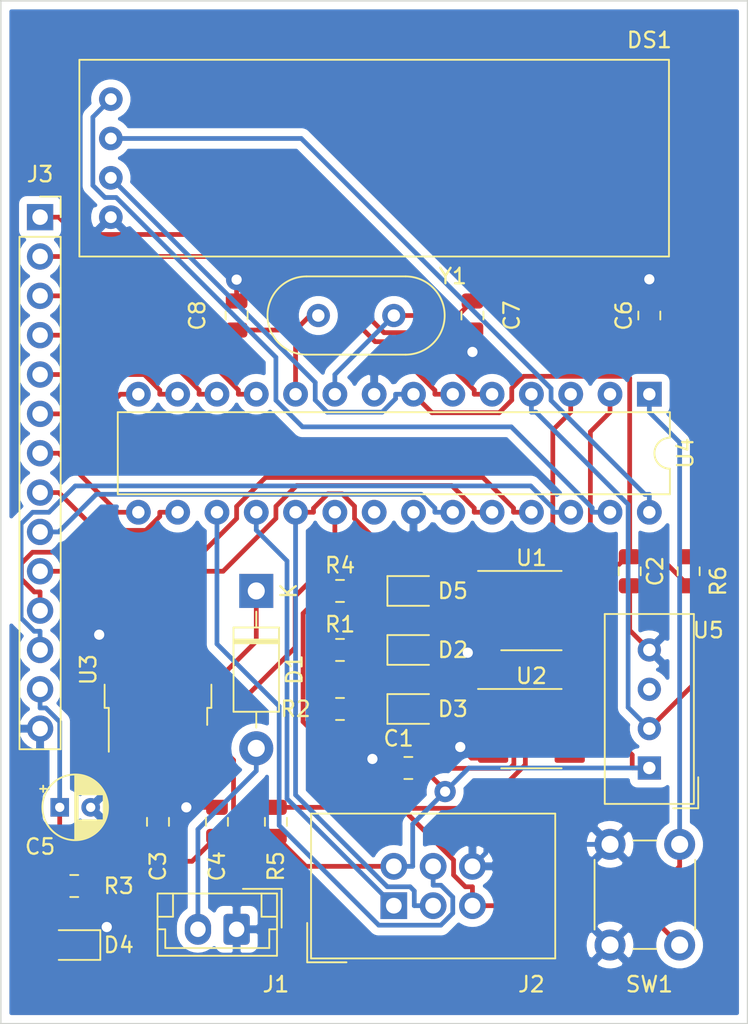
<source format=kicad_pcb>
(kicad_pcb (version 20171130) (host pcbnew 5.1.4-e60b266~84~ubuntu18.04.1)

  (general
    (thickness 1.6)
    (drawings 4)
    (tracks 312)
    (zones 0)
    (modules 30)
    (nets 35)
  )

  (page A4)
  (layers
    (0 F.Cu signal)
    (31 B.Cu signal)
    (32 B.Adhes user)
    (33 F.Adhes user)
    (34 B.Paste user)
    (35 F.Paste user)
    (36 B.SilkS user)
    (37 F.SilkS user)
    (38 B.Mask user)
    (39 F.Mask user)
    (40 Dwgs.User user)
    (41 Cmts.User user)
    (42 Eco1.User user)
    (43 Eco2.User user)
    (44 Edge.Cuts user)
    (45 Margin user)
    (46 B.CrtYd user)
    (47 F.CrtYd user)
    (48 B.Fab user)
    (49 F.Fab user hide)
  )

  (setup
    (last_trace_width 0.3048)
    (trace_clearance 0.2032)
    (zone_clearance 0.508)
    (zone_45_only no)
    (trace_min 0.1524)
    (via_size 1.3716)
    (via_drill 0.6604)
    (via_min_size 0.508)
    (via_min_drill 0.254)
    (uvia_size 1.3716)
    (uvia_drill 0.6604)
    (uvias_allowed no)
    (uvia_min_size 0.508)
    (uvia_min_drill 0.254)
    (edge_width 0.05)
    (segment_width 0.2)
    (pcb_text_width 0.3)
    (pcb_text_size 1.5 1.5)
    (mod_edge_width 0.12)
    (mod_text_size 1 1)
    (mod_text_width 0.15)
    (pad_size 6.4 5.8)
    (pad_drill 0)
    (pad_to_mask_clearance 0.051)
    (solder_mask_min_width 0.25)
    (aux_axis_origin 0 0)
    (visible_elements FFFFFF7F)
    (pcbplotparams
      (layerselection 0x010fc_ffffffff)
      (usegerberextensions false)
      (usegerberattributes false)
      (usegerberadvancedattributes false)
      (creategerberjobfile false)
      (excludeedgelayer true)
      (linewidth 0.100000)
      (plotframeref false)
      (viasonmask false)
      (mode 1)
      (useauxorigin false)
      (hpglpennumber 1)
      (hpglpenspeed 20)
      (hpglpendiameter 15.000000)
      (psnegative false)
      (psa4output false)
      (plotreference true)
      (plotvalue true)
      (plotinvisibletext false)
      (padsonsilk false)
      (subtractmaskfromsilk false)
      (outputformat 4)
      (mirror false)
      (drillshape 0)
      (scaleselection 1)
      (outputdirectory ""))
  )

  (net 0 "")
  (net 1 +5V)
  (net 2 GND)
  (net 3 "Net-(D1-Pad2)")
  (net 4 /MISO)
  (net 5 /SCK)
  (net 6 "Net-(D3-Pad2)")
  (net 7 "Net-(D4-Pad2)")
  (net 8 "Net-(R4-Pad1)")
  (net 9 /RXLED)
  (net 10 /TXLED)
  (net 11 "Net-(C3-Pad1)")
  (net 12 /XTAL1)
  (net 13 /XTAL2)
  (net 14 "Net-(D2-Pad1)")
  (net 15 "Net-(D5-Pad1)")
  (net 16 /SDA)
  (net 17 /SCL)
  (net 18 "Net-(R1-Pad1)")
  (net 19 "Net-(R2-Pad1)")
  (net 20 /RESET)
  (net 21 /ARD_2)
  (net 22 /MOSI)
  (net 23 /ARD_3)
  (net 24 /ARD_4)
  (net 25 /ARD_5)
  (net 26 /ARD_6)
  (net 27 /ARD_7)
  (net 28 /ARD_8)
  (net 29 /ARD_9)
  (net 30 /ARD_10)
  (net 31 /ARD_14)
  (net 32 /ARD_15)
  (net 33 /ARD_16)
  (net 34 /ARD_17)

  (net_class Default "This is the default net class."
    (clearance 0.2032)
    (trace_width 0.3048)
    (via_dia 1.3716)
    (via_drill 0.6604)
    (uvia_dia 1.3716)
    (uvia_drill 0.6604)
    (add_net +5V)
    (add_net /ARD_10)
    (add_net /ARD_14)
    (add_net /ARD_15)
    (add_net /ARD_16)
    (add_net /ARD_17)
    (add_net /ARD_2)
    (add_net /ARD_3)
    (add_net /ARD_4)
    (add_net /ARD_5)
    (add_net /ARD_6)
    (add_net /ARD_7)
    (add_net /ARD_8)
    (add_net /ARD_9)
    (add_net /MISO)
    (add_net /MOSI)
    (add_net /RESET)
    (add_net /RXLED)
    (add_net /SCK)
    (add_net /SCL)
    (add_net /SDA)
    (add_net /TXLED)
    (add_net /XTAL1)
    (add_net /XTAL2)
    (add_net GND)
    (add_net "Net-(C3-Pad1)")
    (add_net "Net-(D1-Pad2)")
    (add_net "Net-(D2-Pad1)")
    (add_net "Net-(D3-Pad2)")
    (add_net "Net-(D4-Pad2)")
    (add_net "Net-(D5-Pad1)")
    (add_net "Net-(R1-Pad1)")
    (add_net "Net-(R2-Pad1)")
    (add_net "Net-(R4-Pad1)")
  )

  (net_class Power ""
    (clearance 0.254)
    (trace_width 0.508)
    (via_dia 2.032)
    (via_drill 0.889)
    (uvia_dia 1.3716)
    (uvia_drill 0.6604)
  )

  (module Button_Switch_THT:SW_PUSH_6mm (layer F.Cu) (tedit 5A02FE31) (tstamp 5D5769DD)
    (at 121.92 86.36 90)
    (descr https://www.omron.com/ecb/products/pdf/en-b3f.pdf)
    (tags "tact sw push 6mm")
    (path /5D4C030F)
    (fp_text reference SW1 (at -2.54 2.54) (layer F.SilkS)
      (effects (font (size 1 1) (thickness 0.15)))
    )
    (fp_text value SW_Push (at 3.75 6.7 90) (layer F.Fab)
      (effects (font (size 1 1) (thickness 0.15)))
    )
    (fp_text user %R (at 3.81 2.25 180) (layer F.Fab)
      (effects (font (size 1 1) (thickness 0.15)))
    )
    (fp_line (start 3.25 -0.75) (end 6.25 -0.75) (layer F.Fab) (width 0.1))
    (fp_line (start 6.25 -0.75) (end 6.25 5.25) (layer F.Fab) (width 0.1))
    (fp_line (start 6.25 5.25) (end 0.25 5.25) (layer F.Fab) (width 0.1))
    (fp_line (start 0.25 5.25) (end 0.25 -0.75) (layer F.Fab) (width 0.1))
    (fp_line (start 0.25 -0.75) (end 3.25 -0.75) (layer F.Fab) (width 0.1))
    (fp_line (start 7.75 6) (end 8 6) (layer F.CrtYd) (width 0.05))
    (fp_line (start 8 6) (end 8 5.75) (layer F.CrtYd) (width 0.05))
    (fp_line (start 7.75 -1.5) (end 8 -1.5) (layer F.CrtYd) (width 0.05))
    (fp_line (start 8 -1.5) (end 8 -1.25) (layer F.CrtYd) (width 0.05))
    (fp_line (start -1.5 -1.25) (end -1.5 -1.5) (layer F.CrtYd) (width 0.05))
    (fp_line (start -1.5 -1.5) (end -1.25 -1.5) (layer F.CrtYd) (width 0.05))
    (fp_line (start -1.5 5.75) (end -1.5 6) (layer F.CrtYd) (width 0.05))
    (fp_line (start -1.5 6) (end -1.25 6) (layer F.CrtYd) (width 0.05))
    (fp_line (start -1.25 -1.5) (end 7.75 -1.5) (layer F.CrtYd) (width 0.05))
    (fp_line (start -1.5 5.75) (end -1.5 -1.25) (layer F.CrtYd) (width 0.05))
    (fp_line (start 7.75 6) (end -1.25 6) (layer F.CrtYd) (width 0.05))
    (fp_line (start 8 -1.25) (end 8 5.75) (layer F.CrtYd) (width 0.05))
    (fp_line (start 1 5.5) (end 5.5 5.5) (layer F.SilkS) (width 0.12))
    (fp_line (start -0.25 1.5) (end -0.25 3) (layer F.SilkS) (width 0.12))
    (fp_line (start 5.5 -1) (end 1 -1) (layer F.SilkS) (width 0.12))
    (fp_line (start 6.75 3) (end 6.75 1.5) (layer F.SilkS) (width 0.12))
    (fp_circle (center 3.25 2.25) (end 1.25 2.5) (layer F.Fab) (width 0.1))
    (pad 2 thru_hole circle (at 0 4.5 180) (size 2 2) (drill 1.1) (layers *.Cu *.Mask)
      (net 20 /RESET))
    (pad 1 thru_hole circle (at 0 0 180) (size 2 2) (drill 1.1) (layers *.Cu *.Mask)
      (net 2 GND))
    (pad 2 thru_hole circle (at 6.5 4.5 180) (size 2 2) (drill 1.1) (layers *.Cu *.Mask)
      (net 20 /RESET))
    (pad 1 thru_hole circle (at 6.5 0 180) (size 2 2) (drill 1.1) (layers *.Cu *.Mask)
      (net 2 GND))
    (model ${KISYS3DMOD}/Button_Switch_THT.3dshapes/SW_PUSH_6mm.wrl
      (at (xyz 0 0 0))
      (scale (xyz 1 1 1))
      (rotate (xyz 0 0 0))
    )
  )

  (module Capacitor_SMD:C_0805_2012Metric (layer F.Cu) (tedit 5B36C52B) (tstamp 5D566183)
    (at 108.888 74.93 180)
    (descr "Capacitor SMD 0805 (2012 Metric), square (rectangular) end terminal, IPC_7351 nominal, (Body size source: https://docs.google.com/spreadsheets/d/1BsfQQcO9C6DZCsRaXUlFlo91Tg2WpOkGARC1WS5S8t0/edit?usp=sharing), generated with kicad-footprint-generator")
    (tags capacitor)
    (path /5D5C85BE)
    (attr smd)
    (fp_text reference C1 (at 0.635 1.905) (layer F.SilkS)
      (effects (font (size 1 1) (thickness 0.15)))
    )
    (fp_text value 100n (at 0 1.65) (layer F.Fab)
      (effects (font (size 1 1) (thickness 0.15)))
    )
    (fp_line (start -1 0.6) (end -1 -0.6) (layer F.Fab) (width 0.1))
    (fp_line (start -1 -0.6) (end 1 -0.6) (layer F.Fab) (width 0.1))
    (fp_line (start 1 -0.6) (end 1 0.6) (layer F.Fab) (width 0.1))
    (fp_line (start 1 0.6) (end -1 0.6) (layer F.Fab) (width 0.1))
    (fp_line (start -0.258578 -0.71) (end 0.258578 -0.71) (layer F.SilkS) (width 0.12))
    (fp_line (start -0.258578 0.71) (end 0.258578 0.71) (layer F.SilkS) (width 0.12))
    (fp_line (start -1.68 0.95) (end -1.68 -0.95) (layer F.CrtYd) (width 0.05))
    (fp_line (start -1.68 -0.95) (end 1.68 -0.95) (layer F.CrtYd) (width 0.05))
    (fp_line (start 1.68 -0.95) (end 1.68 0.95) (layer F.CrtYd) (width 0.05))
    (fp_line (start 1.68 0.95) (end -1.68 0.95) (layer F.CrtYd) (width 0.05))
    (fp_text user %R (at 0 0) (layer F.Fab)
      (effects (font (size 0.5 0.5) (thickness 0.08)))
    )
    (pad 1 smd roundrect (at -0.9375 0 180) (size 0.975 1.4) (layers F.Cu F.Paste F.Mask) (roundrect_rratio 0.25)
      (net 1 +5V))
    (pad 2 smd roundrect (at 0.9375 0 180) (size 0.975 1.4) (layers F.Cu F.Paste F.Mask) (roundrect_rratio 0.25)
      (net 2 GND))
    (model ${KISYS3DMOD}/Capacitor_SMD.3dshapes/C_0805_2012Metric.wrl
      (at (xyz 0 0 0))
      (scale (xyz 1 1 1))
      (rotate (xyz 0 0 0))
    )
  )

  (module Capacitor_SMD:C_0805_2012Metric (layer F.Cu) (tedit 5B36C52B) (tstamp 5D6468D2)
    (at 123.19 62.23 270)
    (descr "Capacitor SMD 0805 (2012 Metric), square (rectangular) end terminal, IPC_7351 nominal, (Body size source: https://docs.google.com/spreadsheets/d/1BsfQQcO9C6DZCsRaXUlFlo91Tg2WpOkGARC1WS5S8t0/edit?usp=sharing), generated with kicad-footprint-generator")
    (tags capacitor)
    (path /5D58EEB7)
    (attr smd)
    (fp_text reference C2 (at 0 -1.65 90) (layer F.SilkS)
      (effects (font (size 1 1) (thickness 0.15)))
    )
    (fp_text value 100n (at 0 1.65 90) (layer F.Fab)
      (effects (font (size 1 1) (thickness 0.15)))
    )
    (fp_line (start -1 0.6) (end -1 -0.6) (layer F.Fab) (width 0.1))
    (fp_line (start -1 -0.6) (end 1 -0.6) (layer F.Fab) (width 0.1))
    (fp_line (start 1 -0.6) (end 1 0.6) (layer F.Fab) (width 0.1))
    (fp_line (start 1 0.6) (end -1 0.6) (layer F.Fab) (width 0.1))
    (fp_line (start -0.258578 -0.71) (end 0.258578 -0.71) (layer F.SilkS) (width 0.12))
    (fp_line (start -0.258578 0.71) (end 0.258578 0.71) (layer F.SilkS) (width 0.12))
    (fp_line (start -1.68 0.95) (end -1.68 -0.95) (layer F.CrtYd) (width 0.05))
    (fp_line (start -1.68 -0.95) (end 1.68 -0.95) (layer F.CrtYd) (width 0.05))
    (fp_line (start 1.68 -0.95) (end 1.68 0.95) (layer F.CrtYd) (width 0.05))
    (fp_line (start 1.68 0.95) (end -1.68 0.95) (layer F.CrtYd) (width 0.05))
    (fp_text user %R (at 0 0 90) (layer F.Fab)
      (effects (font (size 0.5 0.5) (thickness 0.08)))
    )
    (pad 1 smd roundrect (at -0.9375 0 270) (size 0.975 1.4) (layers F.Cu F.Paste F.Mask) (roundrect_rratio 0.25)
      (net 1 +5V))
    (pad 2 smd roundrect (at 0.9375 0 270) (size 0.975 1.4) (layers F.Cu F.Paste F.Mask) (roundrect_rratio 0.25)
      (net 2 GND))
    (model ${KISYS3DMOD}/Capacitor_SMD.3dshapes/C_0805_2012Metric.wrl
      (at (xyz 0 0 0))
      (scale (xyz 1 1 1))
      (rotate (xyz 0 0 0))
    )
  )

  (module Capacitor_SMD:C_0805_2012Metric (layer F.Cu) (tedit 5B36C52B) (tstamp 5D564751)
    (at 92.71 78.4075 90)
    (descr "Capacitor SMD 0805 (2012 Metric), square (rectangular) end terminal, IPC_7351 nominal, (Body size source: https://docs.google.com/spreadsheets/d/1BsfQQcO9C6DZCsRaXUlFlo91Tg2WpOkGARC1WS5S8t0/edit?usp=sharing), generated with kicad-footprint-generator")
    (tags capacitor)
    (path /5D50BA23)
    (attr smd)
    (fp_text reference C3 (at -2.8725 0 90) (layer F.SilkS)
      (effects (font (size 1 1) (thickness 0.15)))
    )
    (fp_text value 0.33uF (at 0 1.65 90) (layer F.Fab)
      (effects (font (size 1 1) (thickness 0.15)))
    )
    (fp_text user %R (at 0 0 90) (layer F.Fab)
      (effects (font (size 0.5 0.5) (thickness 0.08)))
    )
    (fp_line (start 1.68 0.95) (end -1.68 0.95) (layer F.CrtYd) (width 0.05))
    (fp_line (start 1.68 -0.95) (end 1.68 0.95) (layer F.CrtYd) (width 0.05))
    (fp_line (start -1.68 -0.95) (end 1.68 -0.95) (layer F.CrtYd) (width 0.05))
    (fp_line (start -1.68 0.95) (end -1.68 -0.95) (layer F.CrtYd) (width 0.05))
    (fp_line (start -0.258578 0.71) (end 0.258578 0.71) (layer F.SilkS) (width 0.12))
    (fp_line (start -0.258578 -0.71) (end 0.258578 -0.71) (layer F.SilkS) (width 0.12))
    (fp_line (start 1 0.6) (end -1 0.6) (layer F.Fab) (width 0.1))
    (fp_line (start 1 -0.6) (end 1 0.6) (layer F.Fab) (width 0.1))
    (fp_line (start -1 -0.6) (end 1 -0.6) (layer F.Fab) (width 0.1))
    (fp_line (start -1 0.6) (end -1 -0.6) (layer F.Fab) (width 0.1))
    (pad 2 smd roundrect (at 0.9375 0 90) (size 0.975 1.4) (layers F.Cu F.Paste F.Mask) (roundrect_rratio 0.25)
      (net 2 GND))
    (pad 1 smd roundrect (at -0.9375 0 90) (size 0.975 1.4) (layers F.Cu F.Paste F.Mask) (roundrect_rratio 0.25)
      (net 11 "Net-(C3-Pad1)"))
    (model ${KISYS3DMOD}/Capacitor_SMD.3dshapes/C_0805_2012Metric.wrl
      (at (xyz 0 0 0))
      (scale (xyz 1 1 1))
      (rotate (xyz 0 0 0))
    )
  )

  (module Resistor_SMD:R_0805_2012Metric (layer F.Cu) (tedit 5B36C52B) (tstamp 5D564F7D)
    (at 104.472 67.31)
    (descr "Resistor SMD 0805 (2012 Metric), square (rectangular) end terminal, IPC_7351 nominal, (Body size source: https://docs.google.com/spreadsheets/d/1BsfQQcO9C6DZCsRaXUlFlo91Tg2WpOkGARC1WS5S8t0/edit?usp=sharing), generated with kicad-footprint-generator")
    (tags resistor)
    (path /5D5E8FF5)
    (attr smd)
    (fp_text reference R1 (at 0 -1.65) (layer F.SilkS)
      (effects (font (size 1 1) (thickness 0.15)))
    )
    (fp_text value 500 (at 0 1.65) (layer F.Fab)
      (effects (font (size 1 1) (thickness 0.15)))
    )
    (fp_line (start -1 0.6) (end -1 -0.6) (layer F.Fab) (width 0.1))
    (fp_line (start -1 -0.6) (end 1 -0.6) (layer F.Fab) (width 0.1))
    (fp_line (start 1 -0.6) (end 1 0.6) (layer F.Fab) (width 0.1))
    (fp_line (start 1 0.6) (end -1 0.6) (layer F.Fab) (width 0.1))
    (fp_line (start -0.258578 -0.71) (end 0.258578 -0.71) (layer F.SilkS) (width 0.12))
    (fp_line (start -0.258578 0.71) (end 0.258578 0.71) (layer F.SilkS) (width 0.12))
    (fp_line (start -1.68 0.95) (end -1.68 -0.95) (layer F.CrtYd) (width 0.05))
    (fp_line (start -1.68 -0.95) (end 1.68 -0.95) (layer F.CrtYd) (width 0.05))
    (fp_line (start 1.68 -0.95) (end 1.68 0.95) (layer F.CrtYd) (width 0.05))
    (fp_line (start 1.68 0.95) (end -1.68 0.95) (layer F.CrtYd) (width 0.05))
    (fp_text user %R (at 0 0) (layer F.Fab)
      (effects (font (size 0.5 0.5) (thickness 0.08)))
    )
    (pad 1 smd roundrect (at -0.9375 0) (size 0.975 1.4) (layers F.Cu F.Paste F.Mask) (roundrect_rratio 0.25)
      (net 18 "Net-(R1-Pad1)"))
    (pad 2 smd roundrect (at 0.9375 0) (size 0.975 1.4) (layers F.Cu F.Paste F.Mask) (roundrect_rratio 0.25)
      (net 14 "Net-(D2-Pad1)"))
    (model ${KISYS3DMOD}/Resistor_SMD.3dshapes/R_0805_2012Metric.wrl
      (at (xyz 0 0 0))
      (scale (xyz 1 1 1))
      (rotate (xyz 0 0 0))
    )
  )

  (module Capacitor_SMD:C_0805_2012Metric (layer F.Cu) (tedit 5B36C52B) (tstamp 5D564E0A)
    (at 96.52 78.4075 90)
    (descr "Capacitor SMD 0805 (2012 Metric), square (rectangular) end terminal, IPC_7351 nominal, (Body size source: https://docs.google.com/spreadsheets/d/1BsfQQcO9C6DZCsRaXUlFlo91Tg2WpOkGARC1WS5S8t0/edit?usp=sharing), generated with kicad-footprint-generator")
    (tags capacitor)
    (path /5D513372)
    (attr smd)
    (fp_text reference C4 (at -2.8725 0 90) (layer F.SilkS)
      (effects (font (size 1 1) (thickness 0.15)))
    )
    (fp_text value 0.1uf (at 0 1.65 90) (layer F.Fab)
      (effects (font (size 1 1) (thickness 0.15)))
    )
    (fp_line (start -1 0.6) (end -1 -0.6) (layer F.Fab) (width 0.1))
    (fp_line (start -1 -0.6) (end 1 -0.6) (layer F.Fab) (width 0.1))
    (fp_line (start 1 -0.6) (end 1 0.6) (layer F.Fab) (width 0.1))
    (fp_line (start 1 0.6) (end -1 0.6) (layer F.Fab) (width 0.1))
    (fp_line (start -0.258578 -0.71) (end 0.258578 -0.71) (layer F.SilkS) (width 0.12))
    (fp_line (start -0.258578 0.71) (end 0.258578 0.71) (layer F.SilkS) (width 0.12))
    (fp_line (start -1.68 0.95) (end -1.68 -0.95) (layer F.CrtYd) (width 0.05))
    (fp_line (start -1.68 -0.95) (end 1.68 -0.95) (layer F.CrtYd) (width 0.05))
    (fp_line (start 1.68 -0.95) (end 1.68 0.95) (layer F.CrtYd) (width 0.05))
    (fp_line (start 1.68 0.95) (end -1.68 0.95) (layer F.CrtYd) (width 0.05))
    (fp_text user %R (at 0 0 90) (layer F.Fab)
      (effects (font (size 0.5 0.5) (thickness 0.08)))
    )
    (pad 1 smd roundrect (at -0.9375 0 90) (size 0.975 1.4) (layers F.Cu F.Paste F.Mask) (roundrect_rratio 0.25)
      (net 1 +5V))
    (pad 2 smd roundrect (at 0.9375 0 90) (size 0.975 1.4) (layers F.Cu F.Paste F.Mask) (roundrect_rratio 0.25)
      (net 2 GND))
    (model ${KISYS3DMOD}/Capacitor_SMD.3dshapes/C_0805_2012Metric.wrl
      (at (xyz 0 0 0))
      (scale (xyz 1 1 1))
      (rotate (xyz 0 0 0))
    )
  )

  (module Diode_THT:D_DO-41_SOD81_P10.16mm_Horizontal (layer F.Cu) (tedit 5AE50CD5) (tstamp 5D576983)
    (at 99.06 63.5 270)
    (descr "Diode, DO-41_SOD81 series, Axial, Horizontal, pin pitch=10.16mm, , length*diameter=5.2*2.7mm^2, , http://www.diodes.com/_files/packages/DO-41%20(Plastic).pdf")
    (tags "Diode DO-41_SOD81 series Axial Horizontal pin pitch 10.16mm  length 5.2mm diameter 2.7mm")
    (path /5D7AE481)
    (fp_text reference D1 (at 5.08 -2.47 90) (layer F.SilkS)
      (effects (font (size 1 1) (thickness 0.15)))
    )
    (fp_text value 1N5817 (at 5.08 2.47 90) (layer F.Fab)
      (effects (font (size 1 1) (thickness 0.15)))
    )
    (fp_line (start 2.48 -1.35) (end 2.48 1.35) (layer F.Fab) (width 0.1))
    (fp_line (start 2.48 1.35) (end 7.68 1.35) (layer F.Fab) (width 0.1))
    (fp_line (start 7.68 1.35) (end 7.68 -1.35) (layer F.Fab) (width 0.1))
    (fp_line (start 7.68 -1.35) (end 2.48 -1.35) (layer F.Fab) (width 0.1))
    (fp_line (start 0 0) (end 2.48 0) (layer F.Fab) (width 0.1))
    (fp_line (start 10.16 0) (end 7.68 0) (layer F.Fab) (width 0.1))
    (fp_line (start 3.26 -1.35) (end 3.26 1.35) (layer F.Fab) (width 0.1))
    (fp_line (start 3.36 -1.35) (end 3.36 1.35) (layer F.Fab) (width 0.1))
    (fp_line (start 3.16 -1.35) (end 3.16 1.35) (layer F.Fab) (width 0.1))
    (fp_line (start 2.36 -1.47) (end 2.36 1.47) (layer F.SilkS) (width 0.12))
    (fp_line (start 2.36 1.47) (end 7.8 1.47) (layer F.SilkS) (width 0.12))
    (fp_line (start 7.8 1.47) (end 7.8 -1.47) (layer F.SilkS) (width 0.12))
    (fp_line (start 7.8 -1.47) (end 2.36 -1.47) (layer F.SilkS) (width 0.12))
    (fp_line (start 1.34 0) (end 2.36 0) (layer F.SilkS) (width 0.12))
    (fp_line (start 8.82 0) (end 7.8 0) (layer F.SilkS) (width 0.12))
    (fp_line (start 3.26 -1.47) (end 3.26 1.47) (layer F.SilkS) (width 0.12))
    (fp_line (start 3.38 -1.47) (end 3.38 1.47) (layer F.SilkS) (width 0.12))
    (fp_line (start 3.14 -1.47) (end 3.14 1.47) (layer F.SilkS) (width 0.12))
    (fp_line (start -1.35 -1.6) (end -1.35 1.6) (layer F.CrtYd) (width 0.05))
    (fp_line (start -1.35 1.6) (end 11.51 1.6) (layer F.CrtYd) (width 0.05))
    (fp_line (start 11.51 1.6) (end 11.51 -1.6) (layer F.CrtYd) (width 0.05))
    (fp_line (start 11.51 -1.6) (end -1.35 -1.6) (layer F.CrtYd) (width 0.05))
    (fp_text user %R (at 5.47 0 90) (layer F.Fab)
      (effects (font (size 1 1) (thickness 0.15)))
    )
    (fp_text user K (at 0 -2.1 90) (layer F.Fab)
      (effects (font (size 1 1) (thickness 0.15)))
    )
    (fp_text user K (at 0 -2.1 90) (layer F.SilkS)
      (effects (font (size 1 1) (thickness 0.15)))
    )
    (pad 1 thru_hole rect (at 0 0 270) (size 2.2 2.2) (drill 1.1) (layers *.Cu *.Mask)
      (net 11 "Net-(C3-Pad1)"))
    (pad 2 thru_hole oval (at 10.16 0 270) (size 2.2 2.2) (drill 1.1) (layers *.Cu *.Mask)
      (net 3 "Net-(D1-Pad2)"))
    (model ${KISYS3DMOD}/Diode_THT.3dshapes/D_DO-41_SOD81_P10.16mm_Horizontal.wrl
      (at (xyz 0 0 0))
      (scale (xyz 1 1 1))
      (rotate (xyz 0 0 0))
    )
  )

  (module LED_SMD:LED_0805_2012Metric (layer F.Cu) (tedit 5B36C52C) (tstamp 5D4E5924)
    (at 109.22 67.31)
    (descr "LED SMD 0805 (2012 Metric), square (rectangular) end terminal, IPC_7351 nominal, (Body size source: https://docs.google.com/spreadsheets/d/1BsfQQcO9C6DZCsRaXUlFlo91Tg2WpOkGARC1WS5S8t0/edit?usp=sharing), generated with kicad-footprint-generator")
    (tags diode)
    (path /5D5E9608)
    (attr smd)
    (fp_text reference D2 (at 2.54 0) (layer F.SilkS)
      (effects (font (size 1 1) (thickness 0.15)))
    )
    (fp_text value LED (at 0 1.65) (layer F.Fab)
      (effects (font (size 1 1) (thickness 0.15)))
    )
    (fp_line (start 1 -0.6) (end -0.7 -0.6) (layer F.Fab) (width 0.1))
    (fp_line (start -0.7 -0.6) (end -1 -0.3) (layer F.Fab) (width 0.1))
    (fp_line (start -1 -0.3) (end -1 0.6) (layer F.Fab) (width 0.1))
    (fp_line (start -1 0.6) (end 1 0.6) (layer F.Fab) (width 0.1))
    (fp_line (start 1 0.6) (end 1 -0.6) (layer F.Fab) (width 0.1))
    (fp_line (start 1 -0.96) (end -1.685 -0.96) (layer F.SilkS) (width 0.12))
    (fp_line (start -1.685 -0.96) (end -1.685 0.96) (layer F.SilkS) (width 0.12))
    (fp_line (start -1.685 0.96) (end 1 0.96) (layer F.SilkS) (width 0.12))
    (fp_line (start -1.68 0.95) (end -1.68 -0.95) (layer F.CrtYd) (width 0.05))
    (fp_line (start -1.68 -0.95) (end 1.68 -0.95) (layer F.CrtYd) (width 0.05))
    (fp_line (start 1.68 -0.95) (end 1.68 0.95) (layer F.CrtYd) (width 0.05))
    (fp_line (start 1.68 0.95) (end -1.68 0.95) (layer F.CrtYd) (width 0.05))
    (fp_text user %R (at 0 0) (layer F.Fab)
      (effects (font (size 0.5 0.5) (thickness 0.08)))
    )
    (pad 1 smd roundrect (at -0.9375 0) (size 0.975 1.4) (layers F.Cu F.Paste F.Mask) (roundrect_rratio 0.25)
      (net 14 "Net-(D2-Pad1)"))
    (pad 2 smd roundrect (at 0.9375 0) (size 0.975 1.4) (layers F.Cu F.Paste F.Mask) (roundrect_rratio 0.25)
      (net 1 +5V))
    (model ${KISYS3DMOD}/LED_SMD.3dshapes/LED_0805_2012Metric.wrl
      (at (xyz 0 0 0))
      (scale (xyz 1 1 1))
      (rotate (xyz 0 0 0))
    )
  )

  (module Resistor_SMD:R_0805_2012Metric (layer F.Cu) (tedit 5B36C52B) (tstamp 5D4E5958)
    (at 104.472 71.12)
    (descr "Resistor SMD 0805 (2012 Metric), square (rectangular) end terminal, IPC_7351 nominal, (Body size source: https://docs.google.com/spreadsheets/d/1BsfQQcO9C6DZCsRaXUlFlo91Tg2WpOkGARC1WS5S8t0/edit?usp=sharing), generated with kicad-footprint-generator")
    (tags resistor)
    (path /5D57CE1D)
    (attr smd)
    (fp_text reference R2 (at -2.872 0) (layer F.SilkS)
      (effects (font (size 1 1) (thickness 0.15)))
    )
    (fp_text value 500 (at 0 1.65) (layer F.Fab)
      (effects (font (size 1 1) (thickness 0.15)))
    )
    (fp_line (start -1 0.6) (end -1 -0.6) (layer F.Fab) (width 0.1))
    (fp_line (start -1 -0.6) (end 1 -0.6) (layer F.Fab) (width 0.1))
    (fp_line (start 1 -0.6) (end 1 0.6) (layer F.Fab) (width 0.1))
    (fp_line (start 1 0.6) (end -1 0.6) (layer F.Fab) (width 0.1))
    (fp_line (start -0.258578 -0.71) (end 0.258578 -0.71) (layer F.SilkS) (width 0.12))
    (fp_line (start -0.258578 0.71) (end 0.258578 0.71) (layer F.SilkS) (width 0.12))
    (fp_line (start -1.68 0.95) (end -1.68 -0.95) (layer F.CrtYd) (width 0.05))
    (fp_line (start -1.68 -0.95) (end 1.68 -0.95) (layer F.CrtYd) (width 0.05))
    (fp_line (start 1.68 -0.95) (end 1.68 0.95) (layer F.CrtYd) (width 0.05))
    (fp_line (start 1.68 0.95) (end -1.68 0.95) (layer F.CrtYd) (width 0.05))
    (fp_text user %R (at 0 0) (layer F.Fab)
      (effects (font (size 0.5 0.5) (thickness 0.08)))
    )
    (pad 1 smd roundrect (at -0.9375 0) (size 0.975 1.4) (layers F.Cu F.Paste F.Mask) (roundrect_rratio 0.25)
      (net 19 "Net-(R2-Pad1)"))
    (pad 2 smd roundrect (at 0.9375 0) (size 0.975 1.4) (layers F.Cu F.Paste F.Mask) (roundrect_rratio 0.25)
      (net 6 "Net-(D3-Pad2)"))
    (model ${KISYS3DMOD}/Resistor_SMD.3dshapes/R_0805_2012Metric.wrl
      (at (xyz 0 0 0))
      (scale (xyz 1 1 1))
      (rotate (xyz 0 0 0))
    )
  )

  (module Capacitor_SMD:C_0805_2012Metric (layer F.Cu) (tedit 5B36C52B) (tstamp 5D56599C)
    (at 124.46 45.72 90)
    (descr "Capacitor SMD 0805 (2012 Metric), square (rectangular) end terminal, IPC_7351 nominal, (Body size source: https://docs.google.com/spreadsheets/d/1BsfQQcO9C6DZCsRaXUlFlo91Tg2WpOkGARC1WS5S8t0/edit?usp=sharing), generated with kicad-footprint-generator")
    (tags capacitor)
    (path /5D4C6EEF)
    (attr smd)
    (fp_text reference C6 (at 0 -1.65 90) (layer F.SilkS)
      (effects (font (size 1 1) (thickness 0.15)))
    )
    (fp_text value 100n (at 0 1.65 90) (layer F.Fab)
      (effects (font (size 1 1) (thickness 0.15)))
    )
    (fp_line (start -1 0.6) (end -1 -0.6) (layer F.Fab) (width 0.1))
    (fp_line (start -1 -0.6) (end 1 -0.6) (layer F.Fab) (width 0.1))
    (fp_line (start 1 -0.6) (end 1 0.6) (layer F.Fab) (width 0.1))
    (fp_line (start 1 0.6) (end -1 0.6) (layer F.Fab) (width 0.1))
    (fp_line (start -0.258578 -0.71) (end 0.258578 -0.71) (layer F.SilkS) (width 0.12))
    (fp_line (start -0.258578 0.71) (end 0.258578 0.71) (layer F.SilkS) (width 0.12))
    (fp_line (start -1.68 0.95) (end -1.68 -0.95) (layer F.CrtYd) (width 0.05))
    (fp_line (start -1.68 -0.95) (end 1.68 -0.95) (layer F.CrtYd) (width 0.05))
    (fp_line (start 1.68 -0.95) (end 1.68 0.95) (layer F.CrtYd) (width 0.05))
    (fp_line (start 1.68 0.95) (end -1.68 0.95) (layer F.CrtYd) (width 0.05))
    (fp_text user %R (at 0 0 90) (layer F.Fab)
      (effects (font (size 0.5 0.5) (thickness 0.08)))
    )
    (pad 1 smd roundrect (at -0.9375 0 90) (size 0.975 1.4) (layers F.Cu F.Paste F.Mask) (roundrect_rratio 0.25)
      (net 1 +5V))
    (pad 2 smd roundrect (at 0.9375 0 90) (size 0.975 1.4) (layers F.Cu F.Paste F.Mask) (roundrect_rratio 0.25)
      (net 2 GND))
    (model ${KISYS3DMOD}/Capacitor_SMD.3dshapes/C_0805_2012Metric.wrl
      (at (xyz 0 0 0))
      (scale (xyz 1 1 1))
      (rotate (xyz 0 0 0))
    )
  )

  (module Capacitor_SMD:C_0805_2012Metric (layer F.Cu) (tedit 5B36C52B) (tstamp 5D564133)
    (at 113.03 45.72 90)
    (descr "Capacitor SMD 0805 (2012 Metric), square (rectangular) end terminal, IPC_7351 nominal, (Body size source: https://docs.google.com/spreadsheets/d/1BsfQQcO9C6DZCsRaXUlFlo91Tg2WpOkGARC1WS5S8t0/edit?usp=sharing), generated with kicad-footprint-generator")
    (tags capacitor)
    (path /5D4ACD30)
    (attr smd)
    (fp_text reference C7 (at 0 2.54 90) (layer F.SilkS)
      (effects (font (size 1 1) (thickness 0.15)))
    )
    (fp_text value 22pF (at 0 1.65 90) (layer F.Fab)
      (effects (font (size 1 1) (thickness 0.15)))
    )
    (fp_text user %R (at -1.27 0 90) (layer F.Fab)
      (effects (font (size 0.5 0.5) (thickness 0.08)))
    )
    (fp_line (start 1.68 0.95) (end -1.68 0.95) (layer F.CrtYd) (width 0.05))
    (fp_line (start 1.68 -0.95) (end 1.68 0.95) (layer F.CrtYd) (width 0.05))
    (fp_line (start -1.68 -0.95) (end 1.68 -0.95) (layer F.CrtYd) (width 0.05))
    (fp_line (start -1.68 0.95) (end -1.68 -0.95) (layer F.CrtYd) (width 0.05))
    (fp_line (start -0.258578 0.71) (end 0.258578 0.71) (layer F.SilkS) (width 0.12))
    (fp_line (start -0.258578 -0.71) (end 0.258578 -0.71) (layer F.SilkS) (width 0.12))
    (fp_line (start 1 0.6) (end -1 0.6) (layer F.Fab) (width 0.1))
    (fp_line (start 1 -0.6) (end 1 0.6) (layer F.Fab) (width 0.1))
    (fp_line (start -1 -0.6) (end 1 -0.6) (layer F.Fab) (width 0.1))
    (fp_line (start -1 0.6) (end -1 -0.6) (layer F.Fab) (width 0.1))
    (pad 2 smd roundrect (at 0.9375 0 90) (size 0.975 1.4) (layers F.Cu F.Paste F.Mask) (roundrect_rratio 0.25)
      (net 12 /XTAL1))
    (pad 1 smd roundrect (at -0.9375 0 90) (size 0.975 1.4) (layers F.Cu F.Paste F.Mask) (roundrect_rratio 0.25)
      (net 2 GND))
    (model ${KISYS3DMOD}/Capacitor_SMD.3dshapes/C_0805_2012Metric.wrl
      (at (xyz 0 0 0))
      (scale (xyz 1 1 1))
      (rotate (xyz 0 0 0))
    )
  )

  (module LED_SMD:LED_0805_2012Metric (layer F.Cu) (tedit 5B36C52C) (tstamp 5D564165)
    (at 109.22 71.12)
    (descr "LED SMD 0805 (2012 Metric), square (rectangular) end terminal, IPC_7351 nominal, (Body size source: https://docs.google.com/spreadsheets/d/1BsfQQcO9C6DZCsRaXUlFlo91Tg2WpOkGARC1WS5S8t0/edit?usp=sharing), generated with kicad-footprint-generator")
    (tags diode)
    (path /5D57D421)
    (attr smd)
    (fp_text reference D3 (at 2.54 0) (layer F.SilkS)
      (effects (font (size 1 1) (thickness 0.15)))
    )
    (fp_text value LED (at 0 1.65) (layer F.Fab)
      (effects (font (size 1 1) (thickness 0.15)))
    )
    (fp_line (start 1 -0.6) (end -0.7 -0.6) (layer F.Fab) (width 0.1))
    (fp_line (start -0.7 -0.6) (end -1 -0.3) (layer F.Fab) (width 0.1))
    (fp_line (start -1 -0.3) (end -1 0.6) (layer F.Fab) (width 0.1))
    (fp_line (start -1 0.6) (end 1 0.6) (layer F.Fab) (width 0.1))
    (fp_line (start 1 0.6) (end 1 -0.6) (layer F.Fab) (width 0.1))
    (fp_line (start 1 -0.96) (end -1.685 -0.96) (layer F.SilkS) (width 0.12))
    (fp_line (start -1.685 -0.96) (end -1.685 0.96) (layer F.SilkS) (width 0.12))
    (fp_line (start -1.685 0.96) (end 1 0.96) (layer F.SilkS) (width 0.12))
    (fp_line (start -1.68 0.95) (end -1.68 -0.95) (layer F.CrtYd) (width 0.05))
    (fp_line (start -1.68 -0.95) (end 1.68 -0.95) (layer F.CrtYd) (width 0.05))
    (fp_line (start 1.68 -0.95) (end 1.68 0.95) (layer F.CrtYd) (width 0.05))
    (fp_line (start 1.68 0.95) (end -1.68 0.95) (layer F.CrtYd) (width 0.05))
    (fp_text user %R (at 0 0) (layer F.Fab)
      (effects (font (size 0.5 0.5) (thickness 0.08)))
    )
    (pad 1 smd roundrect (at -0.9375 0) (size 0.975 1.4) (layers F.Cu F.Paste F.Mask) (roundrect_rratio 0.25)
      (net 2 GND))
    (pad 2 smd roundrect (at 0.9375 0) (size 0.975 1.4) (layers F.Cu F.Paste F.Mask) (roundrect_rratio 0.25)
      (net 6 "Net-(D3-Pad2)"))
    (model ${KISYS3DMOD}/LED_SMD.3dshapes/LED_0805_2012Metric.wrl
      (at (xyz 0 0 0))
      (scale (xyz 1 1 1))
      (rotate (xyz 0 0 0))
    )
  )

  (module LED_SMD:LED_0805_2012Metric (layer F.Cu) (tedit 5B36C52C) (tstamp 5D5640AB)
    (at 87.2975 86.36 180)
    (descr "LED SMD 0805 (2012 Metric), square (rectangular) end terminal, IPC_7351 nominal, (Body size source: https://docs.google.com/spreadsheets/d/1BsfQQcO9C6DZCsRaXUlFlo91Tg2WpOkGARC1WS5S8t0/edit?usp=sharing), generated with kicad-footprint-generator")
    (tags diode)
    (path /5D527D5C)
    (attr smd)
    (fp_text reference D4 (at -2.8725 0) (layer F.SilkS)
      (effects (font (size 1 1) (thickness 0.15)))
    )
    (fp_text value LED (at 0 1.65) (layer F.Fab)
      (effects (font (size 1 1) (thickness 0.15)))
    )
    (fp_text user %R (at 0 0) (layer F.Fab)
      (effects (font (size 0.5 0.5) (thickness 0.08)))
    )
    (fp_line (start 1.68 0.95) (end -1.68 0.95) (layer F.CrtYd) (width 0.05))
    (fp_line (start 1.68 -0.95) (end 1.68 0.95) (layer F.CrtYd) (width 0.05))
    (fp_line (start -1.68 -0.95) (end 1.68 -0.95) (layer F.CrtYd) (width 0.05))
    (fp_line (start -1.68 0.95) (end -1.68 -0.95) (layer F.CrtYd) (width 0.05))
    (fp_line (start -1.685 0.96) (end 1 0.96) (layer F.SilkS) (width 0.12))
    (fp_line (start -1.685 -0.96) (end -1.685 0.96) (layer F.SilkS) (width 0.12))
    (fp_line (start 1 -0.96) (end -1.685 -0.96) (layer F.SilkS) (width 0.12))
    (fp_line (start 1 0.6) (end 1 -0.6) (layer F.Fab) (width 0.1))
    (fp_line (start -1 0.6) (end 1 0.6) (layer F.Fab) (width 0.1))
    (fp_line (start -1 -0.3) (end -1 0.6) (layer F.Fab) (width 0.1))
    (fp_line (start -0.7 -0.6) (end -1 -0.3) (layer F.Fab) (width 0.1))
    (fp_line (start 1 -0.6) (end -0.7 -0.6) (layer F.Fab) (width 0.1))
    (pad 2 smd roundrect (at 0.9375 0 180) (size 0.975 1.4) (layers F.Cu F.Paste F.Mask) (roundrect_rratio 0.25)
      (net 7 "Net-(D4-Pad2)"))
    (pad 1 smd roundrect (at -0.9375 0 180) (size 0.975 1.4) (layers F.Cu F.Paste F.Mask) (roundrect_rratio 0.25)
      (net 2 GND))
    (model ${KISYS3DMOD}/LED_SMD.3dshapes/LED_0805_2012Metric.wrl
      (at (xyz 0 0 0))
      (scale (xyz 1 1 1))
      (rotate (xyz 0 0 0))
    )
  )

  (module LED_SMD:LED_0805_2012Metric (layer F.Cu) (tedit 5B36C52C) (tstamp 5D56419B)
    (at 109.22 63.5)
    (descr "LED SMD 0805 (2012 Metric), square (rectangular) end terminal, IPC_7351 nominal, (Body size source: https://docs.google.com/spreadsheets/d/1BsfQQcO9C6DZCsRaXUlFlo91Tg2WpOkGARC1WS5S8t0/edit?usp=sharing), generated with kicad-footprint-generator")
    (tags diode)
    (path /5D74D097)
    (attr smd)
    (fp_text reference D5 (at 2.54 0) (layer F.SilkS)
      (effects (font (size 1 1) (thickness 0.15)))
    )
    (fp_text value LED (at 0 1.65) (layer F.Fab)
      (effects (font (size 1 1) (thickness 0.15)))
    )
    (fp_line (start 1 -0.6) (end -0.7 -0.6) (layer F.Fab) (width 0.1))
    (fp_line (start -0.7 -0.6) (end -1 -0.3) (layer F.Fab) (width 0.1))
    (fp_line (start -1 -0.3) (end -1 0.6) (layer F.Fab) (width 0.1))
    (fp_line (start -1 0.6) (end 1 0.6) (layer F.Fab) (width 0.1))
    (fp_line (start 1 0.6) (end 1 -0.6) (layer F.Fab) (width 0.1))
    (fp_line (start 1 -0.96) (end -1.685 -0.96) (layer F.SilkS) (width 0.12))
    (fp_line (start -1.685 -0.96) (end -1.685 0.96) (layer F.SilkS) (width 0.12))
    (fp_line (start -1.685 0.96) (end 1 0.96) (layer F.SilkS) (width 0.12))
    (fp_line (start -1.68 0.95) (end -1.68 -0.95) (layer F.CrtYd) (width 0.05))
    (fp_line (start -1.68 -0.95) (end 1.68 -0.95) (layer F.CrtYd) (width 0.05))
    (fp_line (start 1.68 -0.95) (end 1.68 0.95) (layer F.CrtYd) (width 0.05))
    (fp_line (start 1.68 0.95) (end -1.68 0.95) (layer F.CrtYd) (width 0.05))
    (fp_text user %R (at 0 0) (layer F.Fab)
      (effects (font (size 0.5 0.5) (thickness 0.08)))
    )
    (pad 1 smd roundrect (at -0.9375 0) (size 0.975 1.4) (layers F.Cu F.Paste F.Mask) (roundrect_rratio 0.25)
      (net 15 "Net-(D5-Pad1)"))
    (pad 2 smd roundrect (at 0.9375 0) (size 0.975 1.4) (layers F.Cu F.Paste F.Mask) (roundrect_rratio 0.25)
      (net 1 +5V))
    (model ${KISYS3DMOD}/LED_SMD.3dshapes/LED_0805_2012Metric.wrl
      (at (xyz 0 0 0))
      (scale (xyz 1 1 1))
      (rotate (xyz 0 0 0))
    )
  )

  (module Resistor_SMD:R_0805_2012Metric (layer F.Cu) (tedit 5B36C52B) (tstamp 5D564049)
    (at 87.2975 82.55 180)
    (descr "Resistor SMD 0805 (2012 Metric), square (rectangular) end terminal, IPC_7351 nominal, (Body size source: https://docs.google.com/spreadsheets/d/1BsfQQcO9C6DZCsRaXUlFlo91Tg2WpOkGARC1WS5S8t0/edit?usp=sharing), generated with kicad-footprint-generator")
    (tags resistor)
    (path /5D526DDB)
    (attr smd)
    (fp_text reference R3 (at -2.8725 0) (layer F.SilkS)
      (effects (font (size 1 1) (thickness 0.15)))
    )
    (fp_text value 500 (at 0 1.65) (layer F.Fab)
      (effects (font (size 1 1) (thickness 0.15)))
    )
    (fp_line (start -1 0.6) (end -1 -0.6) (layer F.Fab) (width 0.1))
    (fp_line (start -1 -0.6) (end 1 -0.6) (layer F.Fab) (width 0.1))
    (fp_line (start 1 -0.6) (end 1 0.6) (layer F.Fab) (width 0.1))
    (fp_line (start 1 0.6) (end -1 0.6) (layer F.Fab) (width 0.1))
    (fp_line (start -0.258578 -0.71) (end 0.258578 -0.71) (layer F.SilkS) (width 0.12))
    (fp_line (start -0.258578 0.71) (end 0.258578 0.71) (layer F.SilkS) (width 0.12))
    (fp_line (start -1.68 0.95) (end -1.68 -0.95) (layer F.CrtYd) (width 0.05))
    (fp_line (start -1.68 -0.95) (end 1.68 -0.95) (layer F.CrtYd) (width 0.05))
    (fp_line (start 1.68 -0.95) (end 1.68 0.95) (layer F.CrtYd) (width 0.05))
    (fp_line (start 1.68 0.95) (end -1.68 0.95) (layer F.CrtYd) (width 0.05))
    (fp_text user %R (at 0 0) (layer F.Fab)
      (effects (font (size 0.5 0.5) (thickness 0.08)))
    )
    (pad 1 smd roundrect (at -0.9375 0 180) (size 0.975 1.4) (layers F.Cu F.Paste F.Mask) (roundrect_rratio 0.25)
      (net 1 +5V))
    (pad 2 smd roundrect (at 0.9375 0 180) (size 0.975 1.4) (layers F.Cu F.Paste F.Mask) (roundrect_rratio 0.25)
      (net 7 "Net-(D4-Pad2)"))
    (model ${KISYS3DMOD}/Resistor_SMD.3dshapes/R_0805_2012Metric.wrl
      (at (xyz 0 0 0))
      (scale (xyz 1 1 1))
      (rotate (xyz 0 0 0))
    )
  )

  (module Resistor_SMD:R_0805_2012Metric (layer F.Cu) (tedit 5B36C52B) (tstamp 5D5641CF)
    (at 104.472 63.5)
    (descr "Resistor SMD 0805 (2012 Metric), square (rectangular) end terminal, IPC_7351 nominal, (Body size source: https://docs.google.com/spreadsheets/d/1BsfQQcO9C6DZCsRaXUlFlo91Tg2WpOkGARC1WS5S8t0/edit?usp=sharing), generated with kicad-footprint-generator")
    (tags resistor)
    (path /5D7417DD)
    (attr smd)
    (fp_text reference R4 (at 0 -1.65) (layer F.SilkS)
      (effects (font (size 1 1) (thickness 0.15)))
    )
    (fp_text value 500 (at 0 1.65) (layer F.Fab)
      (effects (font (size 1 1) (thickness 0.15)))
    )
    (fp_text user %R (at 0 0) (layer F.Fab)
      (effects (font (size 0.5 0.5) (thickness 0.08)))
    )
    (fp_line (start 1.68 0.95) (end -1.68 0.95) (layer F.CrtYd) (width 0.05))
    (fp_line (start 1.68 -0.95) (end 1.68 0.95) (layer F.CrtYd) (width 0.05))
    (fp_line (start -1.68 -0.95) (end 1.68 -0.95) (layer F.CrtYd) (width 0.05))
    (fp_line (start -1.68 0.95) (end -1.68 -0.95) (layer F.CrtYd) (width 0.05))
    (fp_line (start -0.258578 0.71) (end 0.258578 0.71) (layer F.SilkS) (width 0.12))
    (fp_line (start -0.258578 -0.71) (end 0.258578 -0.71) (layer F.SilkS) (width 0.12))
    (fp_line (start 1 0.6) (end -1 0.6) (layer F.Fab) (width 0.1))
    (fp_line (start 1 -0.6) (end 1 0.6) (layer F.Fab) (width 0.1))
    (fp_line (start -1 -0.6) (end 1 -0.6) (layer F.Fab) (width 0.1))
    (fp_line (start -1 0.6) (end -1 -0.6) (layer F.Fab) (width 0.1))
    (pad 2 smd roundrect (at 0.9375 0) (size 0.975 1.4) (layers F.Cu F.Paste F.Mask) (roundrect_rratio 0.25)
      (net 15 "Net-(D5-Pad1)"))
    (pad 1 smd roundrect (at -0.9375 0) (size 0.975 1.4) (layers F.Cu F.Paste F.Mask) (roundrect_rratio 0.25)
      (net 8 "Net-(R4-Pad1)"))
    (model ${KISYS3DMOD}/Resistor_SMD.3dshapes/R_0805_2012Metric.wrl
      (at (xyz 0 0 0))
      (scale (xyz 1 1 1))
      (rotate (xyz 0 0 0))
    )
  )

  (module Resistor_SMD:R_0805_2012Metric (layer F.Cu) (tedit 5B36C52B) (tstamp 5D565EDB)
    (at 100.33 78.4075 90)
    (descr "Resistor SMD 0805 (2012 Metric), square (rectangular) end terminal, IPC_7351 nominal, (Body size source: https://docs.google.com/spreadsheets/d/1BsfQQcO9C6DZCsRaXUlFlo91Tg2WpOkGARC1WS5S8t0/edit?usp=sharing), generated with kicad-footprint-generator")
    (tags resistor)
    (path /5D4BFCCE)
    (attr smd)
    (fp_text reference R5 (at -2.8725 0 90) (layer F.SilkS)
      (effects (font (size 1 1) (thickness 0.15)))
    )
    (fp_text value 10K (at 0 1.65 90) (layer F.Fab)
      (effects (font (size 1 1) (thickness 0.15)))
    )
    (fp_line (start -1 0.6) (end -1 -0.6) (layer F.Fab) (width 0.1))
    (fp_line (start -1 -0.6) (end 1 -0.6) (layer F.Fab) (width 0.1))
    (fp_line (start 1 -0.6) (end 1 0.6) (layer F.Fab) (width 0.1))
    (fp_line (start 1 0.6) (end -1 0.6) (layer F.Fab) (width 0.1))
    (fp_line (start -0.258578 -0.71) (end 0.258578 -0.71) (layer F.SilkS) (width 0.12))
    (fp_line (start -0.258578 0.71) (end 0.258578 0.71) (layer F.SilkS) (width 0.12))
    (fp_line (start -1.68 0.95) (end -1.68 -0.95) (layer F.CrtYd) (width 0.05))
    (fp_line (start -1.68 -0.95) (end 1.68 -0.95) (layer F.CrtYd) (width 0.05))
    (fp_line (start 1.68 -0.95) (end 1.68 0.95) (layer F.CrtYd) (width 0.05))
    (fp_line (start 1.68 0.95) (end -1.68 0.95) (layer F.CrtYd) (width 0.05))
    (fp_text user %R (at 0 0 90) (layer F.Fab)
      (effects (font (size 0.5 0.5) (thickness 0.08)))
    )
    (pad 1 smd roundrect (at -0.9375 0 90) (size 0.975 1.4) (layers F.Cu F.Paste F.Mask) (roundrect_rratio 0.25)
      (net 1 +5V))
    (pad 2 smd roundrect (at 0.9375 0 90) (size 0.975 1.4) (layers F.Cu F.Paste F.Mask) (roundrect_rratio 0.25)
      (net 20 /RESET))
    (model ${KISYS3DMOD}/Resistor_SMD.3dshapes/R_0805_2012Metric.wrl
      (at (xyz 0 0 0))
      (scale (xyz 1 1 1))
      (rotate (xyz 0 0 0))
    )
  )

  (module Capacitor_SMD:C_0805_2012Metric (layer F.Cu) (tedit 5B36C52B) (tstamp 5D577340)
    (at 97.79 45.72 270)
    (descr "Capacitor SMD 0805 (2012 Metric), square (rectangular) end terminal, IPC_7351 nominal, (Body size source: https://docs.google.com/spreadsheets/d/1BsfQQcO9C6DZCsRaXUlFlo91Tg2WpOkGARC1WS5S8t0/edit?usp=sharing), generated with kicad-footprint-generator")
    (tags capacitor)
    (path /5D4AD995)
    (attr smd)
    (fp_text reference C8 (at 0 2.54 90) (layer F.SilkS)
      (effects (font (size 1 1) (thickness 0.15)))
    )
    (fp_text value 22pF (at 0 1.65 90) (layer F.Fab)
      (effects (font (size 1 1) (thickness 0.15)))
    )
    (fp_line (start -1 0.6) (end -1 -0.6) (layer F.Fab) (width 0.1))
    (fp_line (start -1 -0.6) (end 1 -0.6) (layer F.Fab) (width 0.1))
    (fp_line (start 1 -0.6) (end 1 0.6) (layer F.Fab) (width 0.1))
    (fp_line (start 1 0.6) (end -1 0.6) (layer F.Fab) (width 0.1))
    (fp_line (start -0.258578 -0.71) (end 0.258578 -0.71) (layer F.SilkS) (width 0.12))
    (fp_line (start -0.258578 0.71) (end 0.258578 0.71) (layer F.SilkS) (width 0.12))
    (fp_line (start -1.68 0.95) (end -1.68 -0.95) (layer F.CrtYd) (width 0.05))
    (fp_line (start -1.68 -0.95) (end 1.68 -0.95) (layer F.CrtYd) (width 0.05))
    (fp_line (start 1.68 -0.95) (end 1.68 0.95) (layer F.CrtYd) (width 0.05))
    (fp_line (start 1.68 0.95) (end -1.68 0.95) (layer F.CrtYd) (width 0.05))
    (fp_text user %R (at 1 0.6 90) (layer F.Fab)
      (effects (font (size 0.5 0.5) (thickness 0.08)))
    )
    (pad 1 smd roundrect (at -0.9375 0 270) (size 0.975 1.4) (layers F.Cu F.Paste F.Mask) (roundrect_rratio 0.25)
      (net 2 GND))
    (pad 2 smd roundrect (at 0.9375 0 270) (size 0.975 1.4) (layers F.Cu F.Paste F.Mask) (roundrect_rratio 0.25)
      (net 13 /XTAL2))
    (model ${KISYS3DMOD}/Capacitor_SMD.3dshapes/C_0805_2012Metric.wrl
      (at (xyz 0 0 0))
      (scale (xyz 1 1 1))
      (rotate (xyz 0 0 0))
    )
  )

  (module "SSD1306 Display Library:SSD1396" (layer F.Cu) (tedit 5D57227D) (tstamp 5D577013)
    (at 106.68 35.56)
    (path /5D57C27F)
    (fp_text reference DS1 (at 17.78 -7.62) (layer F.SilkS)
      (effects (font (size 1 1) (thickness 0.15)))
    )
    (fp_text value SSD1306 (at 0.508 0.254) (layer F.Fab)
      (effects (font (size 1 1) (thickness 0.15)))
    )
    (fp_line (start -19.05 -6.35) (end 19.05 -6.35) (layer F.SilkS) (width 0.12))
    (fp_line (start 19.05 -6.35) (end 19.05 6.35) (layer F.SilkS) (width 0.12))
    (fp_line (start 19.05 6.35) (end -19.05 6.35) (layer F.SilkS) (width 0.12))
    (fp_line (start -19.05 6.35) (end -19.05 -6.35) (layer F.SilkS) (width 0.12))
    (pad 1 thru_hole circle (at -17.018 -3.81) (size 1.524 1.524) (drill 0.762) (layers *.Cu *.Mask)
      (net 16 /SDA))
    (pad 2 thru_hole circle (at -17.018 -1.27) (size 1.524 1.524) (drill 0.762) (layers *.Cu *.Mask)
      (net 17 /SCL))
    (pad 3 thru_hole circle (at -17.018 1.27) (size 1.524 1.524) (drill 0.762) (layers *.Cu *.Mask)
      (net 1 +5V))
    (pad 4 thru_hole circle (at -17.018 3.81) (size 1.524 1.524) (drill 0.762) (layers *.Cu *.Mask)
      (net 2 GND))
  )

  (module Resistor_SMD:R_0805_2012Metric (layer F.Cu) (tedit 5B36C52B) (tstamp 5D585742)
    (at 127 62.23 90)
    (descr "Resistor SMD 0805 (2012 Metric), square (rectangular) end terminal, IPC_7351 nominal, (Body size source: https://docs.google.com/spreadsheets/d/1BsfQQcO9C6DZCsRaXUlFlo91Tg2WpOkGARC1WS5S8t0/edit?usp=sharing), generated with kicad-footprint-generator")
    (tags resistor)
    (path /5D854469)
    (attr smd)
    (fp_text reference R6 (at -0.635 1.905 90) (layer F.SilkS)
      (effects (font (size 1 1) (thickness 0.15)))
    )
    (fp_text value R (at 0 1.65 90) (layer F.Fab)
      (effects (font (size 1 1) (thickness 0.15)))
    )
    (fp_line (start -1 0.6) (end -1 -0.6) (layer F.Fab) (width 0.1))
    (fp_line (start -1 -0.6) (end 1 -0.6) (layer F.Fab) (width 0.1))
    (fp_line (start 1 -0.6) (end 1 0.6) (layer F.Fab) (width 0.1))
    (fp_line (start 1 0.6) (end -1 0.6) (layer F.Fab) (width 0.1))
    (fp_line (start -0.258578 -0.71) (end 0.258578 -0.71) (layer F.SilkS) (width 0.12))
    (fp_line (start -0.258578 0.71) (end 0.258578 0.71) (layer F.SilkS) (width 0.12))
    (fp_line (start -1.68 0.95) (end -1.68 -0.95) (layer F.CrtYd) (width 0.05))
    (fp_line (start -1.68 -0.95) (end 1.68 -0.95) (layer F.CrtYd) (width 0.05))
    (fp_line (start 1.68 -0.95) (end 1.68 0.95) (layer F.CrtYd) (width 0.05))
    (fp_line (start 1.68 0.95) (end -1.68 0.95) (layer F.CrtYd) (width 0.05))
    (fp_text user %R (at 0 0 90) (layer F.Fab)
      (effects (font (size 0.5 0.5) (thickness 0.08)))
    )
    (pad 1 smd roundrect (at -0.9375 0 90) (size 0.975 1.4) (layers F.Cu F.Paste F.Mask) (roundrect_rratio 0.25)
      (net 1 +5V))
    (pad 2 smd roundrect (at 0.9375 0 90) (size 0.975 1.4) (layers F.Cu F.Paste F.Mask) (roundrect_rratio 0.25)
      (net 21 /ARD_2))
    (model ${KISYS3DMOD}/Resistor_SMD.3dshapes/R_0805_2012Metric.wrl
      (at (xyz 0 0 0))
      (scale (xyz 1 1 1))
      (rotate (xyz 0 0 0))
    )
  )

  (module Sensor:Aosong_DHT11_5.5x12.0_P2.54mm (layer F.Cu) (tedit 5C4B60CF) (tstamp 5D5768DA)
    (at 124.46 74.93 180)
    (descr "Temperature and humidity module, http://akizukidenshi.com/download/ds/aosong/DHT11.pdf")
    (tags "Temperature and humidity module")
    (path /5D8480BD)
    (fp_text reference U5 (at -3.81 8.89) (layer F.SilkS)
      (effects (font (size 1 1) (thickness 0.15)))
    )
    (fp_text value DHT11 (at 0 11.3) (layer F.Fab)
      (effects (font (size 1 1) (thickness 0.15)))
    )
    (fp_line (start -1.75 -2.19) (end 2.75 -2.19) (layer F.Fab) (width 0.1))
    (fp_line (start 2.75 -2.19) (end 2.75 9.81) (layer F.Fab) (width 0.1))
    (fp_line (start 2.75 9.81) (end -2.75 9.81) (layer F.Fab) (width 0.1))
    (fp_line (start -2.75 -1.19) (end -2.75 9.81) (layer F.Fab) (width 0.1))
    (fp_line (start -2.87 -2.32) (end 2.87 -2.32) (layer F.SilkS) (width 0.12))
    (fp_line (start 2.88 -2.32) (end 2.88 9.94) (layer F.SilkS) (width 0.12))
    (fp_line (start 2.88 9.94) (end -2.88 9.94) (layer F.SilkS) (width 0.12))
    (fp_line (start -2.88 9.94) (end -2.88 -2.31) (layer F.SilkS) (width 0.12))
    (fp_text user %R (at 0 3.81) (layer F.Fab)
      (effects (font (size 1 1) (thickness 0.15)))
    )
    (fp_line (start -3 -2.44) (end 3 -2.44) (layer F.CrtYd) (width 0.05))
    (fp_line (start 3 -2.44) (end 3 10.06) (layer F.CrtYd) (width 0.05))
    (fp_line (start 3 10.06) (end -3 10.06) (layer F.CrtYd) (width 0.05))
    (fp_line (start -3 10.06) (end -3 -2.44) (layer F.CrtYd) (width 0.05))
    (fp_line (start -2.75 -1.19) (end -1.75 -2.19) (layer F.Fab) (width 0.1))
    (fp_line (start -3.16 -2.6) (end -3.16 -0.6) (layer F.SilkS) (width 0.12))
    (fp_line (start -3.16 -2.6) (end -1.55 -2.6) (layer F.SilkS) (width 0.12))
    (pad 1 thru_hole rect (at 0 0 180) (size 1.5 1.5) (drill 0.8) (layers *.Cu *.Mask)
      (net 1 +5V))
    (pad 2 thru_hole circle (at 0 2.54 180) (size 1.5 1.5) (drill 0.8) (layers *.Cu *.Mask)
      (net 21 /ARD_2))
    (pad 3 thru_hole circle (at 0 5.08 180) (size 1.5 1.5) (drill 0.8) (layers *.Cu *.Mask))
    (pad 4 thru_hole circle (at 0 7.62 180) (size 1.5 1.5) (drill 0.8) (layers *.Cu *.Mask)
      (net 2 GND))
    (model ${KISYS3DMOD}/Sensor.3dshapes/Aosong_DHT11_5.5x12.0_P2.54mm.wrl
      (at (xyz 0 0 0))
      (scale (xyz 1 1 1))
      (rotate (xyz 0 0 0))
    )
  )

  (module Capacitor_THT:CP_Radial_D4.0mm_P2.00mm (layer F.Cu) (tedit 5AE50EF0) (tstamp 5D5750F5)
    (at 86.36 77.47)
    (descr "CP, Radial series, Radial, pin pitch=2.00mm, , diameter=4mm, Electrolytic Capacitor")
    (tags "CP Radial series Radial pin pitch 2.00mm  diameter 4mm Electrolytic Capacitor")
    (path /5D7D9B7A)
    (fp_text reference C5 (at -1.27 2.54) (layer F.SilkS)
      (effects (font (size 1 1) (thickness 0.15)))
    )
    (fp_text value 470u (at 1 3.25) (layer F.Fab)
      (effects (font (size 1 1) (thickness 0.15)))
    )
    (fp_circle (center 1 0) (end 3 0) (layer F.Fab) (width 0.1))
    (fp_circle (center 1 0) (end 3.12 0) (layer F.SilkS) (width 0.12))
    (fp_circle (center 1 0) (end 3.25 0) (layer F.CrtYd) (width 0.05))
    (fp_line (start -0.702554 -0.8675) (end -0.302554 -0.8675) (layer F.Fab) (width 0.1))
    (fp_line (start -0.502554 -1.0675) (end -0.502554 -0.6675) (layer F.Fab) (width 0.1))
    (fp_line (start 1 -2.08) (end 1 2.08) (layer F.SilkS) (width 0.12))
    (fp_line (start 1.04 -2.08) (end 1.04 2.08) (layer F.SilkS) (width 0.12))
    (fp_line (start 1.08 -2.079) (end 1.08 2.079) (layer F.SilkS) (width 0.12))
    (fp_line (start 1.12 -2.077) (end 1.12 2.077) (layer F.SilkS) (width 0.12))
    (fp_line (start 1.16 -2.074) (end 1.16 2.074) (layer F.SilkS) (width 0.12))
    (fp_line (start 1.2 -2.071) (end 1.2 -0.84) (layer F.SilkS) (width 0.12))
    (fp_line (start 1.2 0.84) (end 1.2 2.071) (layer F.SilkS) (width 0.12))
    (fp_line (start 1.24 -2.067) (end 1.24 -0.84) (layer F.SilkS) (width 0.12))
    (fp_line (start 1.24 0.84) (end 1.24 2.067) (layer F.SilkS) (width 0.12))
    (fp_line (start 1.28 -2.062) (end 1.28 -0.84) (layer F.SilkS) (width 0.12))
    (fp_line (start 1.28 0.84) (end 1.28 2.062) (layer F.SilkS) (width 0.12))
    (fp_line (start 1.32 -2.056) (end 1.32 -0.84) (layer F.SilkS) (width 0.12))
    (fp_line (start 1.32 0.84) (end 1.32 2.056) (layer F.SilkS) (width 0.12))
    (fp_line (start 1.36 -2.05) (end 1.36 -0.84) (layer F.SilkS) (width 0.12))
    (fp_line (start 1.36 0.84) (end 1.36 2.05) (layer F.SilkS) (width 0.12))
    (fp_line (start 1.4 -2.042) (end 1.4 -0.84) (layer F.SilkS) (width 0.12))
    (fp_line (start 1.4 0.84) (end 1.4 2.042) (layer F.SilkS) (width 0.12))
    (fp_line (start 1.44 -2.034) (end 1.44 -0.84) (layer F.SilkS) (width 0.12))
    (fp_line (start 1.44 0.84) (end 1.44 2.034) (layer F.SilkS) (width 0.12))
    (fp_line (start 1.48 -2.025) (end 1.48 -0.84) (layer F.SilkS) (width 0.12))
    (fp_line (start 1.48 0.84) (end 1.48 2.025) (layer F.SilkS) (width 0.12))
    (fp_line (start 1.52 -2.016) (end 1.52 -0.84) (layer F.SilkS) (width 0.12))
    (fp_line (start 1.52 0.84) (end 1.52 2.016) (layer F.SilkS) (width 0.12))
    (fp_line (start 1.56 -2.005) (end 1.56 -0.84) (layer F.SilkS) (width 0.12))
    (fp_line (start 1.56 0.84) (end 1.56 2.005) (layer F.SilkS) (width 0.12))
    (fp_line (start 1.6 -1.994) (end 1.6 -0.84) (layer F.SilkS) (width 0.12))
    (fp_line (start 1.6 0.84) (end 1.6 1.994) (layer F.SilkS) (width 0.12))
    (fp_line (start 1.64 -1.982) (end 1.64 -0.84) (layer F.SilkS) (width 0.12))
    (fp_line (start 1.64 0.84) (end 1.64 1.982) (layer F.SilkS) (width 0.12))
    (fp_line (start 1.68 -1.968) (end 1.68 -0.84) (layer F.SilkS) (width 0.12))
    (fp_line (start 1.68 0.84) (end 1.68 1.968) (layer F.SilkS) (width 0.12))
    (fp_line (start 1.721 -1.954) (end 1.721 -0.84) (layer F.SilkS) (width 0.12))
    (fp_line (start 1.721 0.84) (end 1.721 1.954) (layer F.SilkS) (width 0.12))
    (fp_line (start 1.761 -1.94) (end 1.761 -0.84) (layer F.SilkS) (width 0.12))
    (fp_line (start 1.761 0.84) (end 1.761 1.94) (layer F.SilkS) (width 0.12))
    (fp_line (start 1.801 -1.924) (end 1.801 -0.84) (layer F.SilkS) (width 0.12))
    (fp_line (start 1.801 0.84) (end 1.801 1.924) (layer F.SilkS) (width 0.12))
    (fp_line (start 1.841 -1.907) (end 1.841 -0.84) (layer F.SilkS) (width 0.12))
    (fp_line (start 1.841 0.84) (end 1.841 1.907) (layer F.SilkS) (width 0.12))
    (fp_line (start 1.881 -1.889) (end 1.881 -0.84) (layer F.SilkS) (width 0.12))
    (fp_line (start 1.881 0.84) (end 1.881 1.889) (layer F.SilkS) (width 0.12))
    (fp_line (start 1.921 -1.87) (end 1.921 -0.84) (layer F.SilkS) (width 0.12))
    (fp_line (start 1.921 0.84) (end 1.921 1.87) (layer F.SilkS) (width 0.12))
    (fp_line (start 1.961 -1.851) (end 1.961 -0.84) (layer F.SilkS) (width 0.12))
    (fp_line (start 1.961 0.84) (end 1.961 1.851) (layer F.SilkS) (width 0.12))
    (fp_line (start 2.001 -1.83) (end 2.001 -0.84) (layer F.SilkS) (width 0.12))
    (fp_line (start 2.001 0.84) (end 2.001 1.83) (layer F.SilkS) (width 0.12))
    (fp_line (start 2.041 -1.808) (end 2.041 -0.84) (layer F.SilkS) (width 0.12))
    (fp_line (start 2.041 0.84) (end 2.041 1.808) (layer F.SilkS) (width 0.12))
    (fp_line (start 2.081 -1.785) (end 2.081 -0.84) (layer F.SilkS) (width 0.12))
    (fp_line (start 2.081 0.84) (end 2.081 1.785) (layer F.SilkS) (width 0.12))
    (fp_line (start 2.121 -1.76) (end 2.121 -0.84) (layer F.SilkS) (width 0.12))
    (fp_line (start 2.121 0.84) (end 2.121 1.76) (layer F.SilkS) (width 0.12))
    (fp_line (start 2.161 -1.735) (end 2.161 -0.84) (layer F.SilkS) (width 0.12))
    (fp_line (start 2.161 0.84) (end 2.161 1.735) (layer F.SilkS) (width 0.12))
    (fp_line (start 2.201 -1.708) (end 2.201 -0.84) (layer F.SilkS) (width 0.12))
    (fp_line (start 2.201 0.84) (end 2.201 1.708) (layer F.SilkS) (width 0.12))
    (fp_line (start 2.241 -1.68) (end 2.241 -0.84) (layer F.SilkS) (width 0.12))
    (fp_line (start 2.241 0.84) (end 2.241 1.68) (layer F.SilkS) (width 0.12))
    (fp_line (start 2.281 -1.65) (end 2.281 -0.84) (layer F.SilkS) (width 0.12))
    (fp_line (start 2.281 0.84) (end 2.281 1.65) (layer F.SilkS) (width 0.12))
    (fp_line (start 2.321 -1.619) (end 2.321 -0.84) (layer F.SilkS) (width 0.12))
    (fp_line (start 2.321 0.84) (end 2.321 1.619) (layer F.SilkS) (width 0.12))
    (fp_line (start 2.361 -1.587) (end 2.361 -0.84) (layer F.SilkS) (width 0.12))
    (fp_line (start 2.361 0.84) (end 2.361 1.587) (layer F.SilkS) (width 0.12))
    (fp_line (start 2.401 -1.552) (end 2.401 -0.84) (layer F.SilkS) (width 0.12))
    (fp_line (start 2.401 0.84) (end 2.401 1.552) (layer F.SilkS) (width 0.12))
    (fp_line (start 2.441 -1.516) (end 2.441 -0.84) (layer F.SilkS) (width 0.12))
    (fp_line (start 2.441 0.84) (end 2.441 1.516) (layer F.SilkS) (width 0.12))
    (fp_line (start 2.481 -1.478) (end 2.481 -0.84) (layer F.SilkS) (width 0.12))
    (fp_line (start 2.481 0.84) (end 2.481 1.478) (layer F.SilkS) (width 0.12))
    (fp_line (start 2.521 -1.438) (end 2.521 -0.84) (layer F.SilkS) (width 0.12))
    (fp_line (start 2.521 0.84) (end 2.521 1.438) (layer F.SilkS) (width 0.12))
    (fp_line (start 2.561 -1.396) (end 2.561 -0.84) (layer F.SilkS) (width 0.12))
    (fp_line (start 2.561 0.84) (end 2.561 1.396) (layer F.SilkS) (width 0.12))
    (fp_line (start 2.601 -1.351) (end 2.601 -0.84) (layer F.SilkS) (width 0.12))
    (fp_line (start 2.601 0.84) (end 2.601 1.351) (layer F.SilkS) (width 0.12))
    (fp_line (start 2.641 -1.304) (end 2.641 -0.84) (layer F.SilkS) (width 0.12))
    (fp_line (start 2.641 0.84) (end 2.641 1.304) (layer F.SilkS) (width 0.12))
    (fp_line (start 2.681 -1.254) (end 2.681 -0.84) (layer F.SilkS) (width 0.12))
    (fp_line (start 2.681 0.84) (end 2.681 1.254) (layer F.SilkS) (width 0.12))
    (fp_line (start 2.721 -1.2) (end 2.721 -0.84) (layer F.SilkS) (width 0.12))
    (fp_line (start 2.721 0.84) (end 2.721 1.2) (layer F.SilkS) (width 0.12))
    (fp_line (start 2.761 -1.142) (end 2.761 -0.84) (layer F.SilkS) (width 0.12))
    (fp_line (start 2.761 0.84) (end 2.761 1.142) (layer F.SilkS) (width 0.12))
    (fp_line (start 2.801 -1.08) (end 2.801 -0.84) (layer F.SilkS) (width 0.12))
    (fp_line (start 2.801 0.84) (end 2.801 1.08) (layer F.SilkS) (width 0.12))
    (fp_line (start 2.841 -1.013) (end 2.841 1.013) (layer F.SilkS) (width 0.12))
    (fp_line (start 2.881 -0.94) (end 2.881 0.94) (layer F.SilkS) (width 0.12))
    (fp_line (start 2.921 -0.859) (end 2.921 0.859) (layer F.SilkS) (width 0.12))
    (fp_line (start 2.961 -0.768) (end 2.961 0.768) (layer F.SilkS) (width 0.12))
    (fp_line (start 3.001 -0.664) (end 3.001 0.664) (layer F.SilkS) (width 0.12))
    (fp_line (start 3.041 -0.537) (end 3.041 0.537) (layer F.SilkS) (width 0.12))
    (fp_line (start 3.081 -0.37) (end 3.081 0.37) (layer F.SilkS) (width 0.12))
    (fp_line (start -1.269801 -1.195) (end -0.869801 -1.195) (layer F.SilkS) (width 0.12))
    (fp_line (start -1.069801 -1.395) (end -1.069801 -0.995) (layer F.SilkS) (width 0.12))
    (fp_text user %R (at 1 0) (layer F.Fab)
      (effects (font (size 0.8 0.8) (thickness 0.12)))
    )
    (pad 1 thru_hole rect (at 0 0) (size 1.2 1.2) (drill 0.6) (layers *.Cu *.Mask)
      (net 1 +5V))
    (pad 2 thru_hole circle (at 2 0) (size 1.2 1.2) (drill 0.6) (layers *.Cu *.Mask)
      (net 2 GND))
    (model ${KISYS3DMOD}/Capacitor_THT.3dshapes/CP_Radial_D4.0mm_P2.00mm.wrl
      (at (xyz 0 0 0))
      (scale (xyz 1 1 1))
      (rotate (xyz 0 0 0))
    )
  )

  (module Connector_JST:JST_EH_B2B-EH-A_1x02_P2.50mm_Vertical (layer F.Cu) (tedit 5C28142C) (tstamp 5D576927)
    (at 97.79 85.344 180)
    (descr "JST EH series connector, B2B-EH-A (http://www.jst-mfg.com/product/pdf/eng/eEH.pdf), generated with kicad-footprint-generator")
    (tags "connector JST EH vertical")
    (path /5D517CC7)
    (fp_text reference J1 (at -2.54 -3.556) (layer F.SilkS)
      (effects (font (size 1 1) (thickness 0.15)))
    )
    (fp_text value Conn_01x02 (at 1.25 3.4) (layer F.Fab)
      (effects (font (size 1 1) (thickness 0.15)))
    )
    (fp_line (start -2.5 -1.6) (end -2.5 2.2) (layer F.Fab) (width 0.1))
    (fp_line (start -2.5 2.2) (end 5 2.2) (layer F.Fab) (width 0.1))
    (fp_line (start 5 2.2) (end 5 -1.6) (layer F.Fab) (width 0.1))
    (fp_line (start 5 -1.6) (end -2.5 -1.6) (layer F.Fab) (width 0.1))
    (fp_line (start -3 -2.1) (end -3 2.7) (layer F.CrtYd) (width 0.05))
    (fp_line (start -3 2.7) (end 5.5 2.7) (layer F.CrtYd) (width 0.05))
    (fp_line (start 5.5 2.7) (end 5.5 -2.1) (layer F.CrtYd) (width 0.05))
    (fp_line (start 5.5 -2.1) (end -3 -2.1) (layer F.CrtYd) (width 0.05))
    (fp_line (start -2.61 -1.71) (end -2.61 2.31) (layer F.SilkS) (width 0.12))
    (fp_line (start -2.61 2.31) (end 5.11 2.31) (layer F.SilkS) (width 0.12))
    (fp_line (start 5.11 2.31) (end 5.11 -1.71) (layer F.SilkS) (width 0.12))
    (fp_line (start 5.11 -1.71) (end -2.61 -1.71) (layer F.SilkS) (width 0.12))
    (fp_line (start -2.61 0) (end -2.11 0) (layer F.SilkS) (width 0.12))
    (fp_line (start -2.11 0) (end -2.11 -1.21) (layer F.SilkS) (width 0.12))
    (fp_line (start -2.11 -1.21) (end 4.61 -1.21) (layer F.SilkS) (width 0.12))
    (fp_line (start 4.61 -1.21) (end 4.61 0) (layer F.SilkS) (width 0.12))
    (fp_line (start 4.61 0) (end 5.11 0) (layer F.SilkS) (width 0.12))
    (fp_line (start -2.61 0.81) (end -1.61 0.81) (layer F.SilkS) (width 0.12))
    (fp_line (start -1.61 0.81) (end -1.61 2.31) (layer F.SilkS) (width 0.12))
    (fp_line (start 5.11 0.81) (end 4.11 0.81) (layer F.SilkS) (width 0.12))
    (fp_line (start 4.11 0.81) (end 4.11 2.31) (layer F.SilkS) (width 0.12))
    (fp_line (start -2.91 0.11) (end -2.91 2.61) (layer F.SilkS) (width 0.12))
    (fp_line (start -2.91 2.61) (end -0.41 2.61) (layer F.SilkS) (width 0.12))
    (fp_line (start -2.91 0.11) (end -2.91 2.61) (layer F.Fab) (width 0.1))
    (fp_line (start -2.91 2.61) (end -0.41 2.61) (layer F.Fab) (width 0.1))
    (fp_text user %R (at 1.25 1.5) (layer F.Fab)
      (effects (font (size 1 1) (thickness 0.15)))
    )
    (pad 1 thru_hole roundrect (at 0 0 180) (size 1.7 2) (drill 1) (layers *.Cu *.Mask) (roundrect_rratio 0.147059)
      (net 2 GND))
    (pad 2 thru_hole oval (at 2.5 0 180) (size 1.7 2) (drill 1) (layers *.Cu *.Mask)
      (net 3 "Net-(D1-Pad2)"))
    (model ${KISYS3DMOD}/Connector_JST.3dshapes/JST_EH_B2B-EH-A_1x02_P2.50mm_Vertical.wrl
      (at (xyz 0 0 0))
      (scale (xyz 1 1 1))
      (rotate (xyz 0 0 0))
    )
  )

  (module Connector_IDC:IDC-Header_2x03_P2.54mm_Vertical (layer F.Cu) (tedit 59DE0819) (tstamp 5D57687D)
    (at 107.95 83.82 90)
    (descr "Through hole straight IDC box header, 2x03, 2.54mm pitch, double rows")
    (tags "Through hole IDC box header THT 2x03 2.54mm double row")
    (path /5D4CCD29)
    (fp_text reference J2 (at -5.08 8.89 180) (layer F.SilkS)
      (effects (font (size 1 1) (thickness 0.15)))
    )
    (fp_text value Conn_02x03_Odd_Even (at 1.27 11.684 90) (layer F.Fab)
      (effects (font (size 1 1) (thickness 0.15)))
    )
    (fp_text user %R (at 1.27 2.54 90) (layer F.Fab)
      (effects (font (size 1 1) (thickness 0.15)))
    )
    (fp_line (start 5.695 -5.1) (end 5.695 10.18) (layer F.Fab) (width 0.1))
    (fp_line (start 5.145 -4.56) (end 5.145 9.62) (layer F.Fab) (width 0.1))
    (fp_line (start -3.155 -5.1) (end -3.155 10.18) (layer F.Fab) (width 0.1))
    (fp_line (start -2.605 -4.56) (end -2.605 0.29) (layer F.Fab) (width 0.1))
    (fp_line (start -2.605 4.79) (end -2.605 9.62) (layer F.Fab) (width 0.1))
    (fp_line (start -2.605 0.29) (end -3.155 0.29) (layer F.Fab) (width 0.1))
    (fp_line (start -2.605 4.79) (end -3.155 4.79) (layer F.Fab) (width 0.1))
    (fp_line (start 5.695 -5.1) (end -3.155 -5.1) (layer F.Fab) (width 0.1))
    (fp_line (start 5.145 -4.56) (end -2.605 -4.56) (layer F.Fab) (width 0.1))
    (fp_line (start 5.695 10.18) (end -3.155 10.18) (layer F.Fab) (width 0.1))
    (fp_line (start 5.145 9.62) (end -2.605 9.62) (layer F.Fab) (width 0.1))
    (fp_line (start 5.695 -5.1) (end 5.145 -4.56) (layer F.Fab) (width 0.1))
    (fp_line (start 5.695 10.18) (end 5.145 9.62) (layer F.Fab) (width 0.1))
    (fp_line (start -3.155 -5.1) (end -2.605 -4.56) (layer F.Fab) (width 0.1))
    (fp_line (start -3.155 10.18) (end -2.605 9.62) (layer F.Fab) (width 0.1))
    (fp_line (start 5.95 -5.35) (end 5.95 10.43) (layer F.CrtYd) (width 0.05))
    (fp_line (start 5.95 10.43) (end -3.41 10.43) (layer F.CrtYd) (width 0.05))
    (fp_line (start -3.41 10.43) (end -3.41 -5.35) (layer F.CrtYd) (width 0.05))
    (fp_line (start -3.41 -5.35) (end 5.95 -5.35) (layer F.CrtYd) (width 0.05))
    (fp_line (start 5.945 -5.35) (end 5.945 10.43) (layer F.SilkS) (width 0.12))
    (fp_line (start 5.945 10.43) (end -3.405 10.43) (layer F.SilkS) (width 0.12))
    (fp_line (start -3.405 10.43) (end -3.405 -5.35) (layer F.SilkS) (width 0.12))
    (fp_line (start -3.405 -5.35) (end 5.945 -5.35) (layer F.SilkS) (width 0.12))
    (fp_line (start -3.655 -5.6) (end -3.655 -3.06) (layer F.SilkS) (width 0.12))
    (fp_line (start -3.655 -5.6) (end -1.115 -5.6) (layer F.SilkS) (width 0.12))
    (pad 1 thru_hole rect (at 0 0 90) (size 1.7272 1.7272) (drill 1.016) (layers *.Cu *.Mask)
      (net 4 /MISO))
    (pad 2 thru_hole oval (at 2.54 0 90) (size 1.7272 1.7272) (drill 1.016) (layers *.Cu *.Mask)
      (net 1 +5V))
    (pad 3 thru_hole oval (at 0 2.54 90) (size 1.7272 1.7272) (drill 1.016) (layers *.Cu *.Mask)
      (net 5 /SCK))
    (pad 4 thru_hole oval (at 2.54 2.54 90) (size 1.7272 1.7272) (drill 1.016) (layers *.Cu *.Mask)
      (net 22 /MOSI))
    (pad 5 thru_hole oval (at 0 5.08 90) (size 1.7272 1.7272) (drill 1.016) (layers *.Cu *.Mask)
      (net 20 /RESET))
    (pad 6 thru_hole oval (at 2.54 5.08 90) (size 1.7272 1.7272) (drill 1.016) (layers *.Cu *.Mask)
      (net 2 GND))
    (model ${KISYS3DMOD}/Connector_IDC.3dshapes/IDC-Header_2x03_P2.54mm_Vertical.wrl
      (at (xyz 0 0 0))
      (scale (xyz 1 1 1))
      (rotate (xyz 0 0 0))
    )
  )

  (module Package_TO_SOT_SMD:TO-252-2 (layer F.Cu) (tedit 5D573668) (tstamp 5D5767AB)
    (at 92.71 68.58 90)
    (descr "TO-252 / DPAK SMD package, http://www.infineon.com/cms/en/product/packages/PG-TO252/PG-TO252-3-1/")
    (tags "DPAK TO-252 DPAK-3 TO-252-3 SOT-428")
    (path /5D506475)
    (attr smd)
    (fp_text reference U3 (at 0 -4.5 90) (layer F.SilkS)
      (effects (font (size 1 1) (thickness 0.15)))
    )
    (fp_text value LM78M05_TO252 (at 0 4.5 90) (layer F.Fab)
      (effects (font (size 1 1) (thickness 0.15)))
    )
    (fp_line (start 3.95 -2.7) (end 4.95 -2.7) (layer F.Fab) (width 0.1))
    (fp_line (start 4.95 -2.7) (end 4.95 2.7) (layer F.Fab) (width 0.1))
    (fp_line (start 4.95 2.7) (end 3.95 2.7) (layer F.Fab) (width 0.1))
    (fp_line (start 3.95 -3.25) (end 3.95 3.25) (layer F.Fab) (width 0.1))
    (fp_line (start 3.95 3.25) (end -2.27 3.25) (layer F.Fab) (width 0.1))
    (fp_line (start -2.27 3.25) (end -2.27 -2.25) (layer F.Fab) (width 0.1))
    (fp_line (start -2.27 -2.25) (end -1.27 -3.25) (layer F.Fab) (width 0.1))
    (fp_line (start -1.27 -3.25) (end 3.95 -3.25) (layer F.Fab) (width 0.1))
    (fp_line (start -1.865 -2.655) (end -4.97 -2.655) (layer F.Fab) (width 0.1))
    (fp_line (start -4.97 -2.655) (end -4.97 -1.905) (layer F.Fab) (width 0.1))
    (fp_line (start -4.97 -1.905) (end -2.27 -1.905) (layer F.Fab) (width 0.1))
    (fp_line (start -2.27 1.905) (end -4.97 1.905) (layer F.Fab) (width 0.1))
    (fp_line (start -4.97 1.905) (end -4.97 2.655) (layer F.Fab) (width 0.1))
    (fp_line (start -4.97 2.655) (end -2.27 2.655) (layer F.Fab) (width 0.1))
    (fp_line (start -0.97 -3.45) (end -2.47 -3.45) (layer F.SilkS) (width 0.12))
    (fp_line (start -2.47 -3.45) (end -2.47 -3.18) (layer F.SilkS) (width 0.12))
    (fp_line (start -2.47 -3.18) (end -5.3 -3.18) (layer F.SilkS) (width 0.12))
    (fp_line (start -0.97 3.45) (end -2.47 3.45) (layer F.SilkS) (width 0.12))
    (fp_line (start -2.47 3.45) (end -2.47 3.18) (layer F.SilkS) (width 0.12))
    (fp_line (start -2.47 3.18) (end -3.57 3.18) (layer F.SilkS) (width 0.12))
    (fp_line (start -5.55 -3.5) (end -5.55 3.5) (layer F.CrtYd) (width 0.05))
    (fp_line (start -5.55 3.5) (end 5.55 3.5) (layer F.CrtYd) (width 0.05))
    (fp_line (start 5.55 3.5) (end 5.55 -3.5) (layer F.CrtYd) (width 0.05))
    (fp_line (start 5.55 -3.5) (end -5.55 -3.5) (layer F.CrtYd) (width 0.05))
    (fp_text user %R (at 0 0 90) (layer F.Fab)
      (effects (font (size 1 1) (thickness 0.15)))
    )
    (pad 1 smd rect (at -4.2 -2.28 90) (size 2.2 1.2) (layers F.Cu F.Paste F.Mask)
      (net 11 "Net-(C3-Pad1)"))
    (pad 3 smd rect (at -4.2 2.28 90) (size 2.2 1.2) (layers F.Cu F.Paste F.Mask)
      (net 1 +5V))
    (pad 2 smd rect (at 2.1 0 90) (size 6.4 5.8) (layers F.Cu F.Mask)
      (net 2 GND))
    (pad "" smd rect (at 3.775 1.525 90) (size 3.05 2.75) (layers F.Paste))
    (pad "" smd rect (at 0.425 -1.525 90) (size 3.05 2.75) (layers F.Paste))
    (pad "" smd rect (at 3.775 -1.525 90) (size 3.05 2.75) (layers F.Paste))
    (pad "" smd rect (at 0.425 1.525 90) (size 3.05 2.75) (layers F.Paste))
    (model ${KISYS3DMOD}/Package_TO_SOT_SMD.3dshapes/TO-252-2.wrl
      (at (xyz 0 0 0))
      (scale (xyz 1 1 1))
      (rotate (xyz 0 0 0))
    )
  )

  (module Package_DIP:DIP-28_W7.62mm (layer F.Cu) (tedit 5A02E8C5) (tstamp 5D57672A)
    (at 124.46 50.8 270)
    (descr "28-lead though-hole mounted DIP package, row spacing 7.62 mm (300 mils)")
    (tags "THT DIP DIL PDIP 2.54mm 7.62mm 300mil")
    (path /5D55F45D)
    (fp_text reference U4 (at 3.81 -2.33 90) (layer F.SilkS)
      (effects (font (size 1 1) (thickness 0.15)))
    )
    (fp_text value ATmega328P-PU (at 3.81 35.35 90) (layer F.Fab)
      (effects (font (size 1 1) (thickness 0.15)))
    )
    (fp_arc (start 3.81 -1.33) (end 2.81 -1.33) (angle -180) (layer F.SilkS) (width 0.12))
    (fp_line (start 1.635 -1.27) (end 6.985 -1.27) (layer F.Fab) (width 0.1))
    (fp_line (start 6.985 -1.27) (end 6.985 34.29) (layer F.Fab) (width 0.1))
    (fp_line (start 6.985 34.29) (end 0.635 34.29) (layer F.Fab) (width 0.1))
    (fp_line (start 0.635 34.29) (end 0.635 -0.27) (layer F.Fab) (width 0.1))
    (fp_line (start 0.635 -0.27) (end 1.635 -1.27) (layer F.Fab) (width 0.1))
    (fp_line (start 2.81 -1.33) (end 1.16 -1.33) (layer F.SilkS) (width 0.12))
    (fp_line (start 1.16 -1.33) (end 1.16 34.35) (layer F.SilkS) (width 0.12))
    (fp_line (start 1.16 34.35) (end 6.46 34.35) (layer F.SilkS) (width 0.12))
    (fp_line (start 6.46 34.35) (end 6.46 -1.33) (layer F.SilkS) (width 0.12))
    (fp_line (start 6.46 -1.33) (end 4.81 -1.33) (layer F.SilkS) (width 0.12))
    (fp_line (start -1.1 -1.55) (end -1.1 34.55) (layer F.CrtYd) (width 0.05))
    (fp_line (start -1.1 34.55) (end 8.7 34.55) (layer F.CrtYd) (width 0.05))
    (fp_line (start 8.7 34.55) (end 8.7 -1.55) (layer F.CrtYd) (width 0.05))
    (fp_line (start 8.7 -1.55) (end -1.1 -1.55) (layer F.CrtYd) (width 0.05))
    (fp_text user %R (at 3.81 16.51 90) (layer F.Fab)
      (effects (font (size 1 1) (thickness 0.15)))
    )
    (pad 1 thru_hole rect (at 0 0 270) (size 1.6 1.6) (drill 0.8) (layers *.Cu *.Mask)
      (net 20 /RESET))
    (pad 15 thru_hole oval (at 7.62 33.02 270) (size 1.6 1.6) (drill 0.8) (layers *.Cu *.Mask)
      (net 29 /ARD_9))
    (pad 2 thru_hole oval (at 0 2.54 270) (size 1.6 1.6) (drill 0.8) (layers *.Cu *.Mask)
      (net 9 /RXLED))
    (pad 16 thru_hole oval (at 7.62 30.48 270) (size 1.6 1.6) (drill 0.8) (layers *.Cu *.Mask)
      (net 30 /ARD_10))
    (pad 3 thru_hole oval (at 0 5.08 270) (size 1.6 1.6) (drill 0.8) (layers *.Cu *.Mask)
      (net 10 /TXLED))
    (pad 17 thru_hole oval (at 7.62 27.94 270) (size 1.6 1.6) (drill 0.8) (layers *.Cu *.Mask)
      (net 22 /MOSI))
    (pad 4 thru_hole oval (at 0 7.62 270) (size 1.6 1.6) (drill 0.8) (layers *.Cu *.Mask)
      (net 21 /ARD_2))
    (pad 18 thru_hole oval (at 7.62 25.4 270) (size 1.6 1.6) (drill 0.8) (layers *.Cu *.Mask)
      (net 4 /MISO))
    (pad 5 thru_hole oval (at 0 10.16 270) (size 1.6 1.6) (drill 0.8) (layers *.Cu *.Mask)
      (net 23 /ARD_3))
    (pad 19 thru_hole oval (at 7.62 22.86 270) (size 1.6 1.6) (drill 0.8) (layers *.Cu *.Mask)
      (net 5 /SCK))
    (pad 6 thru_hole oval (at 0 12.7 270) (size 1.6 1.6) (drill 0.8) (layers *.Cu *.Mask)
      (net 24 /ARD_4))
    (pad 20 thru_hole oval (at 7.62 20.32 270) (size 1.6 1.6) (drill 0.8) (layers *.Cu *.Mask)
      (net 1 +5V))
    (pad 7 thru_hole oval (at 0 15.24 270) (size 1.6 1.6) (drill 0.8) (layers *.Cu *.Mask)
      (net 1 +5V))
    (pad 21 thru_hole oval (at 7.62 17.78 270) (size 1.6 1.6) (drill 0.8) (layers *.Cu *.Mask))
    (pad 8 thru_hole oval (at 0 17.78 270) (size 1.6 1.6) (drill 0.8) (layers *.Cu *.Mask)
      (net 2 GND))
    (pad 22 thru_hole oval (at 7.62 15.24 270) (size 1.6 1.6) (drill 0.8) (layers *.Cu *.Mask)
      (net 2 GND))
    (pad 9 thru_hole oval (at 0 20.32 270) (size 1.6 1.6) (drill 0.8) (layers *.Cu *.Mask)
      (net 12 /XTAL1))
    (pad 23 thru_hole oval (at 7.62 12.7 270) (size 1.6 1.6) (drill 0.8) (layers *.Cu *.Mask)
      (net 31 /ARD_14))
    (pad 10 thru_hole oval (at 0 22.86 270) (size 1.6 1.6) (drill 0.8) (layers *.Cu *.Mask)
      (net 13 /XTAL2))
    (pad 24 thru_hole oval (at 7.62 10.16 270) (size 1.6 1.6) (drill 0.8) (layers *.Cu *.Mask)
      (net 32 /ARD_15))
    (pad 11 thru_hole oval (at 0 25.4 270) (size 1.6 1.6) (drill 0.8) (layers *.Cu *.Mask)
      (net 25 /ARD_5))
    (pad 25 thru_hole oval (at 7.62 7.62 270) (size 1.6 1.6) (drill 0.8) (layers *.Cu *.Mask)
      (net 33 /ARD_16))
    (pad 12 thru_hole oval (at 0 27.94 270) (size 1.6 1.6) (drill 0.8) (layers *.Cu *.Mask)
      (net 26 /ARD_6))
    (pad 26 thru_hole oval (at 7.62 5.08 270) (size 1.6 1.6) (drill 0.8) (layers *.Cu *.Mask)
      (net 34 /ARD_17))
    (pad 13 thru_hole oval (at 0 30.48 270) (size 1.6 1.6) (drill 0.8) (layers *.Cu *.Mask)
      (net 27 /ARD_7))
    (pad 27 thru_hole oval (at 7.62 2.54 270) (size 1.6 1.6) (drill 0.8) (layers *.Cu *.Mask)
      (net 16 /SDA))
    (pad 14 thru_hole oval (at 0 33.02 270) (size 1.6 1.6) (drill 0.8) (layers *.Cu *.Mask)
      (net 28 /ARD_8))
    (pad 28 thru_hole oval (at 7.62 0 270) (size 1.6 1.6) (drill 0.8) (layers *.Cu *.Mask)
      (net 17 /SCL))
    (model ${KISYS3DMOD}/Package_DIP.3dshapes/DIP-28_W7.62mm.wrl
      (at (xyz 0 0 0))
      (scale (xyz 1 1 1))
      (rotate (xyz 0 0 0))
    )
  )

  (module Crystal:Crystal_HC49-4H_Vertical (layer F.Cu) (tedit 5A1AD3B7) (tstamp 5D646FCA)
    (at 107.95 45.72 180)
    (descr "Crystal THT HC-49-4H http://5hertz.com/pdfs/04404_D.pdf")
    (tags "THT crystalHC-49-4H")
    (path /5D4A8AB2)
    (fp_text reference Y1 (at -3.81 2.54) (layer F.SilkS)
      (effects (font (size 1 1) (thickness 0.15)))
    )
    (fp_text value 12MHz (at 2.44 3.525) (layer F.Fab)
      (effects (font (size 1 1) (thickness 0.15)))
    )
    (fp_text user %R (at 2.44 0) (layer F.Fab)
      (effects (font (size 1 1) (thickness 0.15)))
    )
    (fp_line (start -0.76 -2.325) (end 5.64 -2.325) (layer F.Fab) (width 0.1))
    (fp_line (start -0.76 2.325) (end 5.64 2.325) (layer F.Fab) (width 0.1))
    (fp_line (start -0.56 -2) (end 5.44 -2) (layer F.Fab) (width 0.1))
    (fp_line (start -0.56 2) (end 5.44 2) (layer F.Fab) (width 0.1))
    (fp_line (start -0.76 -2.525) (end 5.64 -2.525) (layer F.SilkS) (width 0.12))
    (fp_line (start -0.76 2.525) (end 5.64 2.525) (layer F.SilkS) (width 0.12))
    (fp_line (start -3.6 -2.8) (end -3.6 2.8) (layer F.CrtYd) (width 0.05))
    (fp_line (start -3.6 2.8) (end 8.5 2.8) (layer F.CrtYd) (width 0.05))
    (fp_line (start 8.5 2.8) (end 8.5 -2.8) (layer F.CrtYd) (width 0.05))
    (fp_line (start 8.5 -2.8) (end -3.6 -2.8) (layer F.CrtYd) (width 0.05))
    (fp_arc (start -0.76 0) (end -0.76 -2.325) (angle -180) (layer F.Fab) (width 0.1))
    (fp_arc (start 5.64 0) (end 5.64 -2.325) (angle 180) (layer F.Fab) (width 0.1))
    (fp_arc (start -0.56 0) (end -0.56 -2) (angle -180) (layer F.Fab) (width 0.1))
    (fp_arc (start 5.44 0) (end 5.44 -2) (angle 180) (layer F.Fab) (width 0.1))
    (fp_arc (start -0.76 0) (end -0.76 -2.525) (angle -180) (layer F.SilkS) (width 0.12))
    (fp_arc (start 5.64 0) (end 5.64 -2.525) (angle 180) (layer F.SilkS) (width 0.12))
    (pad 1 thru_hole circle (at 0 0 180) (size 1.5 1.5) (drill 0.8) (layers *.Cu *.Mask)
      (net 12 /XTAL1))
    (pad 2 thru_hole circle (at 4.88 0 180) (size 1.5 1.5) (drill 0.8) (layers *.Cu *.Mask)
      (net 13 /XTAL2))
    (model ${KISYS3DMOD}/Crystal.3dshapes/Crystal_HC49-4H_Vertical.wrl
      (at (xyz 0 0 0))
      (scale (xyz 1 1 1))
      (rotate (xyz 0 0 0))
    )
  )

  (module Connector_PinSocket_2.54mm:PinSocket_1x14_P2.54mm_Vertical (layer F.Cu) (tedit 5A19A434) (tstamp 5D645C21)
    (at 85.09 39.37)
    (descr "Through hole straight socket strip, 1x14, 2.54mm pitch, single row (from Kicad 4.0.7), script generated")
    (tags "Through hole socket strip THT 1x14 2.54mm single row")
    (path /5D601B37)
    (fp_text reference J3 (at 0 -2.77) (layer F.SilkS)
      (effects (font (size 1 1) (thickness 0.15)))
    )
    (fp_text value Conn_01x14 (at 0 35.79) (layer F.Fab)
      (effects (font (size 1 1) (thickness 0.15)))
    )
    (fp_line (start -1.27 -1.27) (end 0.635 -1.27) (layer F.Fab) (width 0.1))
    (fp_line (start 0.635 -1.27) (end 1.27 -0.635) (layer F.Fab) (width 0.1))
    (fp_line (start 1.27 -0.635) (end 1.27 34.29) (layer F.Fab) (width 0.1))
    (fp_line (start 1.27 34.29) (end -1.27 34.29) (layer F.Fab) (width 0.1))
    (fp_line (start -1.27 34.29) (end -1.27 -1.27) (layer F.Fab) (width 0.1))
    (fp_line (start -1.33 1.27) (end 1.33 1.27) (layer F.SilkS) (width 0.12))
    (fp_line (start -1.33 1.27) (end -1.33 34.35) (layer F.SilkS) (width 0.12))
    (fp_line (start -1.33 34.35) (end 1.33 34.35) (layer F.SilkS) (width 0.12))
    (fp_line (start 1.33 1.27) (end 1.33 34.35) (layer F.SilkS) (width 0.12))
    (fp_line (start 1.33 -1.33) (end 1.33 0) (layer F.SilkS) (width 0.12))
    (fp_line (start 0 -1.33) (end 1.33 -1.33) (layer F.SilkS) (width 0.12))
    (fp_line (start -1.8 -1.8) (end 1.75 -1.8) (layer F.CrtYd) (width 0.05))
    (fp_line (start 1.75 -1.8) (end 1.75 34.8) (layer F.CrtYd) (width 0.05))
    (fp_line (start 1.75 34.8) (end -1.8 34.8) (layer F.CrtYd) (width 0.05))
    (fp_line (start -1.8 34.8) (end -1.8 -1.8) (layer F.CrtYd) (width 0.05))
    (fp_text user %R (at 0 16.51 90) (layer F.Fab)
      (effects (font (size 1 1) (thickness 0.15)))
    )
    (pad 1 thru_hole rect (at 0 0) (size 1.7 1.7) (drill 1) (layers *.Cu *.Mask)
      (net 23 /ARD_3))
    (pad 2 thru_hole oval (at 0 2.54) (size 1.7 1.7) (drill 1) (layers *.Cu *.Mask)
      (net 24 /ARD_4))
    (pad 3 thru_hole oval (at 0 5.08) (size 1.7 1.7) (drill 1) (layers *.Cu *.Mask)
      (net 25 /ARD_5))
    (pad 4 thru_hole oval (at 0 7.62) (size 1.7 1.7) (drill 1) (layers *.Cu *.Mask)
      (net 26 /ARD_6))
    (pad 5 thru_hole oval (at 0 10.16) (size 1.7 1.7) (drill 1) (layers *.Cu *.Mask)
      (net 27 /ARD_7))
    (pad 6 thru_hole oval (at 0 12.7) (size 1.7 1.7) (drill 1) (layers *.Cu *.Mask)
      (net 28 /ARD_8))
    (pad 7 thru_hole oval (at 0 15.24) (size 1.7 1.7) (drill 1) (layers *.Cu *.Mask)
      (net 29 /ARD_9))
    (pad 8 thru_hole oval (at 0 17.78) (size 1.7 1.7) (drill 1) (layers *.Cu *.Mask)
      (net 30 /ARD_10))
    (pad 9 thru_hole oval (at 0 20.32) (size 1.7 1.7) (drill 1) (layers *.Cu *.Mask)
      (net 31 /ARD_14))
    (pad 10 thru_hole oval (at 0 22.86) (size 1.7 1.7) (drill 1) (layers *.Cu *.Mask)
      (net 32 /ARD_15))
    (pad 11 thru_hole oval (at 0 25.4) (size 1.7 1.7) (drill 1) (layers *.Cu *.Mask)
      (net 33 /ARD_16))
    (pad 12 thru_hole oval (at 0 27.94) (size 1.7 1.7) (drill 1) (layers *.Cu *.Mask)
      (net 34 /ARD_17))
    (pad 13 thru_hole oval (at 0 30.48) (size 1.7 1.7) (drill 1) (layers *.Cu *.Mask)
      (net 1 +5V))
    (pad 14 thru_hole oval (at 0 33.02) (size 1.7 1.7) (drill 1) (layers *.Cu *.Mask)
      (net 2 GND))
    (model ${KISYS3DMOD}/Connector_PinSocket_2.54mm.3dshapes/PinSocket_1x14_P2.54mm_Vertical.wrl
      (at (xyz 0 0 0))
      (scale (xyz 1 1 1))
      (rotate (xyz 0 0 0))
    )
  )

  (module Package_SO:SOIC-8_3.9x4.9mm_P1.27mm (layer F.Cu) (tedit 5C97300E) (tstamp 5D6466EF)
    (at 116.84 64.77)
    (descr "SOIC, 8 Pin (JEDEC MS-012AA, https://www.analog.com/media/en/package-pcb-resources/package/pkg_pdf/soic_narrow-r/r_8.pdf), generated with kicad-footprint-generator ipc_gullwing_generator.py")
    (tags "SOIC SO")
    (path /5D56A332)
    (attr smd)
    (fp_text reference U1 (at 0 -3.4) (layer F.SilkS)
      (effects (font (size 1 1) (thickness 0.15)))
    )
    (fp_text value LM358 (at 0 3.4) (layer F.Fab)
      (effects (font (size 1 1) (thickness 0.15)))
    )
    (fp_text user %R (at 0 0) (layer F.Fab)
      (effects (font (size 0.98 0.98) (thickness 0.15)))
    )
    (fp_line (start 3.7 -2.7) (end -3.7 -2.7) (layer F.CrtYd) (width 0.05))
    (fp_line (start 3.7 2.7) (end 3.7 -2.7) (layer F.CrtYd) (width 0.05))
    (fp_line (start -3.7 2.7) (end 3.7 2.7) (layer F.CrtYd) (width 0.05))
    (fp_line (start -3.7 -2.7) (end -3.7 2.7) (layer F.CrtYd) (width 0.05))
    (fp_line (start -1.95 -1.475) (end -0.975 -2.45) (layer F.Fab) (width 0.1))
    (fp_line (start -1.95 2.45) (end -1.95 -1.475) (layer F.Fab) (width 0.1))
    (fp_line (start 1.95 2.45) (end -1.95 2.45) (layer F.Fab) (width 0.1))
    (fp_line (start 1.95 -2.45) (end 1.95 2.45) (layer F.Fab) (width 0.1))
    (fp_line (start -0.975 -2.45) (end 1.95 -2.45) (layer F.Fab) (width 0.1))
    (fp_line (start 0 -2.56) (end -3.45 -2.56) (layer F.SilkS) (width 0.12))
    (fp_line (start 0 -2.56) (end 1.95 -2.56) (layer F.SilkS) (width 0.12))
    (fp_line (start 0 2.56) (end -1.95 2.56) (layer F.SilkS) (width 0.12))
    (fp_line (start 0 2.56) (end 1.95 2.56) (layer F.SilkS) (width 0.12))
    (pad 8 smd roundrect (at 2.475 -1.905) (size 1.95 0.6) (layers F.Cu F.Paste F.Mask) (roundrect_rratio 0.25)
      (net 1 +5V))
    (pad 7 smd roundrect (at 2.475 -0.635) (size 1.95 0.6) (layers F.Cu F.Paste F.Mask) (roundrect_rratio 0.25)
      (net 8 "Net-(R4-Pad1)"))
    (pad 6 smd roundrect (at 2.475 0.635) (size 1.95 0.6) (layers F.Cu F.Paste F.Mask) (roundrect_rratio 0.25)
      (net 8 "Net-(R4-Pad1)"))
    (pad 5 smd roundrect (at 2.475 1.905) (size 1.95 0.6) (layers F.Cu F.Paste F.Mask) (roundrect_rratio 0.25)
      (net 9 /RXLED))
    (pad 4 smd roundrect (at -2.475 1.905) (size 1.95 0.6) (layers F.Cu F.Paste F.Mask) (roundrect_rratio 0.25)
      (net 2 GND))
    (pad 3 smd roundrect (at -2.475 0.635) (size 1.95 0.6) (layers F.Cu F.Paste F.Mask) (roundrect_rratio 0.25)
      (net 5 /SCK))
    (pad 2 smd roundrect (at -2.475 -0.635) (size 1.95 0.6) (layers F.Cu F.Paste F.Mask) (roundrect_rratio 0.25)
      (net 19 "Net-(R2-Pad1)"))
    (pad 1 smd roundrect (at -2.475 -1.905) (size 1.95 0.6) (layers F.Cu F.Paste F.Mask) (roundrect_rratio 0.25)
      (net 19 "Net-(R2-Pad1)"))
    (model ${KISYS3DMOD}/Package_SO.3dshapes/SOIC-8_3.9x4.9mm_P1.27mm.wrl
      (at (xyz 0 0 0))
      (scale (xyz 1 1 1))
      (rotate (xyz 0 0 0))
    )
  )

  (module Package_SO:SOIC-8_3.9x4.9mm_P1.27mm (layer F.Cu) (tedit 5C97300E) (tstamp 5D646708)
    (at 116.84 72.39)
    (descr "SOIC, 8 Pin (JEDEC MS-012AA, https://www.analog.com/media/en/package-pcb-resources/package/pkg_pdf/soic_narrow-r/r_8.pdf), generated with kicad-footprint-generator ipc_gullwing_generator.py")
    (tags "SOIC SO")
    (path /5D5B74D6)
    (attr smd)
    (fp_text reference U2 (at 0 -3.4) (layer F.SilkS)
      (effects (font (size 1 1) (thickness 0.15)))
    )
    (fp_text value LM358 (at 0 3.4) (layer F.Fab)
      (effects (font (size 1 1) (thickness 0.15)))
    )
    (fp_line (start 0 2.56) (end 1.95 2.56) (layer F.SilkS) (width 0.12))
    (fp_line (start 0 2.56) (end -1.95 2.56) (layer F.SilkS) (width 0.12))
    (fp_line (start 0 -2.56) (end 1.95 -2.56) (layer F.SilkS) (width 0.12))
    (fp_line (start 0 -2.56) (end -3.45 -2.56) (layer F.SilkS) (width 0.12))
    (fp_line (start -0.975 -2.45) (end 1.95 -2.45) (layer F.Fab) (width 0.1))
    (fp_line (start 1.95 -2.45) (end 1.95 2.45) (layer F.Fab) (width 0.1))
    (fp_line (start 1.95 2.45) (end -1.95 2.45) (layer F.Fab) (width 0.1))
    (fp_line (start -1.95 2.45) (end -1.95 -1.475) (layer F.Fab) (width 0.1))
    (fp_line (start -1.95 -1.475) (end -0.975 -2.45) (layer F.Fab) (width 0.1))
    (fp_line (start -3.7 -2.7) (end -3.7 2.7) (layer F.CrtYd) (width 0.05))
    (fp_line (start -3.7 2.7) (end 3.7 2.7) (layer F.CrtYd) (width 0.05))
    (fp_line (start 3.7 2.7) (end 3.7 -2.7) (layer F.CrtYd) (width 0.05))
    (fp_line (start 3.7 -2.7) (end -3.7 -2.7) (layer F.CrtYd) (width 0.05))
    (fp_text user %R (at 0 0) (layer F.Fab)
      (effects (font (size 0.98 0.98) (thickness 0.15)))
    )
    (pad 1 smd roundrect (at -2.475 -1.905) (size 1.95 0.6) (layers F.Cu F.Paste F.Mask) (roundrect_rratio 0.25)
      (net 18 "Net-(R1-Pad1)"))
    (pad 2 smd roundrect (at -2.475 -0.635) (size 1.95 0.6) (layers F.Cu F.Paste F.Mask) (roundrect_rratio 0.25)
      (net 18 "Net-(R1-Pad1)"))
    (pad 3 smd roundrect (at -2.475 0.635) (size 1.95 0.6) (layers F.Cu F.Paste F.Mask) (roundrect_rratio 0.25)
      (net 10 /TXLED))
    (pad 4 smd roundrect (at -2.475 1.905) (size 1.95 0.6) (layers F.Cu F.Paste F.Mask) (roundrect_rratio 0.25)
      (net 2 GND))
    (pad 5 smd roundrect (at 2.475 1.905) (size 1.95 0.6) (layers F.Cu F.Paste F.Mask) (roundrect_rratio 0.25))
    (pad 6 smd roundrect (at 2.475 0.635) (size 1.95 0.6) (layers F.Cu F.Paste F.Mask) (roundrect_rratio 0.25))
    (pad 7 smd roundrect (at 2.475 -0.635) (size 1.95 0.6) (layers F.Cu F.Paste F.Mask) (roundrect_rratio 0.25))
    (pad 8 smd roundrect (at 2.475 -1.905) (size 1.95 0.6) (layers F.Cu F.Paste F.Mask) (roundrect_rratio 0.25)
      (net 1 +5V))
    (model ${KISYS3DMOD}/Package_SO.3dshapes/SOIC-8_3.9x4.9mm_P1.27mm.wrl
      (at (xyz 0 0 0))
      (scale (xyz 1 1 1))
      (rotate (xyz 0 0 0))
    )
  )

  (gr_line (start 82.55 25.4) (end 82.55 91.44) (layer Edge.Cuts) (width 0.1))
  (gr_line (start 130.81 25.4) (end 82.55 25.4) (layer Edge.Cuts) (width 0.1))
  (gr_line (start 130.81 91.44) (end 130.81 25.4) (layer Edge.Cuts) (width 0.1))
  (gr_line (start 82.55 91.44) (end 130.81 91.44) (layer Edge.Cuts) (width 0.1))

  (segment (start 123.19 61.2925) (end 125.125 61.2925) (width 0.3048) (layer F.Cu) (net 1))
  (segment (start 125.125 61.2925) (end 127 63.1675) (width 0.3048) (layer F.Cu) (net 1))
  (segment (start 121.2083 63.0786) (end 122.9944 61.2925) (width 0.3048) (layer F.Cu) (net 1))
  (segment (start 122.9944 61.2925) (end 123.19 61.2925) (width 0.3048) (layer F.Cu) (net 1))
  (segment (start 121.2083 63.0786) (end 121.2083 69.0292) (width 0.3048) (layer F.Cu) (net 1))
  (segment (start 121.2083 69.0292) (end 119.7525 70.485) (width 0.3048) (layer F.Cu) (net 1))
  (segment (start 119.315 62.865) (end 120.9947 62.865) (width 0.3048) (layer F.Cu) (net 1))
  (segment (start 120.9947 62.865) (end 121.2083 63.0786) (width 0.3048) (layer F.Cu) (net 1))
  (segment (start 97.5916 79.345) (end 96.52 79.345) (width 0.3048) (layer F.Cu) (net 1))
  (segment (start 100.33 79.345) (end 97.5916 79.345) (width 0.3048) (layer F.Cu) (net 1))
  (segment (start 97.5916 79.345) (end 97.5916 74.4257) (width 0.3048) (layer F.Cu) (net 1))
  (segment (start 97.5916 74.4257) (end 95.9459 72.78) (width 0.3048) (layer F.Cu) (net 1))
  (segment (start 107.95 81.28) (end 102.265 81.28) (width 0.3048) (layer F.Cu) (net 1))
  (segment (start 102.265 81.28) (end 100.33 79.345) (width 0.3048) (layer F.Cu) (net 1))
  (segment (start 123.0758 49.6439) (end 123.19 49.7581) (width 0.3048) (layer F.Cu) (net 1))
  (segment (start 123.19 49.7581) (end 123.19 61.2925) (width 0.3048) (layer F.Cu) (net 1))
  (segment (start 123.0758 49.6439) (end 124.46 48.2597) (width 0.3048) (layer F.Cu) (net 1))
  (segment (start 124.46 48.2597) (end 124.46 46.6575) (width 0.3048) (layer F.Cu) (net 1))
  (segment (start 109.22 50.8) (end 110.4165 51.9965) (width 0.3048) (layer F.Cu) (net 1))
  (segment (start 110.4165 51.9965) (end 114.7583 51.9965) (width 0.3048) (layer F.Cu) (net 1))
  (segment (start 114.7583 51.9965) (end 115.57 51.1848) (width 0.3048) (layer F.Cu) (net 1))
  (segment (start 115.57 51.1848) (end 115.57 50.4143) (width 0.3048) (layer F.Cu) (net 1))
  (segment (start 115.57 50.4143) (end 116.3404 49.6439) (width 0.3048) (layer F.Cu) (net 1))
  (segment (start 116.3404 49.6439) (end 123.0758 49.6439) (width 0.3048) (layer F.Cu) (net 1))
  (segment (start 94.99 72.78) (end 95.9459 72.78) (width 0.3048) (layer F.Cu) (net 1))
  (segment (start 119.7525 70.485) (end 123.3541 74.0866) (width 0.3048) (layer F.Cu) (net 1))
  (segment (start 123.3541 74.0866) (end 123.3541 74.93) (width 0.3048) (layer F.Cu) (net 1))
  (segment (start 119.315 70.485) (end 119.7525 70.485) (width 0.3048) (layer F.Cu) (net 1))
  (segment (start 124.46 74.93) (end 123.3541 74.93) (width 0.3048) (layer F.Cu) (net 1))
  (segment (start 109.22 50.8) (end 108.0641 50.8) (width 0.3048) (layer B.Cu) (net 1))
  (segment (start 108.0641 50.8) (end 108.0641 51.089) (width 0.3048) (layer B.Cu) (net 1))
  (segment (start 108.0641 51.089) (end 107.1971 51.956) (width 0.3048) (layer B.Cu) (net 1))
  (segment (start 107.1971 51.956) (end 103.6457 51.956) (width 0.3048) (layer B.Cu) (net 1))
  (segment (start 103.6457 51.956) (end 102.87 51.1803) (width 0.3048) (layer B.Cu) (net 1))
  (segment (start 102.87 51.1803) (end 102.87 50.038) (width 0.3048) (layer B.Cu) (net 1))
  (segment (start 102.87 50.038) (end 89.662 36.83) (width 0.3048) (layer B.Cu) (net 1))
  (segment (start 104.14 62.0952) (end 103.322 62.0952) (width 0.3048) (layer F.Cu) (net 1))
  (segment (start 103.322 62.0952) (end 101.5761 63.8411) (width 0.3048) (layer F.Cu) (net 1))
  (segment (start 101.5761 63.8411) (end 101.5761 67.1498) (width 0.3048) (layer F.Cu) (net 1))
  (segment (start 101.5761 67.1498) (end 95.9459 72.78) (width 0.3048) (layer F.Cu) (net 1))
  (segment (start 104.14 62.0952) (end 108.7527 62.0952) (width 0.3048) (layer F.Cu) (net 1))
  (segment (start 108.7527 62.0952) (end 110.1575 63.5) (width 0.3048) (layer F.Cu) (net 1))
  (segment (start 104.14 59.5759) (end 104.14 62.0952) (width 0.3048) (layer F.Cu) (net 1))
  (segment (start 110.1575 63.5) (end 110.1575 67.31) (width 0.3048) (layer F.Cu) (net 1))
  (segment (start 96.52 79.345) (end 94.9108 80.9542) (width 0.3048) (layer F.Cu) (net 1))
  (segment (start 94.9108 80.9542) (end 88.235 80.9542) (width 0.3048) (layer F.Cu) (net 1))
  (segment (start 104.14 58.42) (end 104.14 59.5759) (width 0.3048) (layer F.Cu) (net 1))
  (segment (start 85.09 69.85) (end 85.09 71.0559) (width 0.3048) (layer B.Cu) (net 1))
  (segment (start 86.36 77.47) (end 86.36 71.9511) (width 0.3048) (layer B.Cu) (net 1))
  (segment (start 86.36 71.9511) (end 85.4648 71.0559) (width 0.3048) (layer B.Cu) (net 1))
  (segment (start 85.4648 71.0559) (end 85.09 71.0559) (width 0.3048) (layer B.Cu) (net 1))
  (segment (start 124.46 74.93) (end 112.7881 74.93) (width 0.3048) (layer B.Cu) (net 1))
  (segment (start 112.7881 74.93) (end 111.2633 76.4548) (width 0.3048) (layer B.Cu) (net 1))
  (segment (start 109.1695 81.28) (end 109.1695 78.5486) (width 0.3048) (layer B.Cu) (net 1))
  (segment (start 109.1695 78.5486) (end 111.2633 76.4548) (width 0.3048) (layer B.Cu) (net 1))
  (segment (start 109.8255 74.93) (end 111.2633 76.3678) (width 0.3048) (layer F.Cu) (net 1))
  (segment (start 111.2633 76.3678) (end 111.2633 76.4548) (width 0.3048) (layer F.Cu) (net 1))
  (segment (start 107.95 81.28) (end 109.1695 81.28) (width 0.3048) (layer B.Cu) (net 1))
  (segment (start 88.235 80.9542) (end 86.36 79.0792) (width 0.3048) (layer F.Cu) (net 1))
  (segment (start 86.36 79.0792) (end 86.36 77.47) (width 0.3048) (layer F.Cu) (net 1))
  (segment (start 88.235 80.9542) (end 88.235 82.55) (width 0.3048) (layer F.Cu) (net 1))
  (via (at 111.2633 76.4548) (size 1.3716) (layers F.Cu B.Cu) (net 1))
  (segment (start 113.03 46.6575) (end 113.03 48.0709) (width 0.3048) (layer F.Cu) (net 2))
  (segment (start 94.541 77.47) (end 92.71 77.47) (width 0.3048) (layer F.Cu) (net 2))
  (segment (start 96.52 77.47) (end 94.541 77.47) (width 0.3048) (layer F.Cu) (net 2))
  (segment (start 88.9094 66.3246) (end 89.2987 66.3246) (width 0.3048) (layer F.Cu) (net 2))
  (segment (start 89.2987 66.3246) (end 89.4541 66.48) (width 0.3048) (layer F.Cu) (net 2))
  (segment (start 92.71 66.48) (end 89.4541 66.48) (width 0.3048) (layer F.Cu) (net 2))
  (segment (start 97.79 44.7825) (end 97.79 43.4018) (width 0.3048) (layer F.Cu) (net 2))
  (segment (start 124.46 67.31) (end 123.19 66.04) (width 0.3048) (layer F.Cu) (net 2))
  (segment (start 123.19 66.04) (end 123.19 63.1675) (width 0.3048) (layer F.Cu) (net 2))
  (segment (start 88.235 86.36) (end 89.3979 85.1971) (width 0.3048) (layer F.Cu) (net 2))
  (segment (start 124.46 43.3802) (end 124.46 44.7825) (width 0.3048) (layer F.Cu) (net 2))
  (segment (start 106.5665 74.3463) (end 107.3668 74.3463) (width 0.3048) (layer F.Cu) (net 2))
  (segment (start 107.3668 74.3463) (end 107.9505 74.93) (width 0.3048) (layer F.Cu) (net 2))
  (segment (start 108.2825 71.12) (end 110.7365 73.574) (width 0.3048) (layer F.Cu) (net 2))
  (segment (start 110.7365 73.574) (end 112.2423 73.574) (width 0.3048) (layer F.Cu) (net 2))
  (segment (start 114.365 66.675) (end 113.552 67.488) (width 0.3048) (layer F.Cu) (net 2))
  (segment (start 113.552 67.488) (end 112.7275 67.488) (width 0.3048) (layer F.Cu) (net 2))
  (via (at 94.541 77.47) (size 1.3716) (layers F.Cu B.Cu) (net 2))
  (via (at 88.9094 66.3246) (size 1.3716) (layers F.Cu B.Cu) (net 2))
  (via (at 97.79 43.4018) (size 1.3716) (layers F.Cu B.Cu) (net 2))
  (via (at 124.46 43.3802) (size 1.3716) (layers F.Cu B.Cu) (net 2))
  (via (at 113.03 48.0709) (size 1.3716) (layers F.Cu B.Cu) (net 2))
  (via (at 106.5665 74.3463) (size 1.3716) (layers F.Cu B.Cu) (net 2))
  (via (at 112.2423 73.574) (size 1.3716) (layers F.Cu B.Cu) (net 2))
  (via (at 89.3979 85.1971) (size 1.3716) (layers F.Cu B.Cu) (net 2))
  (via (at 112.7275 67.488) (size 1.3716) (layers F.Cu B.Cu) (net 2))
  (segment (start 113.893599 80.416401) (end 113.893599 79.781401) (width 0.3048) (layer B.Cu) (net 2))
  (segment (start 113.03 81.28) (end 113.893599 80.416401) (width 0.3048) (layer B.Cu) (net 2))
  (segment (start 113.972198 79.86) (end 121.92 79.86) (width 0.3048) (layer B.Cu) (net 2))
  (segment (start 113.893599 79.781401) (end 113.972198 79.86) (width 0.3048) (layer B.Cu) (net 2))
  (segment (start 112.9633 74.295) (end 112.2423 73.574) (width 0.3048) (layer F.Cu) (net 2))
  (segment (start 114.365 74.295) (end 112.9633 74.295) (width 0.3048) (layer F.Cu) (net 2))
  (segment (start 99.06 73.66) (end 99.06 75.1159) (width 0.3048) (layer B.Cu) (net 3))
  (segment (start 95.29 85.344) (end 95.29 78.8859) (width 0.3048) (layer B.Cu) (net 3))
  (segment (start 95.29 78.8859) (end 99.06 75.1159) (width 0.3048) (layer B.Cu) (net 3))
  (segment (start 99.06 58.42) (end 99.06 59.5759) (width 0.3048) (layer B.Cu) (net 4))
  (segment (start 99.06 59.5759) (end 101.0471 61.563) (width 0.3048) (layer B.Cu) (net 4))
  (segment (start 101.0471 61.563) (end 101.0471 76.9171) (width 0.3048) (layer B.Cu) (net 4))
  (segment (start 101.0471 76.9171) (end 107.95 83.82) (width 0.3048) (layer B.Cu) (net 4))
  (segment (start 110.49 83.82) (end 109.2705 83.82) (width 0.3048) (layer B.Cu) (net 5))
  (segment (start 101.6 58.42) (end 101.6 76.6672) (width 0.3048) (layer B.Cu) (net 5))
  (segment (start 101.6 76.6672) (end 107.5332 82.6004) (width 0.3048) (layer B.Cu) (net 5))
  (segment (start 107.5332 82.6004) (end 109.0026 82.6004) (width 0.3048) (layer B.Cu) (net 5))
  (segment (start 109.0026 82.6004) (end 109.2705 82.8683) (width 0.3048) (layer B.Cu) (net 5))
  (segment (start 109.2705 82.8683) (end 109.2705 83.82) (width 0.3048) (layer B.Cu) (net 5))
  (segment (start 102.7559 58.42) (end 102.7559 58.1667) (width 0.3048) (layer F.Cu) (net 5))
  (segment (start 102.7559 58.1667) (end 103.6894 57.2332) (width 0.3048) (layer F.Cu) (net 5))
  (segment (start 103.6894 57.2332) (end 104.6117 57.2332) (width 0.3048) (layer F.Cu) (net 5))
  (segment (start 104.6117 57.2332) (end 105.41 58.0315) (width 0.3048) (layer F.Cu) (net 5))
  (segment (start 105.41 58.0315) (end 105.41 58.8299) (width 0.3048) (layer F.Cu) (net 5))
  (segment (start 105.41 58.8299) (end 107.0088 60.4287) (width 0.3048) (layer F.Cu) (net 5))
  (segment (start 107.0088 60.4287) (end 108.6494 60.4287) (width 0.3048) (layer F.Cu) (net 5))
  (segment (start 108.6494 60.4287) (end 113.6257 65.405) (width 0.3048) (layer F.Cu) (net 5))
  (segment (start 113.6257 65.405) (end 114.365 65.405) (width 0.3048) (layer F.Cu) (net 5))
  (segment (start 101.6 58.42) (end 102.7559 58.42) (width 0.3048) (layer F.Cu) (net 5))
  (segment (start 110.1575 71.12) (end 109.0777 70.0402) (width 0.3048) (layer F.Cu) (net 6))
  (segment (start 109.0777 70.0402) (end 106.4893 70.0402) (width 0.3048) (layer F.Cu) (net 6))
  (segment (start 106.4893 70.0402) (end 105.4095 71.12) (width 0.3048) (layer F.Cu) (net 6))
  (segment (start 86.36 86.36) (end 86.36 82.55) (width 0.3048) (layer F.Cu) (net 7))
  (segment (start 119.315 65.405) (end 119.7912 65.405) (width 0.3048) (layer F.Cu) (net 8))
  (segment (start 119.7912 65.405) (end 120.6999 66.3137) (width 0.3048) (layer F.Cu) (net 8))
  (segment (start 120.6999 66.3137) (end 120.6999 67.3662) (width 0.3048) (layer F.Cu) (net 8))
  (segment (start 120.6999 67.3662) (end 116.4479 71.6182) (width 0.3048) (layer F.Cu) (net 8))
  (segment (start 116.4479 71.6182) (end 116.4479 74.7184) (width 0.3048) (layer F.Cu) (net 8))
  (segment (start 116.4479 74.7184) (end 113.632 77.5343) (width 0.3048) (layer F.Cu) (net 8))
  (segment (start 113.632 77.5343) (end 109.1914 77.5343) (width 0.3048) (layer F.Cu) (net 8))
  (segment (start 109.1914 77.5343) (end 108.477 76.8199) (width 0.3048) (layer F.Cu) (net 8))
  (segment (start 108.477 76.8199) (end 106.9576 76.8199) (width 0.3048) (layer F.Cu) (net 8))
  (segment (start 106.9576 76.8199) (end 102.0845 71.9468) (width 0.3048) (layer F.Cu) (net 8))
  (segment (start 102.0845 71.9468) (end 102.0845 64.95) (width 0.3048) (layer F.Cu) (net 8))
  (segment (start 102.0845 64.95) (end 103.5345 63.5) (width 0.3048) (layer F.Cu) (net 8))
  (segment (start 119.315 65.405) (end 119.315 64.135) (width 0.3048) (layer F.Cu) (net 8))
  (segment (start 121.92 50.8) (end 121.92 51.9559) (width 0.3048) (layer F.Cu) (net 9))
  (segment (start 119.315 66.675) (end 118.8945 66.675) (width 0.3048) (layer F.Cu) (net 9))
  (segment (start 118.8945 66.675) (end 117.9834 65.7639) (width 0.3048) (layer F.Cu) (net 9))
  (segment (start 117.9834 65.7639) (end 117.9834 62.4646) (width 0.3048) (layer F.Cu) (net 9))
  (segment (start 117.9834 62.4646) (end 120.6502 59.7978) (width 0.3048) (layer F.Cu) (net 9))
  (segment (start 120.6502 59.7978) (end 120.6502 53.2257) (width 0.3048) (layer F.Cu) (net 9))
  (segment (start 120.6502 53.2257) (end 121.92 51.9559) (width 0.3048) (layer F.Cu) (net 9))
  (segment (start 119.38 51.9559) (end 118.2241 53.1118) (width 0.3048) (layer F.Cu) (net 10))
  (segment (start 118.2241 53.1118) (end 118.2241 61.1987) (width 0.3048) (layer F.Cu) (net 10))
  (segment (start 118.2241 61.1987) (end 116.2132 63.2096) (width 0.3048) (layer F.Cu) (net 10))
  (segment (start 116.2132 63.2096) (end 116.2132 67.272) (width 0.3048) (layer F.Cu) (net 10))
  (segment (start 116.2132 67.272) (end 113.7502 69.735) (width 0.3048) (layer F.Cu) (net 10))
  (segment (start 113.7502 69.735) (end 113.3907 69.735) (width 0.3048) (layer F.Cu) (net 10))
  (segment (start 113.3907 69.735) (end 113.0314 70.0943) (width 0.3048) (layer F.Cu) (net 10))
  (segment (start 113.0314 70.0943) (end 113.0314 72.1337) (width 0.3048) (layer F.Cu) (net 10))
  (segment (start 113.0314 72.1337) (end 113.9227 73.025) (width 0.3048) (layer F.Cu) (net 10))
  (segment (start 113.9227 73.025) (end 114.365 73.025) (width 0.3048) (layer F.Cu) (net 10))
  (segment (start 119.38 50.8) (end 119.38 51.9559) (width 0.3048) (layer F.Cu) (net 10))
  (segment (start 90.6489 72.78) (end 90.6489 77.2839) (width 0.3048) (layer F.Cu) (net 11))
  (segment (start 90.6489 77.2839) (end 92.71 79.345) (width 0.3048) (layer F.Cu) (net 11))
  (segment (start 90.6489 72.78) (end 91.3859 72.78) (width 0.3048) (layer F.Cu) (net 11))
  (segment (start 90.43 72.78) (end 90.6489 72.78) (width 0.3048) (layer F.Cu) (net 11))
  (segment (start 91.3859 72.78) (end 93.4859 70.68) (width 0.3048) (layer F.Cu) (net 11))
  (segment (start 93.4859 70.68) (end 95.1305 70.68) (width 0.3048) (layer F.Cu) (net 11))
  (segment (start 95.1305 70.68) (end 99.06 66.7505) (width 0.3048) (layer F.Cu) (net 11))
  (segment (start 99.06 66.7505) (end 99.06 63.5) (width 0.3048) (layer F.Cu) (net 11))
  (segment (start 107.95 45.72) (end 104.14 49.53) (width 0.3048) (layer B.Cu) (net 12))
  (segment (start 104.14 49.53) (end 104.14 50.8) (width 0.3048) (layer B.Cu) (net 12))
  (segment (start 107.95 45.72) (end 112.0925 45.72) (width 0.3048) (layer F.Cu) (net 12))
  (segment (start 112.0925 45.72) (end 113.03 44.7825) (width 0.3048) (layer F.Cu) (net 12))
  (segment (start 101.6 46.6575) (end 101.6 50.8) (width 0.3048) (layer F.Cu) (net 13))
  (segment (start 103.07 45.72) (end 102.5375 45.72) (width 0.3048) (layer F.Cu) (net 13))
  (segment (start 102.5375 45.72) (end 101.6 46.6575) (width 0.3048) (layer F.Cu) (net 13))
  (segment (start 101.6 46.6575) (end 97.79 46.6575) (width 0.3048) (layer F.Cu) (net 13))
  (segment (start 108.2825 67.31) (end 105.4095 67.31) (width 0.3048) (layer F.Cu) (net 14))
  (segment (start 108.2825 63.5) (end 105.4095 63.5) (width 0.3048) (layer F.Cu) (net 15))
  (segment (start 121.92 58.42) (end 120.7641 58.42) (width 0.3048) (layer B.Cu) (net 16))
  (segment (start 120.7641 58.42) (end 120.7641 58.131) (width 0.3048) (layer B.Cu) (net 16))
  (segment (start 120.7641 58.131) (end 115.542 52.9089) (width 0.3048) (layer B.Cu) (net 16))
  (segment (start 115.542 52.9089) (end 102.0479 52.9089) (width 0.3048) (layer B.Cu) (net 16))
  (segment (start 102.0479 52.9089) (end 100.33 51.191) (width 0.3048) (layer B.Cu) (net 16))
  (segment (start 100.33 51.191) (end 100.33 48.4188) (width 0.3048) (layer B.Cu) (net 16))
  (segment (start 100.33 48.4188) (end 90.0112 38.1) (width 0.3048) (layer B.Cu) (net 16))
  (segment (start 90.0112 38.1) (end 89.2816 38.1) (width 0.3048) (layer B.Cu) (net 16))
  (segment (start 89.2816 38.1) (end 88.5004 37.3188) (width 0.3048) (layer B.Cu) (net 16))
  (segment (start 88.5004 37.3188) (end 88.5004 32.9116) (width 0.3048) (layer B.Cu) (net 16))
  (segment (start 88.5004 32.9116) (end 89.662 31.75) (width 0.3048) (layer B.Cu) (net 16))
  (segment (start 124.46 58.42) (end 124.46 57.2641) (width 0.3048) (layer B.Cu) (net 17))
  (segment (start 124.46 57.2641) (end 124.171 57.2641) (width 0.3048) (layer B.Cu) (net 17))
  (segment (start 124.171 57.2641) (end 118.11 51.2031) (width 0.3048) (layer B.Cu) (net 17))
  (segment (start 118.11 51.2031) (end 118.11 50.4316) (width 0.3048) (layer B.Cu) (net 17))
  (segment (start 118.11 50.4316) (end 101.9684 34.29) (width 0.3048) (layer B.Cu) (net 17))
  (segment (start 101.9684 34.29) (end 89.662 34.29) (width 0.3048) (layer B.Cu) (net 17))
  (segment (start 114.365 71.755) (end 114.8412 71.755) (width 0.3048) (layer F.Cu) (net 18))
  (segment (start 114.8412 71.755) (end 115.7069 72.6207) (width 0.3048) (layer F.Cu) (net 18))
  (segment (start 115.7069 72.6207) (end 115.7069 74.6935) (width 0.3048) (layer F.Cu) (net 18))
  (segment (start 115.7069 74.6935) (end 115.4469 74.9535) (width 0.3048) (layer F.Cu) (net 18))
  (segment (start 115.4469 74.9535) (end 111.397 74.9535) (width 0.3048) (layer F.Cu) (net 18))
  (segment (start 111.397 74.9535) (end 109.1501 72.7066) (width 0.3048) (layer F.Cu) (net 18))
  (segment (start 109.1501 72.7066) (end 103.5727 72.7066) (width 0.3048) (layer F.Cu) (net 18))
  (segment (start 103.5727 72.7066) (end 102.6341 71.768) (width 0.3048) (layer F.Cu) (net 18))
  (segment (start 102.6341 71.768) (end 102.6341 68.2104) (width 0.3048) (layer F.Cu) (net 18))
  (segment (start 102.6341 68.2104) (end 103.5345 67.31) (width 0.3048) (layer F.Cu) (net 18))
  (segment (start 114.365 71.755) (end 114.365 70.485) (width 0.3048) (layer F.Cu) (net 18))
  (segment (start 114.365 62.865) (end 114.365 64.135) (width 0.3048) (layer F.Cu) (net 19))
  (segment (start 103.5345 71.12) (end 105.9561 68.6984) (width 0.3048) (layer F.Cu) (net 19))
  (segment (start 105.9561 68.6984) (end 114.0678 68.6984) (width 0.3048) (layer F.Cu) (net 19))
  (segment (start 114.0678 68.6984) (end 115.7007 67.0655) (width 0.3048) (layer F.Cu) (net 19))
  (segment (start 115.7007 67.0655) (end 115.7007 65.0192) (width 0.3048) (layer F.Cu) (net 19))
  (segment (start 115.7007 65.0192) (end 114.8165 64.135) (width 0.3048) (layer F.Cu) (net 19))
  (segment (start 114.8165 64.135) (end 114.365 64.135) (width 0.3048) (layer F.Cu) (net 19))
  (segment (start 113.03 83.82) (end 113.03 82.6005) (width 0.3048) (layer F.Cu) (net 20))
  (segment (start 113.03 82.6005) (end 112.5726 82.6005) (width 0.3048) (layer F.Cu) (net 20))
  (segment (start 112.5726 82.6005) (end 111.8105 81.8384) (width 0.3048) (layer F.Cu) (net 20))
  (segment (start 111.8105 81.8384) (end 111.8105 80.8724) (width 0.3048) (layer F.Cu) (net 20))
  (segment (start 111.8105 80.8724) (end 108.4081 77.47) (width 0.3048) (layer F.Cu) (net 20))
  (segment (start 108.4081 77.47) (end 100.33 77.47) (width 0.3048) (layer F.Cu) (net 20))
  (segment (start 123.88 83.82) (end 113.03 83.82) (width 0.3048) (layer F.Cu) (net 20))
  (segment (start 124.46 50.8) (end 124.46 51.9559) (width 0.3048) (layer B.Cu) (net 20))
  (segment (start 124.46 51.9559) (end 126.42 53.9159) (width 0.3048) (layer B.Cu) (net 20))
  (segment (start 126.42 53.9159) (end 126.42 79.86) (width 0.3048) (layer B.Cu) (net 20))
  (segment (start 123.88 83.82) (end 126.42 86.36) (width 0.3048) (layer F.Cu) (net 20))
  (segment (start 126.42 79.86) (end 126.42 81.28) (width 0.3048) (layer F.Cu) (net 20))
  (segment (start 126.42 81.28) (end 123.88 83.82) (width 0.3048) (layer F.Cu) (net 20))
  (segment (start 124.46 72.39) (end 128.1006 68.7494) (width 0.3048) (layer F.Cu) (net 21))
  (segment (start 128.1006 68.7494) (end 128.1006 62.3931) (width 0.3048) (layer F.Cu) (net 21))
  (segment (start 128.1006 62.3931) (end 127 61.2925) (width 0.3048) (layer F.Cu) (net 21))
  (segment (start 116.84 50.8) (end 116.84 51.9559) (width 0.3048) (layer B.Cu) (net 21))
  (segment (start 116.84 51.9559) (end 117.129 51.9559) (width 0.3048) (layer B.Cu) (net 21))
  (segment (start 117.129 51.9559) (end 123.089 57.9159) (width 0.3048) (layer B.Cu) (net 21))
  (segment (start 123.089 57.9159) (end 123.089 71.019) (width 0.3048) (layer B.Cu) (net 21))
  (segment (start 123.089 71.019) (end 124.46 72.39) (width 0.3048) (layer B.Cu) (net 21))
  (segment (start 110.49 81.28) (end 110.49 82.4995) (width 0.3048) (layer B.Cu) (net 22))
  (segment (start 96.52 58.42) (end 96.52 66.924) (width 0.3048) (layer B.Cu) (net 22))
  (segment (start 96.52 66.924) (end 100.5387 70.9427) (width 0.3048) (layer B.Cu) (net 22))
  (segment (start 100.5387 70.9427) (end 100.5387 78.6414) (width 0.3048) (layer B.Cu) (net 22))
  (segment (start 100.5387 78.6414) (end 106.976 85.0787) (width 0.3048) (layer B.Cu) (net 22))
  (segment (start 106.976 85.0787) (end 110.9873 85.0787) (width 0.3048) (layer B.Cu) (net 22))
  (segment (start 110.9873 85.0787) (end 111.76 84.306) (width 0.3048) (layer B.Cu) (net 22))
  (segment (start 111.76 84.306) (end 111.76 83.2642) (width 0.3048) (layer B.Cu) (net 22))
  (segment (start 111.76 83.2642) (end 110.9953 82.4995) (width 0.3048) (layer B.Cu) (net 22))
  (segment (start 110.9953 82.4995) (end 110.49 82.4995) (width 0.3048) (layer B.Cu) (net 22))
  (segment (start 114.3 50.8) (end 113.1441 50.8) (width 0.3048) (layer F.Cu) (net 23))
  (segment (start 85.09 39.37) (end 86.2959 39.37) (width 0.3048) (layer F.Cu) (net 23))
  (segment (start 86.2959 39.37) (end 87.4139 40.488) (width 0.3048) (layer F.Cu) (net 23))
  (segment (start 87.4139 40.488) (end 100.977 40.488) (width 0.3048) (layer F.Cu) (net 23))
  (segment (start 100.977 40.488) (end 107.315 46.826) (width 0.3048) (layer F.Cu) (net 23))
  (segment (start 107.315 46.826) (end 109.4395 46.826) (width 0.3048) (layer F.Cu) (net 23))
  (segment (start 109.4395 46.826) (end 113.1441 50.5306) (width 0.3048) (layer F.Cu) (net 23))
  (segment (start 113.1441 50.5306) (end 113.1441 50.8) (width 0.3048) (layer F.Cu) (net 23))
  (segment (start 110.6041 50.8) (end 110.6041 50.5493) (width 0.3048) (layer F.Cu) (net 24))
  (segment (start 110.6041 50.5493) (end 107.464 47.4092) (width 0.3048) (layer F.Cu) (net 24))
  (segment (start 107.464 47.4092) (end 106.7452 47.4092) (width 0.3048) (layer F.Cu) (net 24))
  (segment (start 106.7452 47.4092) (end 101.246 41.91) (width 0.3048) (layer F.Cu) (net 24))
  (segment (start 101.246 41.91) (end 85.09 41.91) (width 0.3048) (layer F.Cu) (net 24))
  (segment (start 111.76 50.8) (end 110.6041 50.8) (width 0.3048) (layer F.Cu) (net 24))
  (segment (start 85.09 44.45) (end 91.8235 44.45) (width 0.3048) (layer F.Cu) (net 25))
  (segment (start 91.8235 44.45) (end 97.9041 50.5306) (width 0.3048) (layer F.Cu) (net 25))
  (segment (start 97.9041 50.5306) (end 97.9041 50.8) (width 0.3048) (layer F.Cu) (net 25))
  (segment (start 99.06 50.8) (end 97.9041 50.8) (width 0.3048) (layer F.Cu) (net 25))
  (segment (start 96.52 50.8) (end 95.3641 50.8) (width 0.3048) (layer F.Cu) (net 26))
  (segment (start 85.09 46.99) (end 91.8235 46.99) (width 0.3048) (layer F.Cu) (net 26))
  (segment (start 91.8235 46.99) (end 95.3641 50.5306) (width 0.3048) (layer F.Cu) (net 26))
  (segment (start 95.3641 50.5306) (end 95.3641 50.8) (width 0.3048) (layer F.Cu) (net 26))
  (segment (start 93.98 50.8) (end 92.8241 50.8) (width 0.3048) (layer F.Cu) (net 27))
  (segment (start 85.09 49.53) (end 91.8235 49.53) (width 0.3048) (layer F.Cu) (net 27))
  (segment (start 91.8235 49.53) (end 92.8241 50.5306) (width 0.3048) (layer F.Cu) (net 27))
  (segment (start 92.8241 50.5306) (end 92.8241 50.8) (width 0.3048) (layer F.Cu) (net 27))
  (segment (start 91.44 50.8) (end 90.2841 50.8) (width 0.3048) (layer F.Cu) (net 28))
  (segment (start 85.09 52.07) (end 89.0141 52.07) (width 0.3048) (layer F.Cu) (net 28))
  (segment (start 89.0141 52.07) (end 90.2841 50.8) (width 0.3048) (layer F.Cu) (net 28))
  (segment (start 85.09 54.61) (end 86.2959 54.61) (width 0.3048) (layer F.Cu) (net 29))
  (segment (start 86.2959 54.61) (end 90.1059 58.42) (width 0.3048) (layer F.Cu) (net 29))
  (segment (start 90.1059 58.42) (end 91.44 58.42) (width 0.3048) (layer F.Cu) (net 29))
  (segment (start 93.98 58.42) (end 92.8241 58.42) (width 0.3048) (layer F.Cu) (net 30))
  (segment (start 85.09 57.15) (end 86.2959 57.15) (width 0.3048) (layer F.Cu) (net 30))
  (segment (start 86.2959 57.15) (end 88.7366 59.5907) (width 0.3048) (layer F.Cu) (net 30))
  (segment (start 88.7366 59.5907) (end 91.9228 59.5907) (width 0.3048) (layer F.Cu) (net 30))
  (segment (start 91.9228 59.5907) (end 92.8241 58.6894) (width 0.3048) (layer F.Cu) (net 30))
  (segment (start 92.8241 58.6894) (end 92.8241 58.42) (width 0.3048) (layer F.Cu) (net 30))
  (segment (start 111.76 58.42) (end 110.6041 58.42) (width 0.3048) (layer B.Cu) (net 31))
  (segment (start 85.09 59.69) (end 86.2959 59.69) (width 0.3048) (layer B.Cu) (net 31))
  (segment (start 86.2959 59.69) (end 88.7256 57.2603) (width 0.3048) (layer B.Cu) (net 31))
  (segment (start 88.7256 57.2603) (end 109.7138 57.2603) (width 0.3048) (layer B.Cu) (net 31))
  (segment (start 109.7138 57.2603) (end 110.6041 58.1506) (width 0.3048) (layer B.Cu) (net 31))
  (segment (start 110.6041 58.1506) (end 110.6041 58.42) (width 0.3048) (layer B.Cu) (net 31))
  (segment (start 85.09 62.23) (end 96.9154 62.23) (width 0.3048) (layer F.Cu) (net 32))
  (segment (start 96.9154 62.23) (end 100.33 58.8154) (width 0.3048) (layer F.Cu) (net 32))
  (segment (start 100.33 58.8154) (end 100.33 58.0396) (width 0.3048) (layer F.Cu) (net 32))
  (segment (start 100.33 58.0396) (end 101.6731 56.6965) (width 0.3048) (layer F.Cu) (net 32))
  (segment (start 101.6731 56.6965) (end 111.69 56.6965) (width 0.3048) (layer F.Cu) (net 32))
  (segment (start 111.69 56.6965) (end 113.1441 58.1506) (width 0.3048) (layer F.Cu) (net 32))
  (segment (start 113.1441 58.1506) (end 113.1441 58.42) (width 0.3048) (layer F.Cu) (net 32))
  (segment (start 114.3 58.42) (end 113.1441 58.42) (width 0.3048) (layer F.Cu) (net 32))
  (segment (start 116.84 58.42) (end 115.6841 58.42) (width 0.3048) (layer F.Cu) (net 33))
  (segment (start 85.09 64.77) (end 85.09 63.5641) (width 0.3048) (layer F.Cu) (net 33))
  (segment (start 85.09 63.5641) (end 84.7132 63.5641) (width 0.3048) (layer F.Cu) (net 33))
  (segment (start 84.7132 63.5641) (end 83.883 62.7339) (width 0.3048) (layer F.Cu) (net 33))
  (segment (start 83.883 62.7339) (end 83.883 61.7222) (width 0.3048) (layer F.Cu) (net 33))
  (segment (start 83.883 61.7222) (end 84.6049 61.0003) (width 0.3048) (layer F.Cu) (net 33))
  (segment (start 84.6049 61.0003) (end 95.6132 61.0003) (width 0.3048) (layer F.Cu) (net 33))
  (segment (start 95.6132 61.0003) (end 97.79 58.8235) (width 0.3048) (layer F.Cu) (net 33))
  (segment (start 97.79 58.8235) (end 97.79 58.0437) (width 0.3048) (layer F.Cu) (net 33))
  (segment (start 97.79 58.0437) (end 99.6571 56.1766) (width 0.3048) (layer F.Cu) (net 33))
  (segment (start 99.6571 56.1766) (end 113.7101 56.1766) (width 0.3048) (layer F.Cu) (net 33))
  (segment (start 113.7101 56.1766) (end 115.6841 58.1506) (width 0.3048) (layer F.Cu) (net 33))
  (segment (start 115.6841 58.1506) (end 115.6841 58.42) (width 0.3048) (layer F.Cu) (net 33))
  (segment (start 119.38 58.42) (end 118.2241 58.42) (width 0.3048) (layer B.Cu) (net 34))
  (segment (start 85.09 67.31) (end 85.09 66.1041) (width 0.3048) (layer B.Cu) (net 34))
  (segment (start 85.09 66.1041) (end 84.7132 66.1041) (width 0.3048) (layer B.Cu) (net 34))
  (segment (start 84.7132 66.1041) (end 83.864 65.2549) (width 0.3048) (layer B.Cu) (net 34))
  (segment (start 83.864 65.2549) (end 83.864 59.1654) (width 0.3048) (layer B.Cu) (net 34))
  (segment (start 83.864 59.1654) (end 84.6094 58.42) (width 0.3048) (layer B.Cu) (net 34))
  (segment (start 84.6094 58.42) (end 85.6629 58.42) (width 0.3048) (layer B.Cu) (net 34))
  (segment (start 85.6629 58.42) (end 87.3613 56.7216) (width 0.3048) (layer B.Cu) (net 34))
  (segment (start 87.3613 56.7216) (end 116.7951 56.7216) (width 0.3048) (layer B.Cu) (net 34))
  (segment (start 116.7951 56.7216) (end 118.2241 58.1506) (width 0.3048) (layer B.Cu) (net 34))
  (segment (start 118.2241 58.1506) (end 118.2241 58.42) (width 0.3048) (layer B.Cu) (net 34))

  (zone (net 2) (net_name GND) (layer B.Cu) (tstamp 5D647DB0) (hatch edge 0.508)
    (connect_pads (clearance 0.508))
    (min_thickness 0.254)
    (fill yes (arc_segments 32) (thermal_gap 0.508) (thermal_bridge_width 0.508))
    (polygon
      (pts
        (xy 82.55 25.4) (xy 130.81 25.4) (xy 130.81 91.44) (xy 82.55 91.44)
      )
    )
    (filled_polygon
      (pts
        (xy 130.125 90.755) (xy 83.235 90.755) (xy 83.235 87.495413) (xy 120.964192 87.495413) (xy 121.059956 87.759814)
        (xy 121.349571 87.900704) (xy 121.661108 87.982384) (xy 121.982595 88.001718) (xy 122.301675 87.957961) (xy 122.606088 87.852795)
        (xy 122.780044 87.759814) (xy 122.875808 87.495413) (xy 121.92 86.539605) (xy 120.964192 87.495413) (xy 83.235 87.495413)
        (xy 83.235 72.74689) (xy 83.648524 72.74689) (xy 83.693175 72.894099) (xy 83.818359 73.15692) (xy 83.992412 73.390269)
        (xy 84.208645 73.585178) (xy 84.458748 73.734157) (xy 84.733109 73.831481) (xy 84.963 73.710814) (xy 84.963 72.517)
        (xy 83.769845 72.517) (xy 83.648524 72.74689) (xy 83.235 72.74689) (xy 83.235 65.729645) (xy 83.304531 65.814369)
        (xy 83.334577 65.839027) (xy 83.906648 66.4111) (xy 83.849294 66.480986) (xy 83.711401 66.738966) (xy 83.626487 67.018889)
        (xy 83.597815 67.31) (xy 83.626487 67.601111) (xy 83.711401 67.881034) (xy 83.849294 68.139014) (xy 84.034866 68.365134)
        (xy 84.260986 68.550706) (xy 84.315791 68.58) (xy 84.260986 68.609294) (xy 84.034866 68.794866) (xy 83.849294 69.020986)
        (xy 83.711401 69.278966) (xy 83.626487 69.558889) (xy 83.597815 69.85) (xy 83.626487 70.141111) (xy 83.711401 70.421034)
        (xy 83.849294 70.679014) (xy 84.034866 70.905134) (xy 84.260986 71.090706) (xy 84.30451 71.11397) (xy 84.30672 71.136402)
        (xy 84.208645 71.194822) (xy 83.992412 71.389731) (xy 83.818359 71.62308) (xy 83.693175 71.885901) (xy 83.648524 72.03311)
        (xy 83.769845 72.263) (xy 84.963 72.263) (xy 84.963 72.243) (xy 85.217 72.243) (xy 85.217 72.263)
        (xy 85.237 72.263) (xy 85.237 72.517) (xy 85.217 72.517) (xy 85.217 73.710814) (xy 85.446891 73.831481)
        (xy 85.572601 73.786888) (xy 85.5726 76.263274) (xy 85.51582 76.280498) (xy 85.405506 76.339463) (xy 85.308815 76.418815)
        (xy 85.229463 76.515506) (xy 85.170498 76.62582) (xy 85.134188 76.745518) (xy 85.121928 76.87) (xy 85.121928 78.07)
        (xy 85.134188 78.194482) (xy 85.170498 78.31418) (xy 85.229463 78.424494) (xy 85.308815 78.521185) (xy 85.405506 78.600537)
        (xy 85.51582 78.659502) (xy 85.635518 78.695812) (xy 85.76 78.708072) (xy 86.96 78.708072) (xy 87.084482 78.695812)
        (xy 87.20418 78.659502) (xy 87.314494 78.600537) (xy 87.411185 78.521185) (xy 87.490537 78.424494) (xy 87.514858 78.378994)
        (xy 87.572736 78.436872) (xy 87.689842 78.319766) (xy 87.737148 78.543348) (xy 87.958516 78.644237) (xy 88.195313 78.7)
        (xy 88.438438 78.708495) (xy 88.678549 78.669395) (xy 88.906418 78.584202) (xy 88.982852 78.543348) (xy 89.030159 78.319764)
        (xy 88.36 77.649605) (xy 88.345858 77.663748) (xy 88.166253 77.484143) (xy 88.180395 77.47) (xy 88.539605 77.47)
        (xy 89.209764 78.140159) (xy 89.433348 78.092852) (xy 89.534237 77.871484) (xy 89.59 77.634687) (xy 89.598495 77.391562)
        (xy 89.559395 77.151451) (xy 89.474202 76.923582) (xy 89.433348 76.847148) (xy 89.209764 76.799841) (xy 88.539605 77.47)
        (xy 88.180395 77.47) (xy 88.166253 77.455858) (xy 88.345858 77.276253) (xy 88.36 77.290395) (xy 89.030159 76.620236)
        (xy 88.982852 76.396652) (xy 88.761484 76.295763) (xy 88.524687 76.24) (xy 88.281562 76.231505) (xy 88.041451 76.270605)
        (xy 87.813582 76.355798) (xy 87.737148 76.396652) (xy 87.689842 76.620234) (xy 87.572736 76.503128) (xy 87.514858 76.561006)
        (xy 87.490537 76.515506) (xy 87.411185 76.418815) (xy 87.314494 76.339463) (xy 87.20418 76.280498) (xy 87.1474 76.263274)
        (xy 87.1474 71.989763) (xy 87.151208 71.9511) (xy 87.1474 71.912437) (xy 87.1474 71.912427) (xy 87.136006 71.796743)
        (xy 87.090982 71.648317) (xy 87.017866 71.511528) (xy 86.919469 71.391631) (xy 86.889428 71.366977) (xy 86.27245 70.749999)
        (xy 86.330706 70.679014) (xy 86.468599 70.421034) (xy 86.553513 70.141111) (xy 86.582185 69.85) (xy 86.553513 69.558889)
        (xy 86.468599 69.278966) (xy 86.330706 69.020986) (xy 86.145134 68.794866) (xy 85.919014 68.609294) (xy 85.864209 68.58)
        (xy 85.919014 68.550706) (xy 86.145134 68.365134) (xy 86.330706 68.139014) (xy 86.468599 67.881034) (xy 86.553513 67.601111)
        (xy 86.582185 67.31) (xy 86.553513 67.018889) (xy 86.468599 66.738966) (xy 86.330706 66.480986) (xy 86.145134 66.254866)
        (xy 85.919014 66.069294) (xy 85.87549 66.04603) (xy 85.874361 66.034573) (xy 85.919014 66.010706) (xy 86.145134 65.825134)
        (xy 86.330706 65.599014) (xy 86.468599 65.341034) (xy 86.553513 65.061111) (xy 86.582185 64.77) (xy 86.553513 64.478889)
        (xy 86.468599 64.198966) (xy 86.330706 63.940986) (xy 86.145134 63.714866) (xy 85.919014 63.529294) (xy 85.864209 63.5)
        (xy 85.919014 63.470706) (xy 86.145134 63.285134) (xy 86.330706 63.059014) (xy 86.468599 62.801034) (xy 86.553513 62.521111)
        (xy 86.582185 62.23) (xy 86.553513 61.938889) (xy 86.468599 61.658966) (xy 86.330706 61.400986) (xy 86.145134 61.174866)
        (xy 85.919014 60.989294) (xy 85.864209 60.96) (xy 85.919014 60.930706) (xy 86.145134 60.745134) (xy 86.330706 60.519014)
        (xy 86.35397 60.47549) (xy 86.450257 60.466006) (xy 86.598683 60.420982) (xy 86.735472 60.347866) (xy 86.855369 60.249469)
        (xy 86.880028 60.219422) (xy 89.051752 58.0477) (xy 90.053365 58.0477) (xy 90.025764 58.138691) (xy 89.998057 58.42)
        (xy 90.025764 58.701309) (xy 90.107818 58.971808) (xy 90.241068 59.221101) (xy 90.420392 59.439608) (xy 90.638899 59.618932)
        (xy 90.888192 59.752182) (xy 91.158691 59.834236) (xy 91.369508 59.855) (xy 91.510492 59.855) (xy 91.721309 59.834236)
        (xy 91.991808 59.752182) (xy 92.241101 59.618932) (xy 92.459608 59.439608) (xy 92.638932 59.221101) (xy 92.71 59.088142)
        (xy 92.781068 59.221101) (xy 92.960392 59.439608) (xy 93.178899 59.618932) (xy 93.428192 59.752182) (xy 93.698691 59.834236)
        (xy 93.909508 59.855) (xy 94.050492 59.855) (xy 94.261309 59.834236) (xy 94.531808 59.752182) (xy 94.781101 59.618932)
        (xy 94.999608 59.439608) (xy 95.178932 59.221101) (xy 95.25 59.088142) (xy 95.321068 59.221101) (xy 95.500392 59.439608)
        (xy 95.718899 59.618932) (xy 95.7326 59.626255) (xy 95.732601 66.885327) (xy 95.728792 66.924) (xy 95.743995 67.078357)
        (xy 95.789018 67.226782) (xy 95.8335 67.31) (xy 95.862135 67.363572) (xy 95.960532 67.483469) (xy 95.990573 67.508123)
        (xy 99.7513 71.268851) (xy 99.7513 72.062213) (xy 99.727168 72.049314) (xy 99.400119 71.950105) (xy 99.145225 71.925)
        (xy 98.974775 71.925) (xy 98.719881 71.950105) (xy 98.392832 72.049314) (xy 98.091422 72.210421) (xy 97.827234 72.427234)
        (xy 97.610421 72.691422) (xy 97.449314 72.992832) (xy 97.350105 73.319881) (xy 97.316606 73.66) (xy 97.350105 74.000119)
        (xy 97.449314 74.327168) (xy 97.610421 74.628578) (xy 97.827234 74.892766) (xy 98.015268 75.047081) (xy 94.760573 78.301777)
        (xy 94.730532 78.326431) (xy 94.705879 78.356471) (xy 94.632135 78.446328) (xy 94.559018 78.583118) (xy 94.513995 78.731543)
        (xy 94.498792 78.8859) (xy 94.502601 78.924573) (xy 94.5026 83.931051) (xy 94.460987 83.953294) (xy 94.234866 84.138866)
        (xy 94.049294 84.364986) (xy 93.911401 84.622966) (xy 93.826487 84.902889) (xy 93.805 85.12105) (xy 93.805 85.566949)
        (xy 93.826487 85.78511) (xy 93.911401 86.065033) (xy 94.049294 86.323013) (xy 94.234866 86.549134) (xy 94.460986 86.734706)
        (xy 94.718966 86.872599) (xy 94.998889 86.957513) (xy 95.29 86.986185) (xy 95.58111 86.957513) (xy 95.861033 86.872599)
        (xy 96.119013 86.734706) (xy 96.339945 86.553392) (xy 96.350498 86.58818) (xy 96.409463 86.698494) (xy 96.488815 86.795185)
        (xy 96.585506 86.874537) (xy 96.69582 86.933502) (xy 96.815518 86.969812) (xy 96.94 86.982072) (xy 97.50425 86.979)
        (xy 97.663 86.82025) (xy 97.663 85.471) (xy 97.917 85.471) (xy 97.917 86.82025) (xy 98.07575 86.979)
        (xy 98.64 86.982072) (xy 98.764482 86.969812) (xy 98.88418 86.933502) (xy 98.994494 86.874537) (xy 99.091185 86.795185)
        (xy 99.170537 86.698494) (xy 99.229502 86.58818) (xy 99.265812 86.468482) (xy 99.270331 86.422595) (xy 120.278282 86.422595)
        (xy 120.322039 86.741675) (xy 120.427205 87.046088) (xy 120.520186 87.220044) (xy 120.784587 87.315808) (xy 121.740395 86.36)
        (xy 122.099605 86.36) (xy 123.055413 87.315808) (xy 123.319814 87.220044) (xy 123.460704 86.930429) (xy 123.542384 86.618892)
        (xy 123.561718 86.297405) (xy 123.548219 86.198967) (xy 124.785 86.198967) (xy 124.785 86.521033) (xy 124.847832 86.836912)
        (xy 124.971082 87.134463) (xy 125.150013 87.402252) (xy 125.377748 87.629987) (xy 125.645537 87.808918) (xy 125.943088 87.932168)
        (xy 126.258967 87.995) (xy 126.581033 87.995) (xy 126.896912 87.932168) (xy 127.194463 87.808918) (xy 127.462252 87.629987)
        (xy 127.689987 87.402252) (xy 127.868918 87.134463) (xy 127.992168 86.836912) (xy 128.055 86.521033) (xy 128.055 86.198967)
        (xy 127.992168 85.883088) (xy 127.868918 85.585537) (xy 127.689987 85.317748) (xy 127.462252 85.090013) (xy 127.194463 84.911082)
        (xy 126.896912 84.787832) (xy 126.581033 84.725) (xy 126.258967 84.725) (xy 125.943088 84.787832) (xy 125.645537 84.911082)
        (xy 125.377748 85.090013) (xy 125.150013 85.317748) (xy 124.971082 85.585537) (xy 124.847832 85.883088) (xy 124.785 86.198967)
        (xy 123.548219 86.198967) (xy 123.517961 85.978325) (xy 123.412795 85.673912) (xy 123.319814 85.499956) (xy 123.055413 85.404192)
        (xy 122.099605 86.36) (xy 121.740395 86.36) (xy 120.784587 85.404192) (xy 120.520186 85.499956) (xy 120.379296 85.789571)
        (xy 120.297616 86.101108) (xy 120.278282 86.422595) (xy 99.270331 86.422595) (xy 99.278072 86.344) (xy 99.275 85.62975)
        (xy 99.11625 85.471) (xy 97.917 85.471) (xy 97.663 85.471) (xy 97.643 85.471) (xy 97.643 85.217)
        (xy 97.663 85.217) (xy 97.663 83.86775) (xy 97.917 83.86775) (xy 97.917 85.217) (xy 99.11625 85.217)
        (xy 99.275 85.05825) (xy 99.278072 84.344) (xy 99.265812 84.219518) (xy 99.229502 84.09982) (xy 99.170537 83.989506)
        (xy 99.091185 83.892815) (xy 98.994494 83.813463) (xy 98.88418 83.754498) (xy 98.764482 83.718188) (xy 98.64 83.705928)
        (xy 98.07575 83.709) (xy 97.917 83.86775) (xy 97.663 83.86775) (xy 97.50425 83.709) (xy 96.94 83.705928)
        (xy 96.815518 83.718188) (xy 96.69582 83.754498) (xy 96.585506 83.813463) (xy 96.488815 83.892815) (xy 96.409463 83.989506)
        (xy 96.350498 84.09982) (xy 96.339945 84.134608) (xy 96.119014 83.953294) (xy 96.0774 83.931051) (xy 96.0774 79.21205)
        (xy 99.589433 75.700019) (xy 99.619469 75.675369) (xy 99.717866 75.555472) (xy 99.751301 75.492921) (xy 99.751301 78.602727)
        (xy 99.747492 78.6414) (xy 99.762695 78.795757) (xy 99.807718 78.944182) (xy 99.859072 79.040257) (xy 99.880835 79.080972)
        (xy 99.979232 79.200869) (xy 100.009273 79.225523) (xy 106.391877 85.608128) (xy 106.416531 85.638169) (xy 106.44657 85.662821)
        (xy 106.536427 85.736566) (xy 106.624367 85.783571) (xy 106.673217 85.809682) (xy 106.821643 85.854706) (xy 106.937327 85.8661)
        (xy 106.937337 85.8661) (xy 106.976 85.869908) (xy 107.014663 85.8661) (xy 110.948637 85.8661) (xy 110.9873 85.869908)
        (xy 111.025963 85.8661) (xy 111.025973 85.8661) (xy 111.141657 85.854706) (xy 111.290083 85.809682) (xy 111.426872 85.736566)
        (xy 111.546769 85.638169) (xy 111.571427 85.608123) (xy 112.146207 85.033344) (xy 112.193394 85.072069) (xy 112.453736 85.211225)
        (xy 112.736223 85.296916) (xy 112.956381 85.3186) (xy 113.103619 85.3186) (xy 113.323777 85.296916) (xy 113.562215 85.224587)
        (xy 120.964192 85.224587) (xy 121.92 86.180395) (xy 122.875808 85.224587) (xy 122.780044 84.960186) (xy 122.490429 84.819296)
        (xy 122.178892 84.737616) (xy 121.857405 84.718282) (xy 121.538325 84.762039) (xy 121.233912 84.867205) (xy 121.059956 84.960186)
        (xy 120.964192 85.224587) (xy 113.562215 85.224587) (xy 113.606264 85.211225) (xy 113.866606 85.072069) (xy 114.094797 84.884797)
        (xy 114.282069 84.656606) (xy 114.421225 84.396264) (xy 114.506916 84.113777) (xy 114.535851 83.82) (xy 114.506916 83.526223)
        (xy 114.421225 83.243736) (xy 114.282069 82.983394) (xy 114.094797 82.755203) (xy 113.866606 82.567931) (xy 113.826567 82.54653)
        (xy 114.040293 82.386854) (xy 114.236817 82.168488) (xy 114.386964 81.915978) (xy 114.484963 81.639027) (xy 114.364464 81.407)
        (xy 113.157 81.407) (xy 113.157 81.427) (xy 112.903 81.427) (xy 112.903 81.407) (xy 112.883 81.407)
        (xy 112.883 81.153) (xy 112.903 81.153) (xy 112.903 79.946183) (xy 113.157 79.946183) (xy 113.157 81.153)
        (xy 114.364464 81.153) (xy 114.446303 80.995413) (xy 120.964192 80.995413) (xy 121.059956 81.259814) (xy 121.349571 81.400704)
        (xy 121.661108 81.482384) (xy 121.982595 81.501718) (xy 122.301675 81.457961) (xy 122.606088 81.352795) (xy 122.780044 81.259814)
        (xy 122.875808 80.995413) (xy 121.92 80.039605) (xy 120.964192 80.995413) (xy 114.446303 80.995413) (xy 114.484963 80.920973)
        (xy 114.386964 80.644022) (xy 114.236817 80.391512) (xy 114.040293 80.173146) (xy 113.804944 79.997316) (xy 113.648385 79.922595)
        (xy 120.278282 79.922595) (xy 120.322039 80.241675) (xy 120.427205 80.546088) (xy 120.520186 80.720044) (xy 120.784587 80.815808)
        (xy 121.740395 79.86) (xy 122.099605 79.86) (xy 123.055413 80.815808) (xy 123.319814 80.720044) (xy 123.460704 80.430429)
        (xy 123.542384 80.118892) (xy 123.561718 79.797405) (xy 123.517961 79.478325) (xy 123.412795 79.173912) (xy 123.319814 78.999956)
        (xy 123.055413 78.904192) (xy 122.099605 79.86) (xy 121.740395 79.86) (xy 120.784587 78.904192) (xy 120.520186 78.999956)
        (xy 120.379296 79.289571) (xy 120.297616 79.601108) (xy 120.278282 79.922595) (xy 113.648385 79.922595) (xy 113.539814 79.870778)
        (xy 113.389026 79.825042) (xy 113.157 79.946183) (xy 112.903 79.946183) (xy 112.670974 79.825042) (xy 112.520186 79.870778)
        (xy 112.255056 79.997316) (xy 112.019707 80.173146) (xy 111.823183 80.391512) (xy 111.765863 80.48791) (xy 111.742069 80.443394)
        (xy 111.554797 80.215203) (xy 111.326606 80.027931) (xy 111.066264 79.888775) (xy 110.783777 79.803084) (xy 110.563619 79.7814)
        (xy 110.416381 79.7814) (xy 110.196223 79.803084) (xy 109.9569 79.875681) (xy 109.9569 78.87475) (xy 110.107063 78.724587)
        (xy 120.964192 78.724587) (xy 121.92 79.680395) (xy 122.875808 78.724587) (xy 122.780044 78.460186) (xy 122.490429 78.319296)
        (xy 122.178892 78.237616) (xy 121.857405 78.218282) (xy 121.538325 78.262039) (xy 121.233912 78.367205) (xy 121.059956 78.460186)
        (xy 120.964192 78.724587) (xy 110.107063 78.724587) (xy 111.068853 77.762798) (xy 111.133213 77.7756) (xy 111.393387 77.7756)
        (xy 111.648563 77.724843) (xy 111.888934 77.625278) (xy 112.105261 77.480733) (xy 112.289233 77.296761) (xy 112.433778 77.080434)
        (xy 112.533343 76.840063) (xy 112.5841 76.584887) (xy 112.5841 76.324713) (xy 112.571298 76.260352) (xy 113.114251 75.7174)
        (xy 123.075611 75.7174) (xy 123.084188 75.804482) (xy 123.120498 75.92418) (xy 123.179463 76.034494) (xy 123.258815 76.131185)
        (xy 123.355506 76.210537) (xy 123.46582 76.269502) (xy 123.585518 76.305812) (xy 123.71 76.318072) (xy 125.21 76.318072)
        (xy 125.334482 76.305812) (xy 125.45418 76.269502) (xy 125.564494 76.210537) (xy 125.632601 76.154643) (xy 125.632601 78.419726)
        (xy 125.377748 78.590013) (xy 125.150013 78.817748) (xy 124.971082 79.085537) (xy 124.847832 79.383088) (xy 124.785 79.698967)
        (xy 124.785 80.021033) (xy 124.847832 80.336912) (xy 124.971082 80.634463) (xy 125.150013 80.902252) (xy 125.377748 81.129987)
        (xy 125.645537 81.308918) (xy 125.943088 81.432168) (xy 126.258967 81.495) (xy 126.581033 81.495) (xy 126.896912 81.432168)
        (xy 127.194463 81.308918) (xy 127.462252 81.129987) (xy 127.689987 80.902252) (xy 127.868918 80.634463) (xy 127.992168 80.336912)
        (xy 128.055 80.021033) (xy 128.055 79.698967) (xy 127.992168 79.383088) (xy 127.868918 79.085537) (xy 127.689987 78.817748)
        (xy 127.462252 78.590013) (xy 127.2074 78.419726) (xy 127.2074 53.954565) (xy 127.211208 53.9159) (xy 127.2074 53.877235)
        (xy 127.2074 53.877227) (xy 127.196006 53.761543) (xy 127.150982 53.613117) (xy 127.077866 53.476328) (xy 127.071333 53.468368)
        (xy 127.004122 53.38647) (xy 127.004119 53.386467) (xy 126.979469 53.356431) (xy 126.949434 53.331782) (xy 125.687925 52.070274)
        (xy 125.711185 52.051185) (xy 125.790537 51.954494) (xy 125.849502 51.84418) (xy 125.885812 51.724482) (xy 125.898072 51.6)
        (xy 125.898072 50) (xy 125.885812 49.875518) (xy 125.849502 49.75582) (xy 125.790537 49.645506) (xy 125.711185 49.548815)
        (xy 125.614494 49.469463) (xy 125.50418 49.410498) (xy 125.384482 49.374188) (xy 125.26 49.361928) (xy 123.66 49.361928)
        (xy 123.535518 49.374188) (xy 123.41582 49.410498) (xy 123.305506 49.469463) (xy 123.208815 49.548815) (xy 123.129463 49.645506)
        (xy 123.070498 49.75582) (xy 123.034188 49.875518) (xy 123.032419 49.893482) (xy 122.939608 49.780392) (xy 122.721101 49.601068)
        (xy 122.471808 49.467818) (xy 122.201309 49.385764) (xy 121.990492 49.365) (xy 121.849508 49.365) (xy 121.638691 49.385764)
        (xy 121.368192 49.467818) (xy 121.118899 49.601068) (xy 120.900392 49.780392) (xy 120.721068 49.998899) (xy 120.65 50.131858)
        (xy 120.578932 49.998899) (xy 120.399608 49.780392) (xy 120.181101 49.601068) (xy 119.931808 49.467818) (xy 119.661309 49.385764)
        (xy 119.450492 49.365) (xy 119.309508 49.365) (xy 119.098691 49.385764) (xy 118.828192 49.467818) (xy 118.578899 49.601068)
        (xy 118.476806 49.684854) (xy 102.552528 33.760578) (xy 102.527869 33.730531) (xy 102.407972 33.632134) (xy 102.271183 33.559018)
        (xy 102.122757 33.513994) (xy 102.007073 33.5026) (xy 102.007063 33.5026) (xy 101.9684 33.498792) (xy 101.929737 33.5026)
        (xy 90.816033 33.5026) (xy 90.74712 33.399465) (xy 90.552535 33.20488) (xy 90.323727 33.051995) (xy 90.246485 33.02)
        (xy 90.323727 32.988005) (xy 90.552535 32.83512) (xy 90.74712 32.640535) (xy 90.900005 32.411727) (xy 91.005314 32.15749)
        (xy 91.059 31.887592) (xy 91.059 31.612408) (xy 91.005314 31.34251) (xy 90.900005 31.088273) (xy 90.74712 30.859465)
        (xy 90.552535 30.66488) (xy 90.323727 30.511995) (xy 90.06949 30.406686) (xy 89.799592 30.353) (xy 89.524408 30.353)
        (xy 89.25451 30.406686) (xy 89.000273 30.511995) (xy 88.771465 30.66488) (xy 88.57688 30.859465) (xy 88.423995 31.088273)
        (xy 88.318686 31.34251) (xy 88.265 31.612408) (xy 88.265 31.887592) (xy 88.289199 32.00925) (xy 87.970973 32.327477)
        (xy 87.940932 32.352131) (xy 87.916279 32.382171) (xy 87.842535 32.472028) (xy 87.769418 32.608818) (xy 87.724395 32.757243)
        (xy 87.709192 32.9116) (xy 87.713001 32.950273) (xy 87.713 37.280137) (xy 87.709192 37.3188) (xy 87.713 37.357463)
        (xy 87.713 37.357472) (xy 87.724394 37.473156) (xy 87.769418 37.621582) (xy 87.842534 37.758371) (xy 87.940931 37.878269)
        (xy 87.970977 37.902927) (xy 88.661761 38.593713) (xy 88.456344 38.65102) (xy 88.339244 38.900048) (xy 88.272977 39.167135)
        (xy 88.26009 39.442017) (xy 88.301078 39.714133) (xy 88.394364 39.973023) (xy 88.456344 40.08898) (xy 88.696435 40.15596)
        (xy 89.482395 39.37) (xy 89.468253 39.355858) (xy 89.647858 39.176253) (xy 89.662 39.190395) (xy 89.676143 39.176253)
        (xy 89.855748 39.355858) (xy 89.841605 39.37) (xy 90.627565 40.15596) (xy 90.867656 40.08898) (xy 90.873724 40.076075)
        (xy 99.542601 48.744952) (xy 99.542601 49.446824) (xy 99.341309 49.385764) (xy 99.130492 49.365) (xy 98.989508 49.365)
        (xy 98.778691 49.385764) (xy 98.508192 49.467818) (xy 98.258899 49.601068) (xy 98.040392 49.780392) (xy 97.861068 49.998899)
        (xy 97.79 50.131858) (xy 97.718932 49.998899) (xy 97.539608 49.780392) (xy 97.321101 49.601068) (xy 97.071808 49.467818)
        (xy 96.801309 49.385764) (xy 96.590492 49.365) (xy 96.449508 49.365) (xy 96.238691 49.385764) (xy 95.968192 49.467818)
        (xy 95.718899 49.601068) (xy 95.500392 49.780392) (xy 95.321068 49.998899) (xy 95.25 50.131858) (xy 95.178932 49.998899)
        (xy 94.999608 49.780392) (xy 94.781101 49.601068) (xy 94.531808 49.467818) (xy 94.261309 49.385764) (xy 94.050492 49.365)
        (xy 93.909508 49.365) (xy 93.698691 49.385764) (xy 93.428192 49.467818) (xy 93.178899 49.601068) (xy 92.960392 49.780392)
        (xy 92.781068 49.998899) (xy 92.71 50.131858) (xy 92.638932 49.998899) (xy 92.459608 49.780392) (xy 92.241101 49.601068)
        (xy 91.991808 49.467818) (xy 91.721309 49.385764) (xy 91.510492 49.365) (xy 91.369508 49.365) (xy 91.158691 49.385764)
        (xy 90.888192 49.467818) (xy 90.638899 49.601068) (xy 90.420392 49.780392) (xy 90.241068 49.998899) (xy 90.107818 50.248192)
        (xy 90.025764 50.518691) (xy 89.998057 50.8) (xy 90.025764 51.081309) (xy 90.107818 51.351808) (xy 90.241068 51.601101)
        (xy 90.420392 51.819608) (xy 90.638899 51.998932) (xy 90.888192 52.132182) (xy 91.158691 52.214236) (xy 91.369508 52.235)
        (xy 91.510492 52.235) (xy 91.721309 52.214236) (xy 91.991808 52.132182) (xy 92.241101 51.998932) (xy 92.459608 51.819608)
        (xy 92.638932 51.601101) (xy 92.71 51.468142) (xy 92.781068 51.601101) (xy 92.960392 51.819608) (xy 93.178899 51.998932)
        (xy 93.428192 52.132182) (xy 93.698691 52.214236) (xy 93.909508 52.235) (xy 94.050492 52.235) (xy 94.261309 52.214236)
        (xy 94.531808 52.132182) (xy 94.781101 51.998932) (xy 94.999608 51.819608) (xy 95.178932 51.601101) (xy 95.25 51.468142)
        (xy 95.321068 51.601101) (xy 95.500392 51.819608) (xy 95.718899 51.998932) (xy 95.968192 52.132182) (xy 96.238691 52.214236)
        (xy 96.449508 52.235) (xy 96.590492 52.235) (xy 96.801309 52.214236) (xy 97.071808 52.132182) (xy 97.321101 51.998932)
        (xy 97.539608 51.819608) (xy 97.718932 51.601101) (xy 97.79 51.468142) (xy 97.861068 51.601101) (xy 98.040392 51.819608)
        (xy 98.258899 51.998932) (xy 98.508192 52.132182) (xy 98.778691 52.214236) (xy 98.989508 52.235) (xy 99.130492 52.235)
        (xy 99.341309 52.214236) (xy 99.611808 52.132182) (xy 99.861101 51.998932) (xy 99.950782 51.925333) (xy 101.463781 53.438333)
        (xy 101.488431 53.468369) (xy 101.518467 53.493019) (xy 101.518469 53.493021) (xy 101.567809 53.533513) (xy 101.608328 53.566766)
        (xy 101.745117 53.639882) (xy 101.893543 53.684906) (xy 102.009227 53.6963) (xy 102.009236 53.6963) (xy 102.047899 53.700108)
        (xy 102.086562 53.6963) (xy 115.21585 53.6963) (xy 118.684286 57.164737) (xy 118.578899 57.221068) (xy 118.485099 57.298048)
        (xy 117.379227 56.192177) (xy 117.354569 56.162131) (xy 117.234672 56.063734) (xy 117.097883 55.990618) (xy 116.949457 55.945594)
        (xy 116.833773 55.9342) (xy 116.833763 55.9342) (xy 116.7951 55.930392) (xy 116.756437 55.9342) (xy 87.399962 55.9342)
        (xy 87.361299 55.930392) (xy 87.322636 55.9342) (xy 87.322627 55.9342) (xy 87.206943 55.945594) (xy 87.058517 55.990618)
        (xy 86.921728 56.063734) (xy 86.921726 56.063735) (xy 86.921727 56.063735) (xy 86.831869 56.137479) (xy 86.831867 56.137481)
        (xy 86.801831 56.162131) (xy 86.777181 56.192167) (xy 86.441354 56.527994) (xy 86.330706 56.320986) (xy 86.145134 56.094866)
        (xy 85.919014 55.909294) (xy 85.864209 55.88) (xy 85.919014 55.850706) (xy 86.145134 55.665134) (xy 86.330706 55.439014)
        (xy 86.468599 55.181034) (xy 86.553513 54.901111) (xy 86.582185 54.61) (xy 86.553513 54.318889) (xy 86.468599 54.038966)
        (xy 86.330706 53.780986) (xy 86.145134 53.554866) (xy 85.919014 53.369294) (xy 85.864209 53.34) (xy 85.919014 53.310706)
        (xy 86.145134 53.125134) (xy 86.330706 52.899014) (xy 86.468599 52.641034) (xy 86.553513 52.361111) (xy 86.582185 52.07)
        (xy 86.553513 51.778889) (xy 86.468599 51.498966) (xy 86.330706 51.240986) (xy 86.145134 51.014866) (xy 85.919014 50.829294)
        (xy 85.864209 50.8) (xy 85.919014 50.770706) (xy 86.145134 50.585134) (xy 86.330706 50.359014) (xy 86.468599 50.101034)
        (xy 86.553513 49.821111) (xy 86.582185 49.53) (xy 86.553513 49.238889) (xy 86.468599 48.958966) (xy 86.330706 48.700986)
        (xy 86.145134 48.474866) (xy 85.919014 48.289294) (xy 85.864209 48.26) (xy 85.919014 48.230706) (xy 86.145134 48.045134)
        (xy 86.330706 47.819014) (xy 86.468599 47.561034) (xy 86.553513 47.281111) (xy 86.582185 46.99) (xy 86.553513 46.698889)
        (xy 86.468599 46.418966) (xy 86.330706 46.160986) (xy 86.145134 45.934866) (xy 85.919014 45.749294) (xy 85.864209 45.72)
        (xy 85.919014 45.690706) (xy 86.145134 45.505134) (xy 86.330706 45.279014) (xy 86.468599 45.021034) (xy 86.553513 44.741111)
        (xy 86.582185 44.45) (xy 86.553513 44.158889) (xy 86.468599 43.878966) (xy 86.330706 43.620986) (xy 86.145134 43.394866)
        (xy 85.919014 43.209294) (xy 85.864209 43.18) (xy 85.919014 43.150706) (xy 86.145134 42.965134) (xy 86.330706 42.739014)
        (xy 86.468599 42.481034) (xy 86.553513 42.201111) (xy 86.582185 41.91) (xy 86.553513 41.618889) (xy 86.468599 41.338966)
        (xy 86.330706 41.080986) (xy 86.145134 40.854866) (xy 86.115313 40.830393) (xy 86.18418 40.809502) (xy 86.294494 40.750537)
        (xy 86.391185 40.671185) (xy 86.470537 40.574494) (xy 86.529502 40.46418) (xy 86.565812 40.344482) (xy 86.56669 40.335565)
        (xy 88.87604 40.335565) (xy 88.94302 40.575656) (xy 89.192048 40.692756) (xy 89.459135 40.759023) (xy 89.734017 40.77191)
        (xy 90.006133 40.730922) (xy 90.265023 40.637636) (xy 90.38098 40.575656) (xy 90.44796 40.335565) (xy 89.662 39.549605)
        (xy 88.87604 40.335565) (xy 86.56669 40.335565) (xy 86.578072 40.22) (xy 86.578072 38.52) (xy 86.565812 38.395518)
        (xy 86.529502 38.27582) (xy 86.470537 38.165506) (xy 86.391185 38.068815) (xy 86.294494 37.989463) (xy 86.18418 37.930498)
        (xy 86.064482 37.894188) (xy 85.94 37.881928) (xy 84.24 37.881928) (xy 84.115518 37.894188) (xy 83.99582 37.930498)
        (xy 83.885506 37.989463) (xy 83.788815 38.068815) (xy 83.709463 38.165506) (xy 83.650498 38.27582) (xy 83.614188 38.395518)
        (xy 83.601928 38.52) (xy 83.601928 40.22) (xy 83.614188 40.344482) (xy 83.650498 40.46418) (xy 83.709463 40.574494)
        (xy 83.788815 40.671185) (xy 83.885506 40.750537) (xy 83.99582 40.809502) (xy 84.064687 40.830393) (xy 84.034866 40.854866)
        (xy 83.849294 41.080986) (xy 83.711401 41.338966) (xy 83.626487 41.618889) (xy 83.597815 41.91) (xy 83.626487 42.201111)
        (xy 83.711401 42.481034) (xy 83.849294 42.739014) (xy 84.034866 42.965134) (xy 84.260986 43.150706) (xy 84.315791 43.18)
        (xy 84.260986 43.209294) (xy 84.034866 43.394866) (xy 83.849294 43.620986) (xy 83.711401 43.878966) (xy 83.626487 44.158889)
        (xy 83.597815 44.45) (xy 83.626487 44.741111) (xy 83.711401 45.021034) (xy 83.849294 45.279014) (xy 84.034866 45.505134)
        (xy 84.260986 45.690706) (xy 84.315791 45.72) (xy 84.260986 45.749294) (xy 84.034866 45.934866) (xy 83.849294 46.160986)
        (xy 83.711401 46.418966) (xy 83.626487 46.698889) (xy 83.597815 46.99) (xy 83.626487 47.281111) (xy 83.711401 47.561034)
        (xy 83.849294 47.819014) (xy 84.034866 48.045134) (xy 84.260986 48.230706) (xy 84.315791 48.26) (xy 84.260986 48.289294)
        (xy 84.034866 48.474866) (xy 83.849294 48.700986) (xy 83.711401 48.958966) (xy 83.626487 49.238889) (xy 83.597815 49.53)
        (xy 83.626487 49.821111) (xy 83.711401 50.101034) (xy 83.849294 50.359014) (xy 84.034866 50.585134) (xy 84.260986 50.770706)
        (xy 84.315791 50.8) (xy 84.260986 50.829294) (xy 84.034866 51.014866) (xy 83.849294 51.240986) (xy 83.711401 51.498966)
        (xy 83.626487 51.778889) (xy 83.597815 52.07) (xy 83.626487 52.361111) (xy 83.711401 52.641034) (xy 83.849294 52.899014)
        (xy 84.034866 53.125134) (xy 84.260986 53.310706) (xy 84.315791 53.34) (xy 84.260986 53.369294) (xy 84.034866 53.554866)
        (xy 83.849294 53.780986) (xy 83.711401 54.038966) (xy 83.626487 54.318889) (xy 83.597815 54.61) (xy 83.626487 54.901111)
        (xy 83.711401 55.181034) (xy 83.849294 55.439014) (xy 84.034866 55.665134) (xy 84.260986 55.850706) (xy 84.315791 55.88)
        (xy 84.260986 55.909294) (xy 84.034866 56.094866) (xy 83.849294 56.320986) (xy 83.711401 56.578966) (xy 83.626487 56.858889)
        (xy 83.597815 57.15) (xy 83.626487 57.441111) (xy 83.711401 57.721034) (xy 83.849294 57.979014) (xy 83.888754 58.027096)
        (xy 83.334573 58.581277) (xy 83.304532 58.605931) (xy 83.235153 58.690469) (xy 83.235 58.690656) (xy 83.235 26.085)
        (xy 130.125001 26.085)
      )
    )
    (filled_polygon
      (pts
        (xy 109.347 58.293) (xy 109.367 58.293) (xy 109.367 58.547) (xy 109.347 58.547) (xy 109.347 59.689915)
        (xy 109.569039 59.811904) (xy 109.703087 59.771246) (xy 109.95742 59.651037) (xy 110.183414 59.483519) (xy 110.372385 59.275131)
        (xy 110.424442 59.188331) (xy 110.449743 59.196006) (xy 110.553095 59.206185) (xy 110.561068 59.221101) (xy 110.740392 59.439608)
        (xy 110.958899 59.618932) (xy 111.208192 59.752182) (xy 111.478691 59.834236) (xy 111.689508 59.855) (xy 111.830492 59.855)
        (xy 112.041309 59.834236) (xy 112.311808 59.752182) (xy 112.561101 59.618932) (xy 112.779608 59.439608) (xy 112.958932 59.221101)
        (xy 113.03 59.088142) (xy 113.101068 59.221101) (xy 113.280392 59.439608) (xy 113.498899 59.618932) (xy 113.748192 59.752182)
        (xy 114.018691 59.834236) (xy 114.229508 59.855) (xy 114.370492 59.855) (xy 114.581309 59.834236) (xy 114.851808 59.752182)
        (xy 115.101101 59.618932) (xy 115.319608 59.439608) (xy 115.498932 59.221101) (xy 115.57 59.088142) (xy 115.641068 59.221101)
        (xy 115.820392 59.439608) (xy 116.038899 59.618932) (xy 116.288192 59.752182) (xy 116.558691 59.834236) (xy 116.769508 59.855)
        (xy 116.910492 59.855) (xy 117.121309 59.834236) (xy 117.391808 59.752182) (xy 117.641101 59.618932) (xy 117.859608 59.439608)
        (xy 118.038932 59.221101) (xy 118.054773 59.191465) (xy 118.069743 59.196006) (xy 118.173095 59.206185) (xy 118.181068 59.221101)
        (xy 118.360392 59.439608) (xy 118.578899 59.618932) (xy 118.828192 59.752182) (xy 119.098691 59.834236) (xy 119.309508 59.855)
        (xy 119.450492 59.855) (xy 119.661309 59.834236) (xy 119.931808 59.752182) (xy 120.181101 59.618932) (xy 120.399608 59.439608)
        (xy 120.578932 59.221101) (xy 120.594773 59.191465) (xy 120.609743 59.196006) (xy 120.713095 59.206185) (xy 120.721068 59.221101)
        (xy 120.900392 59.439608) (xy 121.118899 59.618932) (xy 121.368192 59.752182) (xy 121.638691 59.834236) (xy 121.849508 59.855)
        (xy 121.990492 59.855) (xy 122.201309 59.834236) (xy 122.3016 59.803813) (xy 122.301601 70.980327) (xy 122.297792 71.019)
        (xy 122.312995 71.173357) (xy 122.358018 71.321782) (xy 122.390351 71.382272) (xy 122.431135 71.458572) (xy 122.529532 71.578469)
        (xy 122.559573 71.603123) (xy 123.097404 72.140955) (xy 123.075 72.253589) (xy 123.075 72.526411) (xy 123.128225 72.793989)
        (xy 123.232629 73.046043) (xy 123.384201 73.272886) (xy 123.577114 73.465799) (xy 123.693483 73.543555) (xy 123.585518 73.554188)
        (xy 123.46582 73.590498) (xy 123.355506 73.649463) (xy 123.258815 73.728815) (xy 123.179463 73.825506) (xy 123.120498 73.93582)
        (xy 123.084188 74.055518) (xy 123.075611 74.1426) (xy 112.826763 74.1426) (xy 112.7881 74.138792) (xy 112.749437 74.1426)
        (xy 112.749427 74.1426) (xy 112.633743 74.153994) (xy 112.485317 74.199018) (xy 112.348527 74.272134) (xy 112.287565 74.322165)
        (xy 112.228631 74.370531) (xy 112.203977 74.400572) (xy 111.457748 75.146802) (xy 111.393387 75.134) (xy 111.133213 75.134)
        (xy 110.878037 75.184757) (xy 110.637666 75.284322) (xy 110.421339 75.428867) (xy 110.237367 75.612839) (xy 110.092822 75.829166)
        (xy 109.993257 76.069537) (xy 109.9425 76.324713) (xy 109.9425 76.584887) (xy 109.955302 76.649247) (xy 108.640073 77.964477)
        (xy 108.610032 77.989131) (xy 108.533873 78.081931) (xy 108.511635 78.109028) (xy 108.438518 78.245818) (xy 108.393495 78.394243)
        (xy 108.378292 78.5486) (xy 108.382101 78.587273) (xy 108.382101 79.845044) (xy 108.243777 79.803084) (xy 108.023619 79.7814)
        (xy 107.876381 79.7814) (xy 107.656223 79.803084) (xy 107.373736 79.888775) (xy 107.113394 80.027931) (xy 106.885203 80.215203)
        (xy 106.697931 80.443394) (xy 106.625414 80.579063) (xy 102.3874 76.34105) (xy 102.3874 59.626255) (xy 102.401101 59.618932)
        (xy 102.619608 59.439608) (xy 102.798932 59.221101) (xy 102.87 59.088142) (xy 102.941068 59.221101) (xy 103.120392 59.439608)
        (xy 103.338899 59.618932) (xy 103.588192 59.752182) (xy 103.858691 59.834236) (xy 104.069508 59.855) (xy 104.210492 59.855)
        (xy 104.421309 59.834236) (xy 104.691808 59.752182) (xy 104.941101 59.618932) (xy 105.159608 59.439608) (xy 105.338932 59.221101)
        (xy 105.41 59.088142) (xy 105.481068 59.221101) (xy 105.660392 59.439608) (xy 105.878899 59.618932) (xy 106.128192 59.752182)
        (xy 106.398691 59.834236) (xy 106.609508 59.855) (xy 106.750492 59.855) (xy 106.961309 59.834236) (xy 107.231808 59.752182)
        (xy 107.481101 59.618932) (xy 107.699608 59.439608) (xy 107.878932 59.221101) (xy 107.952579 59.083318) (xy 108.067615 59.275131)
        (xy 108.256586 59.483519) (xy 108.48258 59.651037) (xy 108.736913 59.771246) (xy 108.870961 59.811904) (xy 109.093 59.689915)
        (xy 109.093 58.547) (xy 109.073 58.547) (xy 109.073 58.293) (xy 109.093 58.293) (xy 109.093 58.273)
        (xy 109.347 58.273)
      )
    )
    (filled_polygon
      (pts
        (xy 125.6326 66.591757) (xy 125.416993 66.532612) (xy 124.639605 67.31) (xy 125.416993 68.087388) (xy 125.632601 68.028243)
        (xy 125.632601 69.111987) (xy 125.535799 68.967114) (xy 125.342886 68.774201) (xy 125.116043 68.622629) (xy 125.016721 68.581489)
        (xy 125.058832 68.566277) (xy 125.171863 68.50586) (xy 125.237388 68.266993) (xy 124.46 67.489605) (xy 124.445858 67.503748)
        (xy 124.266253 67.324143) (xy 124.280395 67.31) (xy 124.266253 67.295858) (xy 124.445858 67.116253) (xy 124.46 67.130395)
        (xy 125.237388 66.353007) (xy 125.171863 66.11414) (xy 124.924884 65.99824) (xy 124.66004 65.93275) (xy 124.387508 65.920188)
        (xy 124.117762 65.961035) (xy 123.8764 66.048221) (xy 123.8764 59.735189) (xy 123.908192 59.752182) (xy 124.178691 59.834236)
        (xy 124.389508 59.855) (xy 124.530492 59.855) (xy 124.741309 59.834236) (xy 125.011808 59.752182) (xy 125.261101 59.618932)
        (xy 125.479608 59.439608) (xy 125.6326 59.253186)
      )
    )
    (filled_polygon
      (pts
        (xy 116.121673 49.556825) (xy 116.038899 49.601068) (xy 115.820392 49.780392) (xy 115.641068 49.998899) (xy 115.57 50.131858)
        (xy 115.498932 49.998899) (xy 115.319608 49.780392) (xy 115.101101 49.601068) (xy 114.851808 49.467818) (xy 114.581309 49.385764)
        (xy 114.370492 49.365) (xy 114.229508 49.365) (xy 114.018691 49.385764) (xy 113.748192 49.467818) (xy 113.498899 49.601068)
        (xy 113.280392 49.780392) (xy 113.101068 49.998899) (xy 113.03 50.131858) (xy 112.958932 49.998899) (xy 112.779608 49.780392)
        (xy 112.561101 49.601068) (xy 112.311808 49.467818) (xy 112.041309 49.385764) (xy 111.830492 49.365) (xy 111.689508 49.365)
        (xy 111.478691 49.385764) (xy 111.208192 49.467818) (xy 110.958899 49.601068) (xy 110.740392 49.780392) (xy 110.561068 49.998899)
        (xy 110.49 50.131858) (xy 110.418932 49.998899) (xy 110.239608 49.780392) (xy 110.021101 49.601068) (xy 109.771808 49.467818)
        (xy 109.501309 49.385764) (xy 109.290492 49.365) (xy 109.149508 49.365) (xy 108.938691 49.385764) (xy 108.668192 49.467818)
        (xy 108.418899 49.601068) (xy 108.200392 49.780392) (xy 108.021068 49.998899) (xy 108.013095 50.013815) (xy 107.909743 50.023994)
        (xy 107.884442 50.031669) (xy 107.832385 49.944869) (xy 107.643414 49.736481) (xy 107.41742 49.568963) (xy 107.163087 49.448754)
        (xy 107.029039 49.408096) (xy 106.807 49.530085) (xy 106.807 50.673) (xy 106.827 50.673) (xy 106.827 50.927)
        (xy 106.807 50.927) (xy 106.807 50.947) (xy 106.553 50.947) (xy 106.553 50.927) (xy 106.533 50.927)
        (xy 106.533 50.673) (xy 106.553 50.673) (xy 106.553 49.530085) (xy 106.330961 49.408096) (xy 106.196913 49.448754)
        (xy 105.94258 49.568963) (xy 105.716586 49.736481) (xy 105.527615 49.944869) (xy 105.412579 50.136682) (xy 105.338932 49.998899)
        (xy 105.159608 49.780392) (xy 105.073679 49.709872) (xy 107.700956 47.082596) (xy 107.813589 47.105) (xy 108.086411 47.105)
        (xy 108.353989 47.051775) (xy 108.606043 46.947371) (xy 108.832886 46.795799) (xy 109.025799 46.602886) (xy 109.177371 46.376043)
        (xy 109.281775 46.123989) (xy 109.335 45.856411) (xy 109.335 45.583589) (xy 109.281775 45.316011) (xy 109.177371 45.063957)
        (xy 109.025799 44.837114) (xy 108.832886 44.644201) (xy 108.606043 44.492629) (xy 108.353989 44.388225) (xy 108.086411 44.335)
        (xy 107.813589 44.335) (xy 107.546011 44.388225) (xy 107.293957 44.492629) (xy 107.067114 44.644201) (xy 106.874201 44.837114)
        (xy 106.722629 45.063957) (xy 106.618225 45.316011) (xy 106.565 45.583589) (xy 106.565 45.856411) (xy 106.587404 45.969044)
        (xy 103.610578 48.945872) (xy 103.580531 48.970531) (xy 103.482134 49.090429) (xy 103.409018 49.227218) (xy 103.363994 49.375644)
        (xy 103.360157 49.414605) (xy 99.529141 45.583589) (xy 101.685 45.583589) (xy 101.685 45.856411) (xy 101.738225 46.123989)
        (xy 101.842629 46.376043) (xy 101.994201 46.602886) (xy 102.187114 46.795799) (xy 102.413957 46.947371) (xy 102.666011 47.051775)
        (xy 102.933589 47.105) (xy 103.206411 47.105) (xy 103.473989 47.051775) (xy 103.726043 46.947371) (xy 103.952886 46.795799)
        (xy 104.145799 46.602886) (xy 104.297371 46.376043) (xy 104.401775 46.123989) (xy 104.455 45.856411) (xy 104.455 45.583589)
        (xy 104.401775 45.316011) (xy 104.297371 45.063957) (xy 104.145799 44.837114) (xy 103.952886 44.644201) (xy 103.726043 44.492629)
        (xy 103.473989 44.388225) (xy 103.206411 44.335) (xy 102.933589 44.335) (xy 102.666011 44.388225) (xy 102.413957 44.492629)
        (xy 102.187114 44.644201) (xy 101.994201 44.837114) (xy 101.842629 45.063957) (xy 101.738225 45.316011) (xy 101.685 45.583589)
        (xy 99.529141 45.583589) (xy 91.034801 37.089251) (xy 91.059 36.967592) (xy 91.059 36.692408) (xy 91.005314 36.42251)
        (xy 90.900005 36.168273) (xy 90.74712 35.939465) (xy 90.552535 35.74488) (xy 90.323727 35.591995) (xy 90.246485 35.56)
        (xy 90.323727 35.528005) (xy 90.552535 35.37512) (xy 90.74712 35.180535) (xy 90.816033 35.0774) (xy 101.64225 35.0774)
      )
    )
  )
)

</source>
